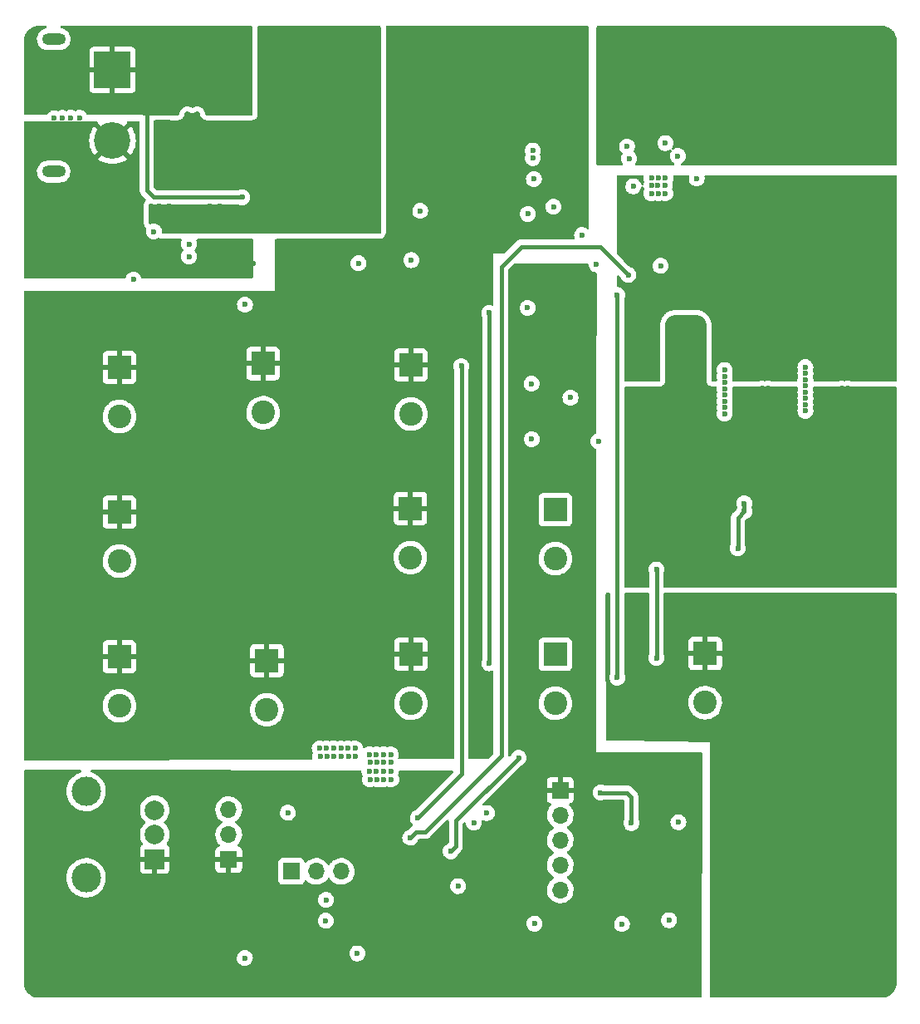
<source format=gbr>
%TF.GenerationSoftware,KiCad,Pcbnew,(6.0.0)*%
%TF.CreationDate,2022-09-13T16:11:23+02:00*%
%TF.ProjectId,IceCutterPCB,49636543-7574-4746-9572-5043422e6b69,rev?*%
%TF.SameCoordinates,Original*%
%TF.FileFunction,Copper,L3,Inr*%
%TF.FilePolarity,Positive*%
%FSLAX46Y46*%
G04 Gerber Fmt 4.6, Leading zero omitted, Abs format (unit mm)*
G04 Created by KiCad (PCBNEW (6.0.0)) date 2022-09-13 16:11:23*
%MOMM*%
%LPD*%
G01*
G04 APERTURE LIST*
%TA.AperFunction,ComponentPad*%
%ADD10R,2.400000X2.400000*%
%TD*%
%TA.AperFunction,ComponentPad*%
%ADD11C,2.400000*%
%TD*%
%TA.AperFunction,ComponentPad*%
%ADD12R,1.700000X1.700000*%
%TD*%
%TA.AperFunction,ComponentPad*%
%ADD13O,1.700000X1.700000*%
%TD*%
%TA.AperFunction,ComponentPad*%
%ADD14R,3.716000X3.716000*%
%TD*%
%TA.AperFunction,ComponentPad*%
%ADD15C,3.716000*%
%TD*%
%TA.AperFunction,ComponentPad*%
%ADD16O,2.400000X1.200000*%
%TD*%
%TA.AperFunction,ComponentPad*%
%ADD17C,3.000000*%
%TD*%
%TA.AperFunction,ComponentPad*%
%ADD18R,2.000000X2.000000*%
%TD*%
%TA.AperFunction,ComponentPad*%
%ADD19C,2.000000*%
%TD*%
%TA.AperFunction,ViaPad*%
%ADD20C,0.600000*%
%TD*%
%TA.AperFunction,Conductor*%
%ADD21C,2.000000*%
%TD*%
%TA.AperFunction,Conductor*%
%ADD22C,0.400000*%
%TD*%
G04 APERTURE END LIST*
D10*
%TO.N,/V_SS*%
%TO.C,C17*%
X203962000Y-82042000D03*
D11*
%TO.N,GND*%
X203962000Y-87042000D03*
%TD*%
D12*
%TO.N,+3V3*%
%TO.C,J2*%
X185395800Y-132423000D03*
D13*
%TO.N,/pot*%
X185395800Y-129883000D03*
%TO.N,GND*%
X185395800Y-127343000D03*
%TD*%
D10*
%TO.N,/V_SS*%
%TO.C,C20*%
X174244000Y-111760000D03*
D11*
%TO.N,GND*%
X174244000Y-116760000D03*
%TD*%
D10*
%TO.N,/V_SS*%
%TO.C,C15*%
X188900000Y-81902272D03*
D11*
%TO.N,GND*%
X188900000Y-86902272D03*
%TD*%
D12*
%TO.N,/MCU_Out*%
%TO.C,J5*%
X191787000Y-133631400D03*
D13*
%TO.N,/MCU_In*%
X194327000Y-133631400D03*
%TO.N,GND*%
X196867000Y-133631400D03*
%TD*%
D10*
%TO.N,/V_SS*%
%TO.C,C10*%
X203962000Y-111506000D03*
D11*
%TO.N,GND*%
X203962000Y-116506000D03*
%TD*%
D10*
%TO.N,/V_SS*%
%TO.C,C21*%
X218694000Y-96774000D03*
D11*
%TO.N,GND*%
X218694000Y-101774000D03*
%TD*%
D10*
%TO.N,/V_SS*%
%TO.C,C18*%
X233984800Y-111443472D03*
D11*
%TO.N,GND*%
X233984800Y-116443472D03*
%TD*%
D12*
%TO.N,+3V3*%
%TO.C,J4*%
X219202000Y-125354000D03*
D13*
%TO.N,/SWCLK*%
X219202000Y-127894000D03*
%TO.N,/SWDIO*%
X219202000Y-130434000D03*
%TO.N,/NRST*%
X219202000Y-132974000D03*
%TO.N,GND*%
X219202000Y-135514000D03*
%TD*%
D14*
%TO.N,VDC*%
%TO.C,J1*%
X173545000Y-52000000D03*
D15*
%TO.N,GND*%
X173545000Y-59200000D03*
D16*
%TO.N,N/C*%
X167545000Y-48850000D03*
X167545000Y-62350000D03*
%TD*%
D17*
%TO.N,*%
%TO.C,RV1*%
X170852800Y-134283000D03*
X170852800Y-125483000D03*
D18*
%TO.N,+3V3*%
X177852800Y-132383000D03*
D19*
%TO.N,Net-(JP1-Pad2)*%
X177852800Y-129883000D03*
%TO.N,GND*%
X177852800Y-127383000D03*
%TD*%
D10*
%TO.N,/V_SS*%
%TO.C,C13*%
X189280800Y-112154672D03*
D11*
%TO.N,GND*%
X189280800Y-117154672D03*
%TD*%
D10*
%TO.N,/V_SS*%
%TO.C,C14*%
X203911200Y-96660672D03*
D11*
%TO.N,GND*%
X203911200Y-101660672D03*
%TD*%
D10*
%TO.N,/V_SS*%
%TO.C,C22*%
X174244000Y-82296000D03*
D11*
%TO.N,GND*%
X174244000Y-87296000D03*
%TD*%
D10*
%TO.N,/V_SS*%
%TO.C,C16*%
X174244000Y-97028000D03*
D11*
%TO.N,GND*%
X174244000Y-102028000D03*
%TD*%
D10*
%TO.N,/V_SS*%
%TO.C,C19*%
X218694000Y-111506000D03*
D11*
%TO.N,GND*%
X218694000Y-116506000D03*
%TD*%
D20*
%TO.N,/V_SS*%
X219400000Y-59000000D03*
X218400000Y-59000000D03*
X217600000Y-58300000D03*
X216600000Y-58300000D03*
X217600000Y-57300000D03*
X216600000Y-57300000D03*
X216600000Y-56400000D03*
X217600000Y-56400000D03*
%TO.N,+3V3*%
X231190800Y-60756800D03*
X187045600Y-75895200D03*
X225992800Y-140072000D03*
X218897200Y-72694800D03*
X219913600Y-73711200D03*
X175678800Y-73342800D03*
X212458200Y-129544000D03*
X212458200Y-130556000D03*
X218313400Y-72111000D03*
X219380200Y-73177800D03*
X197977603Y-126605000D03*
X177758800Y-68453000D03*
X226662200Y-63838250D03*
%TO.N,GND*%
X229819200Y-97739200D03*
X198272400Y-121920000D03*
X242062000Y-89697000D03*
X201980800Y-124256800D03*
X241046000Y-103530400D03*
X170199200Y-58909600D03*
X250190000Y-88427000D03*
X247650000Y-88427000D03*
X231554320Y-85646200D03*
X229819200Y-94132400D03*
X252100000Y-88400000D03*
X196850000Y-121107200D03*
X169310200Y-56877600D03*
X252100000Y-85600000D03*
X168421200Y-59925600D03*
X231535120Y-80746599D03*
X233121200Y-63042800D03*
X253000000Y-85600000D03*
X247904000Y-85090000D03*
X229006400Y-93370400D03*
X246227600Y-89712800D03*
X195326000Y-136525000D03*
X191417300Y-127652500D03*
X168421200Y-60687600D03*
X229209600Y-64566800D03*
X248916601Y-87791999D03*
X233129120Y-84300000D03*
X170199200Y-57893600D03*
X239522000Y-89697000D03*
X237134400Y-89814400D03*
X233375200Y-102768400D03*
X229819200Y-99212400D03*
X249547119Y-87791999D03*
X237794800Y-89001600D03*
X229006400Y-94183200D03*
X250190000Y-87792000D03*
X247650000Y-89697000D03*
X187040600Y-142463600D03*
X252100000Y-86500000D03*
X229819200Y-91948000D03*
X228498400Y-64566800D03*
X239369600Y-102768400D03*
X229006400Y-99923600D03*
X194716400Y-121920000D03*
X231535120Y-79349599D03*
X232613200Y-103581200D03*
X240411000Y-85725000D03*
X239369600Y-103581200D03*
X230911400Y-80746600D03*
X170199200Y-56877600D03*
X248916601Y-88422517D03*
X242468400Y-102717600D03*
X232486200Y-79400400D03*
X229006400Y-94894400D03*
X253000000Y-86500000D03*
X199796400Y-122529600D03*
X231952800Y-103581200D03*
X238709200Y-103581200D03*
X201930000Y-121716800D03*
X246938800Y-89712800D03*
X229819200Y-93370400D03*
X201930000Y-123444000D03*
X239522000Y-89062000D03*
X229006400Y-96367600D03*
X231546400Y-78587600D03*
X169310200Y-58909600D03*
X200507600Y-122529600D03*
X230911400Y-79349600D03*
X249555000Y-89697000D03*
X241706400Y-103530400D03*
X242112800Y-95910400D03*
X239776000Y-85090000D03*
X229870000Y-63754000D03*
X229209600Y-62992000D03*
X237185200Y-102768400D03*
X229006400Y-95554800D03*
X240411000Y-85090000D03*
X242519200Y-103530400D03*
X230911400Y-78587600D03*
X253000000Y-89300000D03*
X240157000Y-89062000D03*
X248920000Y-89062000D03*
X240792000Y-89062000D03*
X231543040Y-83614199D03*
X169310200Y-57893600D03*
X232494120Y-84300000D03*
X231241600Y-103581200D03*
X187900000Y-71700000D03*
X232486200Y-78003400D03*
X250190000Y-89697000D03*
X250825000Y-89062000D03*
X169310200Y-60687600D03*
X232486200Y-78638400D03*
X194665600Y-121107200D03*
X208788000Y-135128000D03*
X250825000Y-87792000D03*
X167608400Y-59951000D03*
X248527720Y-84454999D03*
X234797600Y-102768400D03*
X196088000Y-121107200D03*
X231546400Y-79984600D03*
X237947200Y-102768400D03*
X168421200Y-57893600D03*
X240399720Y-84454999D03*
X247904000Y-84455000D03*
X201168000Y-122529600D03*
X240157000Y-89697000D03*
X195376800Y-121107200D03*
X229006400Y-98552000D03*
X250825000Y-89697000D03*
X229819200Y-97028000D03*
X195427600Y-121920000D03*
X247904000Y-85725000D03*
X235762800Y-102768400D03*
X229006400Y-92710000D03*
X248920000Y-89697000D03*
X231554320Y-82852200D03*
X223100000Y-89800000D03*
X200456800Y-123444000D03*
X232494120Y-85062000D03*
X240792000Y-89697000D03*
X248285000Y-88427000D03*
X230919320Y-85011200D03*
X240995200Y-102717600D03*
X252100000Y-84700000D03*
X200456800Y-121716800D03*
X250820517Y-88422517D03*
X225501200Y-138988800D03*
X247650000Y-89062000D03*
X252100000Y-87500000D03*
X248273720Y-87791999D03*
X248539000Y-85090000D03*
X243890800Y-103530400D03*
X233117840Y-83664999D03*
X231190800Y-102768400D03*
X252100000Y-89300000D03*
X216408000Y-60198000D03*
X235813600Y-103581200D03*
X204021000Y-71365800D03*
X232486200Y-80797400D03*
X216274800Y-83954000D03*
X216408000Y-60960000D03*
X199796400Y-124256800D03*
X231902000Y-102768400D03*
X201168000Y-123444000D03*
X231543040Y-85011199D03*
X229819200Y-95554800D03*
X229819200Y-94843600D03*
X232613200Y-102768400D03*
X242697000Y-89697000D03*
X232486200Y-80035400D03*
X230919320Y-83614200D03*
X237845600Y-89814400D03*
X232494120Y-82268000D03*
X198272400Y-121107200D03*
X245313200Y-99402900D03*
X170199200Y-59925600D03*
X196900800Y-121920000D03*
X237998000Y-103581200D03*
X228498400Y-62992000D03*
X233121200Y-80035400D03*
X246888000Y-88900000D03*
X234086400Y-102768400D03*
X239776000Y-84455000D03*
X240334800Y-103530400D03*
X229006400Y-97739200D03*
X199745600Y-121716800D03*
X167608400Y-60713000D03*
X231546400Y-81381600D03*
X229920800Y-62992000D03*
X232486200Y-81432400D03*
X229819200Y-99923600D03*
X243179600Y-102717600D03*
X243230400Y-103530400D03*
X232494120Y-85697000D03*
X238506000Y-89001600D03*
X233426000Y-103581200D03*
X237185200Y-103581200D03*
X229006400Y-91998800D03*
X237134400Y-89001600D03*
X231543040Y-82217199D03*
X248539000Y-85725000D03*
X236524800Y-103581200D03*
X233121200Y-78638400D03*
X249555000Y-89062000D03*
X229819200Y-92659200D03*
X242697000Y-89062000D03*
X241427000Y-89062000D03*
X201980800Y-122529600D03*
X233070400Y-96215200D03*
X198501000Y-141986000D03*
X236474000Y-102768400D03*
X168421200Y-56877600D03*
X220237200Y-85376400D03*
X230919320Y-82217200D03*
X231554320Y-84249200D03*
X233109920Y-78003399D03*
X167608400Y-57919000D03*
X229006400Y-97078800D03*
X238658400Y-102768400D03*
X200507600Y-124256800D03*
X233109920Y-80797399D03*
X239776000Y-85725000D03*
X233117840Y-82267999D03*
X233129120Y-85697000D03*
X230911400Y-79984600D03*
X231535120Y-77952599D03*
X247650000Y-87792000D03*
X229819200Y-96316800D03*
X167608400Y-58935000D03*
X170199200Y-60687600D03*
X234797600Y-103581200D03*
X246176800Y-88900000D03*
X230911400Y-77952600D03*
X230919320Y-85646200D03*
X233121200Y-81432400D03*
X240284000Y-102717600D03*
X229006400Y-99263200D03*
X253000000Y-87500000D03*
X241427000Y-89697000D03*
X241706400Y-102717600D03*
X232494120Y-82903000D03*
X250190000Y-89062000D03*
X199745600Y-123444000D03*
X169310200Y-59925600D03*
X230911400Y-81381600D03*
X249559482Y-88422517D03*
X173482000Y-68326000D03*
X197612000Y-121920000D03*
X233117840Y-85061999D03*
X230919320Y-84249200D03*
X242062000Y-89062000D03*
X216300000Y-89600000D03*
X197561200Y-121107200D03*
X233109920Y-79400399D03*
X229920800Y-64566800D03*
X201168000Y-121716800D03*
X201168000Y-124256800D03*
X234137200Y-103581200D03*
X230919320Y-82852200D03*
X229819200Y-98501200D03*
X204927200Y-66344800D03*
X248285000Y-89697000D03*
X233129120Y-82903000D03*
X243890800Y-102717600D03*
X232494120Y-83665000D03*
X168421200Y-58909600D03*
X226212400Y-61010800D03*
X167608400Y-56903000D03*
X230300000Y-138600000D03*
X229158800Y-63754000D03*
X238556800Y-89814400D03*
X196088000Y-121920000D03*
X253000000Y-84700000D03*
X228498400Y-63754000D03*
X248285000Y-89062000D03*
X253000000Y-88400000D03*
%TO.N,Net-(C3-Pad1)*%
X181172000Y-57284000D03*
X189200000Y-48200000D03*
X182188000Y-58046000D03*
X179500000Y-58038000D03*
X183684000Y-58800000D03*
X181172000Y-58808000D03*
X188484000Y-65400000D03*
X184700000Y-58038000D03*
X194380000Y-65005600D03*
X183500000Y-65900000D03*
X191840000Y-65005600D03*
X193110000Y-65818400D03*
X182188000Y-57284000D03*
X190216000Y-48200000D03*
X192904000Y-48208000D03*
X184700000Y-58800000D03*
X182188000Y-56522000D03*
X179316000Y-65900000D03*
X179500000Y-58800000D03*
X194380000Y-65818400D03*
X198384000Y-48438000D03*
X199400000Y-48438000D03*
X183684000Y-58038000D03*
X182004000Y-65908000D03*
X200400000Y-58000000D03*
X181172000Y-58046000D03*
X194380000Y-66555000D03*
X199400000Y-50028800D03*
X191840000Y-66605800D03*
X184516000Y-65900000D03*
X181172000Y-56522000D03*
X199400000Y-49200000D03*
X195416000Y-48200000D03*
X193110000Y-66555000D03*
X188484000Y-66300000D03*
X198384000Y-50028800D03*
X178484000Y-58800000D03*
X178484000Y-58038000D03*
X197000000Y-48400000D03*
X198384000Y-49200000D03*
X182188000Y-58808000D03*
X197000000Y-49416000D03*
X191888000Y-48208000D03*
X191840000Y-65818400D03*
X194400000Y-48200000D03*
X180988000Y-65908000D03*
X199384000Y-58000000D03*
X189500000Y-65400000D03*
X193110000Y-65005600D03*
X189500000Y-66300000D03*
X178300000Y-65900000D03*
%TO.N,/SS_FET*%
X209112000Y-82162800D03*
X204673200Y-128168400D03*
X198628000Y-71678800D03*
%TO.N,/V_SS*%
X248202600Y-107576000D03*
X217373200Y-51765200D03*
X203905000Y-58046000D03*
X204700000Y-61100000D03*
X221335600Y-49479200D03*
X249625000Y-107576000D03*
X201800000Y-59200000D03*
X204667000Y-58046000D03*
X204900000Y-64200000D03*
X220624400Y-48666400D03*
X203397000Y-62110000D03*
X246500800Y-107576000D03*
X220624400Y-49479200D03*
X245789600Y-106763200D03*
X217373200Y-49631600D03*
X229432000Y-71939800D03*
X246450000Y-106763200D03*
X201517400Y-70466600D03*
X219913200Y-49479200D03*
X244748200Y-106763200D03*
X244087800Y-107576000D03*
X244799000Y-107576000D03*
X216560400Y-50393600D03*
X221284800Y-48666400D03*
X201800000Y-61200000D03*
X201800000Y-60200000D03*
X202635000Y-58046000D03*
X204032000Y-62110000D03*
X217373200Y-48920400D03*
X248202600Y-106763200D03*
X251657000Y-111640000D03*
X216560400Y-49631600D03*
X217373200Y-51054000D03*
X250844200Y-111690800D03*
X237306000Y-100718000D03*
X251657000Y-113062400D03*
X248863000Y-106763200D03*
X250844200Y-113062400D03*
X217373200Y-50342800D03*
X202127000Y-62110000D03*
X249574200Y-106763200D03*
X245789600Y-107576000D03*
X216560400Y-48971200D03*
X247161200Y-106763200D03*
X250844200Y-112402000D03*
X218490800Y-49479200D03*
X251657000Y-112351200D03*
X222904200Y-71787400D03*
X219202000Y-49479200D03*
X244037000Y-106763200D03*
X203270000Y-58046000D03*
X218490800Y-48666400D03*
X243376600Y-107576000D03*
X216560400Y-51765200D03*
X219151200Y-48666400D03*
X204700000Y-60100000D03*
X237972600Y-96951800D03*
X202000000Y-58046000D03*
X247212000Y-107576000D03*
X204700000Y-59100000D03*
X204667000Y-62110000D03*
X248913800Y-107576000D03*
X216560400Y-51104800D03*
X202762000Y-62110000D03*
X212191600Y-50241200D03*
X243376600Y-106763200D03*
X237972600Y-96139000D03*
X219862400Y-48666400D03*
%TO.N,VDC*%
X168624400Y-51559600D03*
X176142800Y-56014000D03*
X185270800Y-49003600D03*
X176142800Y-55014000D03*
X166795600Y-51559600D03*
X183270800Y-48003600D03*
X166800000Y-54700000D03*
X176244400Y-52982000D03*
X180410000Y-48952800D03*
X166795600Y-52559600D03*
X172536000Y-55963200D03*
X177038000Y-56007000D03*
X176158800Y-49156000D03*
X183270800Y-49003600D03*
X168624400Y-52559600D03*
X177054000Y-51149000D03*
X185270800Y-48003600D03*
X177038000Y-55007000D03*
X176244400Y-53982000D03*
X167733600Y-53707000D03*
X167729200Y-52566600D03*
X174364800Y-54963200D03*
X184270800Y-48003600D03*
X168628800Y-53700000D03*
X178410000Y-48952800D03*
X172536000Y-54963200D03*
X185947200Y-50832400D03*
X177038000Y-54007000D03*
X171640800Y-54970200D03*
X176260400Y-50124000D03*
X168628800Y-54700000D03*
X166800000Y-53700000D03*
X167733600Y-54707000D03*
X178410000Y-47952800D03*
X165904800Y-53707000D03*
X179410000Y-48952800D03*
X176260400Y-52124000D03*
X174364800Y-55963200D03*
X165900400Y-52566600D03*
X173469600Y-55970200D03*
X177054000Y-52149000D03*
X176260400Y-51124000D03*
X186760000Y-64954800D03*
X167729200Y-51566600D03*
X171640800Y-55970200D03*
X173469600Y-54970200D03*
X177054000Y-49149000D03*
X180410000Y-47952800D03*
X177038000Y-53007000D03*
X177054000Y-50149000D03*
X165900400Y-51566600D03*
X184270800Y-49003600D03*
X179410000Y-47952800D03*
X165904800Y-54707000D03*
%TO.N,/NRST*%
X195296400Y-138663600D03*
X216579600Y-138945000D03*
%TO.N,/VOUT_FAULT*%
X203900000Y-130200000D03*
X226138500Y-72870300D03*
%TO.N,/FET_GATE*%
X235966000Y-86995000D03*
X244195600Y-82905600D03*
X235966000Y-85090000D03*
X235966000Y-82550000D03*
X244195600Y-84810600D03*
X235966000Y-86360000D03*
X244195600Y-83540600D03*
X235966000Y-84455000D03*
X244195600Y-86080600D03*
X244195600Y-85445600D03*
X244195600Y-84175600D03*
X235966000Y-85725000D03*
X244195600Y-82270600D03*
X235966000Y-83820000D03*
X244195600Y-86715600D03*
X235966000Y-83185000D03*
%TO.N,/Wire_L*%
X252292000Y-79458200D03*
X245611200Y-75200000D03*
X248400000Y-66700000D03*
X244100000Y-77700000D03*
X237477600Y-65887200D03*
X238138000Y-65887200D03*
X240688800Y-66700000D03*
X240188800Y-74387200D03*
X235528000Y-75572000D03*
X235020000Y-71990600D03*
X247188800Y-75200000D03*
X252292000Y-72600200D03*
X238849200Y-65887200D03*
X248349200Y-65887200D03*
X235020000Y-67825000D03*
X247638000Y-65887200D03*
X241349200Y-65887200D03*
X238900000Y-66700000D03*
X252292000Y-82404600D03*
X237688800Y-74387200D03*
X247900000Y-75200000D03*
X235020000Y-74276600D03*
X246977600Y-65887200D03*
X239060400Y-74387200D03*
X244900000Y-75200000D03*
X241611200Y-75200000D03*
X252292000Y-76461000D03*
X252292000Y-73260600D03*
X252292000Y-77832600D03*
X252292000Y-71889000D03*
X252292000Y-80118600D03*
X244100000Y-79600000D03*
X248560400Y-74387200D03*
X244477600Y-65887200D03*
X235020000Y-69196600D03*
X240188800Y-75200000D03*
X238349200Y-74387200D03*
X237688800Y-75200000D03*
X244100000Y-80600000D03*
X244477600Y-66700000D03*
X248611200Y-75200000D03*
X252292000Y-81744200D03*
X241400000Y-66700000D03*
X244100000Y-76800000D03*
X240849200Y-74387200D03*
X252292000Y-74175000D03*
X235528000Y-77959600D03*
X235020000Y-73616200D03*
X252165000Y-65920000D03*
X245849200Y-65887200D03*
X252292000Y-77172200D03*
X238188800Y-66700000D03*
X247188800Y-74387200D03*
X244849200Y-74387200D03*
X238400000Y-75200000D03*
X240900000Y-75200000D03*
X237477600Y-66700000D03*
X244188800Y-75200000D03*
X235528000Y-80118600D03*
X235020000Y-68536200D03*
X235528000Y-78747000D03*
X244188800Y-74387200D03*
X252165000Y-66631200D03*
X235020000Y-71330200D03*
X252292000Y-75546600D03*
X235528000Y-77299200D03*
X252292000Y-78747000D03*
X245188800Y-66700000D03*
X252292000Y-74886200D03*
X239977600Y-66700000D03*
X239977600Y-65887200D03*
X241560400Y-74387200D03*
X247688800Y-66700000D03*
X240638000Y-65887200D03*
X252165000Y-67291600D03*
X247849200Y-74387200D03*
X235528000Y-76588000D03*
X245900000Y-66700000D03*
X239111200Y-75200000D03*
X235528000Y-79458200D03*
X252292000Y-81033000D03*
X245138000Y-65887200D03*
X235020000Y-72905000D03*
X244100000Y-78700000D03*
X246977600Y-66700000D03*
X245560400Y-74387200D03*
%TO.N,/SDA*%
X229920800Y-59436000D03*
X211956800Y-112427400D03*
X211956800Y-76743200D03*
X181356000Y-69723000D03*
X215900000Y-66649600D03*
X216509600Y-63093600D03*
X223326000Y-125600000D03*
X215868400Y-76232400D03*
X211728600Y-127678000D03*
X226441000Y-128701800D03*
%TO.N,/SCL*%
X221431000Y-68815600D03*
X181356000Y-70993000D03*
X225012400Y-74912400D03*
X226009200Y-59791600D03*
X218510000Y-65920000D03*
X210400000Y-128653000D03*
X231252000Y-128615200D03*
X225012400Y-113900600D03*
%TO.N,/Wire_H*%
X230327200Y-49631600D03*
X236290000Y-55506000D03*
X235528000Y-52915200D03*
X231038400Y-49631600D03*
X239439600Y-48351200D03*
X235712000Y-50393600D03*
X234867600Y-53728000D03*
X227380800Y-49631600D03*
X230276400Y-48818800D03*
X247415200Y-48351200D03*
X236239200Y-52915200D03*
X232835600Y-59824000D03*
X238977600Y-57700000D03*
X240811200Y-48351200D03*
X225907600Y-49631600D03*
X226568000Y-48818800D03*
X240349200Y-56887200D03*
X242386000Y-48351200D03*
X249188800Y-57700000D03*
X242188800Y-57700000D03*
X234867600Y-57487200D03*
X243148000Y-49164000D03*
X246704000Y-48351200D03*
X235578800Y-49664000D03*
X242849200Y-56887200D03*
X232835600Y-59011200D03*
X241725600Y-48351200D03*
X233222800Y-48818800D03*
X235528000Y-57487200D03*
X246754800Y-49164000D03*
X240100000Y-48351200D03*
X248477600Y-57700000D03*
X246043600Y-48351200D03*
X249138000Y-56887200D03*
X247466000Y-49164000D03*
X246043600Y-49164000D03*
X228041200Y-48818800D03*
X243097200Y-48351200D03*
X240150800Y-49164000D03*
X231851200Y-48818800D03*
X234207200Y-59011200D03*
X228092000Y-49631600D03*
X249900000Y-57700000D03*
X245977600Y-56887200D03*
X235578800Y-58300000D03*
X238977600Y-56887200D03*
X232562400Y-49631600D03*
X234867600Y-54693200D03*
X239439600Y-49164000D03*
X232511600Y-48818800D03*
X246688800Y-57700000D03*
X233546800Y-59824000D03*
X249849200Y-48387200D03*
X226618800Y-49631600D03*
X227380800Y-48818800D03*
X236290000Y-49664000D03*
X242900000Y-57700000D03*
X240400000Y-57700000D03*
X230987600Y-48818800D03*
X229616000Y-49631600D03*
X235578800Y-55506000D03*
X236290000Y-53728000D03*
X241725600Y-49164000D03*
X234867600Y-48851200D03*
X247400000Y-57700000D03*
X236239200Y-54693200D03*
X228752400Y-48818800D03*
X234258000Y-59824000D03*
X240862000Y-49164000D03*
X234867600Y-52915200D03*
X231851200Y-49631600D03*
X234867600Y-55506000D03*
X236239200Y-57487200D03*
X245977600Y-57700000D03*
X235528000Y-54693200D03*
X239638000Y-56887200D03*
X249138000Y-48387200D03*
X225196400Y-49631600D03*
X249188800Y-49200000D03*
X247349200Y-56887200D03*
X225196400Y-48818800D03*
X234867600Y-49664000D03*
X233273600Y-49631600D03*
X248477600Y-49200000D03*
X242436800Y-49164000D03*
X249849200Y-56887200D03*
X229616000Y-48818800D03*
X236290000Y-58300000D03*
X225856800Y-48818800D03*
X248477600Y-56887200D03*
X235528000Y-48851200D03*
X234867600Y-58300000D03*
X241477600Y-56887200D03*
X249900000Y-49200000D03*
X239688800Y-57700000D03*
X236239200Y-48851200D03*
X235578800Y-53728000D03*
X241477600Y-57700000D03*
X233496000Y-59011200D03*
X242138000Y-56887200D03*
X248477600Y-48387200D03*
X246638000Y-56887200D03*
X228803200Y-49631600D03*
%TO.N,/Drive_FET*%
X208020000Y-131578000D03*
X229006400Y-102870000D03*
X214957850Y-122054000D03*
X229006400Y-111887800D03*
%TD*%
D21*
%TO.N,GND*%
X232494120Y-79535320D02*
X230911400Y-77952600D01*
X233109920Y-85677800D02*
X233129120Y-85697000D01*
X233078320Y-85646200D02*
X233129120Y-85697000D01*
X233109920Y-78003399D02*
X233109920Y-85677800D01*
X230911400Y-77952600D02*
X230911400Y-85638280D01*
X230911400Y-77952600D02*
X233059121Y-77952600D01*
X230911400Y-85638280D02*
X230919320Y-85646200D01*
X233059121Y-77952600D02*
X233109920Y-78003399D01*
X230919320Y-85646200D02*
X233078320Y-85646200D01*
X232494120Y-85697000D02*
X232494120Y-79535320D01*
D22*
%TO.N,/SS_FET*%
X204673200Y-128168400D02*
X209112000Y-123729600D01*
X209112000Y-123729600D02*
X209112000Y-82162800D01*
%TO.N,/V_SS*%
X237972600Y-96951800D02*
X237972600Y-96139000D01*
X237972600Y-96951800D02*
X237306000Y-97618400D01*
X237306000Y-97618400D02*
X237306000Y-100718000D01*
%TO.N,VDC*%
X177038000Y-56007000D02*
X177038000Y-64224400D01*
X177768400Y-64954800D02*
X186760000Y-64954800D01*
X177038000Y-64224400D02*
X177768400Y-64954800D01*
%TO.N,/VOUT_FAULT*%
X213176000Y-72016000D02*
X215208000Y-69984000D01*
X204500000Y-129600000D02*
X205438000Y-129600000D01*
X205438000Y-129600000D02*
X213176000Y-121862000D01*
X215208000Y-69984000D02*
X223252200Y-69984000D01*
X213176000Y-121862000D02*
X213176000Y-72016000D01*
X223252200Y-69984000D02*
X226138500Y-72870300D01*
X203900000Y-130200000D02*
X204500000Y-129600000D01*
%TO.N,/SDA*%
X211956800Y-76743200D02*
X211956800Y-112427400D01*
X226018400Y-125600000D02*
X226441000Y-126022600D01*
X223326000Y-125600000D02*
X226018400Y-125600000D01*
X226441000Y-126022600D02*
X226441000Y-128701800D01*
%TO.N,/SCL*%
X225012400Y-113900600D02*
X225012400Y-74912400D01*
%TO.N,/Drive_FET*%
X229006400Y-111887800D02*
X229006400Y-102870000D01*
X208553200Y-131044800D02*
X208553200Y-128458650D01*
X208020000Y-131578000D02*
X208553200Y-131044800D01*
X208553200Y-128458650D02*
X214957850Y-122054000D01*
%TD*%
%TA.AperFunction,Conductor*%
%TO.N,VDC*%
G36*
X166775619Y-47528002D02*
G01*
X166822112Y-47581658D01*
X166832216Y-47651932D01*
X166802722Y-47716512D01*
X166742996Y-47754896D01*
X166737318Y-47756273D01*
X166734434Y-47756548D01*
X166531466Y-47816092D01*
X166526139Y-47818836D01*
X166526138Y-47818836D01*
X166348751Y-47910196D01*
X166348748Y-47910198D01*
X166343420Y-47912942D01*
X166177080Y-48043604D01*
X166173148Y-48048135D01*
X166173145Y-48048138D01*
X166104474Y-48127275D01*
X166038448Y-48203363D01*
X166035448Y-48208549D01*
X166035445Y-48208553D01*
X165988312Y-48290026D01*
X165932527Y-48386454D01*
X165863139Y-48586271D01*
X165832787Y-48795604D01*
X165842567Y-49006899D01*
X165892125Y-49212534D01*
X165894607Y-49217992D01*
X165894608Y-49217996D01*
X165938053Y-49313546D01*
X165979674Y-49405087D01*
X166102054Y-49577611D01*
X166254850Y-49723881D01*
X166432548Y-49838620D01*
X166438114Y-49840863D01*
X166623168Y-49915442D01*
X166623171Y-49915443D01*
X166628737Y-49917686D01*
X166836337Y-49958228D01*
X166841899Y-49958500D01*
X168197846Y-49958500D01*
X168355566Y-49943452D01*
X168558534Y-49883908D01*
X168642111Y-49840863D01*
X168741249Y-49789804D01*
X168741252Y-49789802D01*
X168746580Y-49787058D01*
X168912920Y-49656396D01*
X168916852Y-49651865D01*
X168916855Y-49651862D01*
X169047621Y-49501167D01*
X169051552Y-49496637D01*
X169054552Y-49491451D01*
X169054555Y-49491447D01*
X169154467Y-49318742D01*
X169157473Y-49313546D01*
X169226861Y-49113729D01*
X169238062Y-49036477D01*
X169256352Y-48910336D01*
X169256352Y-48910333D01*
X169257213Y-48904396D01*
X169247433Y-48693101D01*
X169197875Y-48487466D01*
X169154525Y-48392122D01*
X169112806Y-48300368D01*
X169110326Y-48294913D01*
X168987946Y-48122389D01*
X168835150Y-47976119D01*
X168657452Y-47861380D01*
X168585404Y-47832344D01*
X168466832Y-47784558D01*
X168466829Y-47784557D01*
X168461263Y-47782314D01*
X168337964Y-47758235D01*
X168335040Y-47757664D01*
X168272016Y-47724976D01*
X168236669Y-47663404D01*
X168240222Y-47592496D01*
X168281546Y-47534766D01*
X168347522Y-47508541D01*
X168359190Y-47508000D01*
X187694317Y-47508000D01*
X187762438Y-47528002D01*
X187808931Y-47581658D01*
X187820317Y-47634027D01*
X187820304Y-47690278D01*
X187818338Y-56394687D01*
X187818318Y-56482237D01*
X187798301Y-56550354D01*
X187744634Y-56596834D01*
X187692091Y-56608209D01*
X183122787Y-56599948D01*
X183054705Y-56579824D01*
X183008309Y-56526084D01*
X182997802Y-56487995D01*
X182982182Y-56348743D01*
X182981397Y-56341745D01*
X182979080Y-56335091D01*
X182924064Y-56177106D01*
X182924062Y-56177103D01*
X182921745Y-56170448D01*
X182906673Y-56146327D01*
X182829359Y-56022598D01*
X182825626Y-56016624D01*
X182811941Y-56002843D01*
X182702778Y-55892915D01*
X182702774Y-55892912D01*
X182697815Y-55887918D01*
X182686697Y-55880862D01*
X182628288Y-55843795D01*
X182544666Y-55790727D01*
X182515463Y-55780328D01*
X182380425Y-55732243D01*
X182380420Y-55732242D01*
X182373790Y-55729881D01*
X182366802Y-55729048D01*
X182366799Y-55729047D01*
X182243698Y-55714368D01*
X182193680Y-55708404D01*
X182186677Y-55709140D01*
X182186676Y-55709140D01*
X182020288Y-55726628D01*
X182020286Y-55726629D01*
X182013288Y-55727364D01*
X181841579Y-55785818D01*
X181745822Y-55844729D01*
X181677323Y-55863386D01*
X181612288Y-55843795D01*
X181590142Y-55829741D01*
X181528666Y-55790727D01*
X181499463Y-55780328D01*
X181364425Y-55732243D01*
X181364420Y-55732242D01*
X181357790Y-55729881D01*
X181350802Y-55729048D01*
X181350799Y-55729047D01*
X181227698Y-55714368D01*
X181177680Y-55708404D01*
X181170677Y-55709140D01*
X181170676Y-55709140D01*
X181004288Y-55726628D01*
X181004286Y-55726629D01*
X180997288Y-55727364D01*
X180825579Y-55785818D01*
X180819575Y-55789512D01*
X180677095Y-55877166D01*
X180677092Y-55877168D01*
X180671088Y-55880862D01*
X180666053Y-55885793D01*
X180666050Y-55885795D01*
X180546525Y-56002843D01*
X180541493Y-56007771D01*
X180443235Y-56160238D01*
X180440826Y-56166858D01*
X180440824Y-56166861D01*
X180404451Y-56266795D01*
X180381197Y-56330685D01*
X180380314Y-56337673D01*
X180380314Y-56337674D01*
X180361762Y-56484524D01*
X180333380Y-56549600D01*
X180274320Y-56589001D01*
X180236531Y-56594731D01*
X173022947Y-56581690D01*
X171035083Y-56578096D01*
X170966999Y-56557971D01*
X170928457Y-56518866D01*
X170905569Y-56482237D01*
X170836826Y-56372224D01*
X170831864Y-56367227D01*
X170713978Y-56248515D01*
X170713974Y-56248512D01*
X170709015Y-56243518D01*
X170555866Y-56146327D01*
X170526663Y-56135928D01*
X170391625Y-56087843D01*
X170391620Y-56087842D01*
X170384990Y-56085481D01*
X170378002Y-56084648D01*
X170377999Y-56084647D01*
X170254898Y-56069968D01*
X170204880Y-56064004D01*
X170197877Y-56064740D01*
X170197876Y-56064740D01*
X170031488Y-56082228D01*
X170031486Y-56082229D01*
X170024488Y-56082964D01*
X169852779Y-56141418D01*
X169821509Y-56160656D01*
X169753010Y-56179314D01*
X169687974Y-56159723D01*
X169666866Y-56146327D01*
X169637663Y-56135928D01*
X169502625Y-56087843D01*
X169502620Y-56087842D01*
X169495990Y-56085481D01*
X169489002Y-56084648D01*
X169488999Y-56084647D01*
X169365898Y-56069968D01*
X169315880Y-56064004D01*
X169308877Y-56064740D01*
X169308876Y-56064740D01*
X169142488Y-56082228D01*
X169142486Y-56082229D01*
X169135488Y-56082964D01*
X168963779Y-56141418D01*
X168932509Y-56160656D01*
X168864010Y-56179314D01*
X168798974Y-56159723D01*
X168777866Y-56146327D01*
X168748663Y-56135928D01*
X168613625Y-56087843D01*
X168613620Y-56087842D01*
X168606990Y-56085481D01*
X168600002Y-56084648D01*
X168599999Y-56084647D01*
X168476898Y-56069968D01*
X168426880Y-56064004D01*
X168419877Y-56064740D01*
X168419876Y-56064740D01*
X168253488Y-56082228D01*
X168253486Y-56082229D01*
X168246488Y-56082964D01*
X168166932Y-56110047D01*
X168081449Y-56139147D01*
X168081446Y-56139148D01*
X168074779Y-56141418D01*
X168068778Y-56145110D01*
X168068774Y-56145112D01*
X168054768Y-56153728D01*
X167986267Y-56172386D01*
X167946480Y-56165109D01*
X167800825Y-56113243D01*
X167800820Y-56113242D01*
X167794190Y-56110881D01*
X167787202Y-56110048D01*
X167787199Y-56110047D01*
X167664098Y-56095368D01*
X167614080Y-56089404D01*
X167607077Y-56090140D01*
X167607076Y-56090140D01*
X167440688Y-56107628D01*
X167440686Y-56107629D01*
X167433688Y-56108364D01*
X167261979Y-56166818D01*
X167204938Y-56201910D01*
X167113495Y-56258166D01*
X167113492Y-56258168D01*
X167107488Y-56261862D01*
X167102453Y-56266793D01*
X167102450Y-56266795D01*
X167043967Y-56324066D01*
X166977893Y-56388771D01*
X166898037Y-56512684D01*
X166844325Y-56559106D01*
X166791904Y-56570425D01*
X165693231Y-56568439D01*
X164633772Y-56566523D01*
X164565688Y-56546398D01*
X164519292Y-56492658D01*
X164508000Y-56440523D01*
X164508000Y-53902669D01*
X171179001Y-53902669D01*
X171179371Y-53909490D01*
X171184895Y-53960352D01*
X171188521Y-53975604D01*
X171233676Y-54096054D01*
X171242214Y-54111649D01*
X171318715Y-54213724D01*
X171331276Y-54226285D01*
X171433351Y-54302786D01*
X171448946Y-54311324D01*
X171569394Y-54356478D01*
X171584649Y-54360105D01*
X171635514Y-54365631D01*
X171642328Y-54366000D01*
X173272885Y-54366000D01*
X173288124Y-54361525D01*
X173289329Y-54360135D01*
X173291000Y-54352452D01*
X173291000Y-54347884D01*
X173799000Y-54347884D01*
X173803475Y-54363123D01*
X173804865Y-54364328D01*
X173812548Y-54365999D01*
X175447669Y-54365999D01*
X175454490Y-54365629D01*
X175505352Y-54360105D01*
X175520604Y-54356479D01*
X175641054Y-54311324D01*
X175656649Y-54302786D01*
X175758724Y-54226285D01*
X175771285Y-54213724D01*
X175847786Y-54111649D01*
X175856324Y-54096054D01*
X175901478Y-53975606D01*
X175905105Y-53960351D01*
X175910631Y-53909486D01*
X175911000Y-53902672D01*
X175911000Y-52272115D01*
X175906525Y-52256876D01*
X175905135Y-52255671D01*
X175897452Y-52254000D01*
X173817115Y-52254000D01*
X173801876Y-52258475D01*
X173800671Y-52259865D01*
X173799000Y-52267548D01*
X173799000Y-54347884D01*
X173291000Y-54347884D01*
X173291000Y-52272115D01*
X173286525Y-52256876D01*
X173285135Y-52255671D01*
X173277452Y-52254000D01*
X171197116Y-52254000D01*
X171181877Y-52258475D01*
X171180672Y-52259865D01*
X171179001Y-52267548D01*
X171179001Y-53902669D01*
X164508000Y-53902669D01*
X164508000Y-51727885D01*
X171179000Y-51727885D01*
X171183475Y-51743124D01*
X171184865Y-51744329D01*
X171192548Y-51746000D01*
X173272885Y-51746000D01*
X173288124Y-51741525D01*
X173289329Y-51740135D01*
X173291000Y-51732452D01*
X173291000Y-51727885D01*
X173799000Y-51727885D01*
X173803475Y-51743124D01*
X173804865Y-51744329D01*
X173812548Y-51746000D01*
X175892884Y-51746000D01*
X175908123Y-51741525D01*
X175909328Y-51740135D01*
X175910999Y-51732452D01*
X175910999Y-50097331D01*
X175910629Y-50090510D01*
X175905105Y-50039648D01*
X175901479Y-50024396D01*
X175856324Y-49903946D01*
X175847786Y-49888351D01*
X175771285Y-49786276D01*
X175758724Y-49773715D01*
X175656649Y-49697214D01*
X175641054Y-49688676D01*
X175520606Y-49643522D01*
X175505351Y-49639895D01*
X175454486Y-49634369D01*
X175447672Y-49634000D01*
X173817115Y-49634000D01*
X173801876Y-49638475D01*
X173800671Y-49639865D01*
X173799000Y-49647548D01*
X173799000Y-51727885D01*
X173291000Y-51727885D01*
X173291000Y-49652116D01*
X173286525Y-49636877D01*
X173285135Y-49635672D01*
X173277452Y-49634001D01*
X171642331Y-49634001D01*
X171635510Y-49634371D01*
X171584648Y-49639895D01*
X171569396Y-49643521D01*
X171448946Y-49688676D01*
X171433351Y-49697214D01*
X171331276Y-49773715D01*
X171318715Y-49786276D01*
X171242214Y-49888351D01*
X171233676Y-49903946D01*
X171188522Y-50024394D01*
X171184895Y-50039649D01*
X171179369Y-50090514D01*
X171179000Y-50097328D01*
X171179000Y-51727885D01*
X164508000Y-51727885D01*
X164508000Y-49049328D01*
X164509500Y-49029943D01*
X164511805Y-49015141D01*
X164511805Y-49015139D01*
X164513186Y-49006270D01*
X164511195Y-48991041D01*
X164510452Y-48965713D01*
X164514838Y-48904396D01*
X164522543Y-48796657D01*
X164525101Y-48778863D01*
X164566520Y-48588462D01*
X164571586Y-48571212D01*
X164639682Y-48388642D01*
X164647149Y-48372290D01*
X164740531Y-48201271D01*
X164750248Y-48186152D01*
X164867023Y-48030158D01*
X164878796Y-48016572D01*
X165016572Y-47878796D01*
X165030158Y-47867023D01*
X165100446Y-47814406D01*
X165186152Y-47750248D01*
X165201266Y-47740534D01*
X165306980Y-47682810D01*
X165372290Y-47647149D01*
X165388642Y-47639682D01*
X165571212Y-47571586D01*
X165588460Y-47566521D01*
X165778863Y-47525101D01*
X165796658Y-47522543D01*
X165845557Y-47519046D01*
X165958631Y-47510959D01*
X165976533Y-47511703D01*
X165984858Y-47511805D01*
X165993730Y-47513186D01*
X166002632Y-47512022D01*
X166002635Y-47512022D01*
X166025251Y-47509064D01*
X166041589Y-47508000D01*
X166707498Y-47508000D01*
X166775619Y-47528002D01*
G37*
%TD.AperFunction*%
%TD*%
%TA.AperFunction,Conductor*%
%TO.N,Net-(C3-Pad1)*%
G36*
X200842121Y-47528002D02*
G01*
X200888614Y-47581658D01*
X200900000Y-47634000D01*
X200900000Y-68574000D01*
X200879998Y-68642121D01*
X200826342Y-68688614D01*
X200774000Y-68700000D01*
X178685525Y-68700000D01*
X178617404Y-68679998D01*
X178570911Y-68626342D01*
X178560751Y-68556465D01*
X178571548Y-68479642D01*
X178571549Y-68479632D01*
X178572099Y-68475717D01*
X178572416Y-68453000D01*
X178552197Y-68272745D01*
X178549880Y-68266091D01*
X178494864Y-68108106D01*
X178494862Y-68108103D01*
X178492545Y-68101448D01*
X178396426Y-67947624D01*
X178387635Y-67938771D01*
X178273578Y-67823915D01*
X178273574Y-67823912D01*
X178268615Y-67818918D01*
X178257497Y-67811862D01*
X178209338Y-67781300D01*
X178115466Y-67721727D01*
X178086263Y-67711328D01*
X177951225Y-67663243D01*
X177951220Y-67663242D01*
X177944590Y-67660881D01*
X177937602Y-67660048D01*
X177937599Y-67660047D01*
X177814498Y-67645368D01*
X177764480Y-67639404D01*
X177757477Y-67640140D01*
X177757476Y-67640140D01*
X177591088Y-67657628D01*
X177591086Y-67657629D01*
X177584088Y-67658364D01*
X177523332Y-67679047D01*
X177427005Y-67711839D01*
X177356073Y-67714857D01*
X177294769Y-67679047D01*
X177262557Y-67615778D01*
X177260400Y-67592561D01*
X177260400Y-65701585D01*
X177280402Y-65633464D01*
X177334058Y-65586971D01*
X177404332Y-65576867D01*
X177432170Y-65584192D01*
X177480074Y-65602869D01*
X177490674Y-65607002D01*
X177496752Y-65609557D01*
X177554974Y-65635845D01*
X177562445Y-65637229D01*
X177564999Y-65638030D01*
X177581278Y-65642667D01*
X177583833Y-65643323D01*
X177590909Y-65646082D01*
X177619362Y-65649828D01*
X177654251Y-65654421D01*
X177660767Y-65655453D01*
X177703106Y-65663300D01*
X177723587Y-65667096D01*
X177731167Y-65666659D01*
X177731168Y-65666659D01*
X177785798Y-65663509D01*
X177793051Y-65663300D01*
X186329800Y-65663300D01*
X186386609Y-65676833D01*
X186387260Y-65677162D01*
X186393159Y-65681022D01*
X186399767Y-65683480D01*
X186399768Y-65683480D01*
X186556558Y-65741790D01*
X186556560Y-65741790D01*
X186563168Y-65744248D01*
X186646995Y-65755433D01*
X186735980Y-65767307D01*
X186735984Y-65767307D01*
X186742961Y-65768238D01*
X186749972Y-65767600D01*
X186749976Y-65767600D01*
X186892459Y-65754632D01*
X186923600Y-65751798D01*
X186930302Y-65749620D01*
X186930304Y-65749620D01*
X187089409Y-65697924D01*
X187089412Y-65697923D01*
X187096108Y-65695747D01*
X187201840Y-65632718D01*
X187245860Y-65606477D01*
X187245862Y-65606476D01*
X187251912Y-65602869D01*
X187383266Y-65477782D01*
X187483643Y-65326702D01*
X187548055Y-65157138D01*
X187573299Y-64977517D01*
X187573616Y-64954800D01*
X187553397Y-64774545D01*
X187541453Y-64740246D01*
X187496064Y-64609906D01*
X187496062Y-64609903D01*
X187493745Y-64603248D01*
X187397626Y-64449424D01*
X187392664Y-64444427D01*
X187274778Y-64325715D01*
X187274774Y-64325712D01*
X187269815Y-64320718D01*
X187116666Y-64223527D01*
X187087463Y-64213128D01*
X186952425Y-64165043D01*
X186952420Y-64165042D01*
X186945790Y-64162681D01*
X186938802Y-64161848D01*
X186938799Y-64161847D01*
X186815698Y-64147168D01*
X186765680Y-64141204D01*
X186758677Y-64141940D01*
X186758676Y-64141940D01*
X186592288Y-64159428D01*
X186592286Y-64159429D01*
X186585288Y-64160164D01*
X186495094Y-64190868D01*
X186420249Y-64216347D01*
X186420246Y-64216348D01*
X186413579Y-64218618D01*
X186407576Y-64222311D01*
X186407574Y-64222312D01*
X186398949Y-64227618D01*
X186332928Y-64246300D01*
X178114062Y-64246300D01*
X178045941Y-64226298D01*
X178024967Y-64209396D01*
X177783405Y-63967835D01*
X177749380Y-63905522D01*
X177746500Y-63878739D01*
X177746500Y-57224458D01*
X177766502Y-57156337D01*
X177820158Y-57109844D01*
X177872727Y-57098458D01*
X178781386Y-57100101D01*
X180233220Y-57102726D01*
X180233229Y-57102726D01*
X180235613Y-57102730D01*
X180312689Y-57096990D01*
X180315061Y-57096630D01*
X180315064Y-57096630D01*
X180332091Y-57094048D01*
X180350478Y-57091260D01*
X180387658Y-57082687D01*
X180419041Y-57075452D01*
X180419043Y-57075451D01*
X180425767Y-57073901D01*
X180440258Y-57066981D01*
X180552184Y-57013531D01*
X180552191Y-57013527D01*
X180556245Y-57011591D01*
X180615305Y-56972190D01*
X180722944Y-56875643D01*
X180799021Y-56752683D01*
X180827403Y-56687607D01*
X180829417Y-56680288D01*
X180864562Y-56552535D01*
X180865756Y-56548195D01*
X180876278Y-56464907D01*
X180882883Y-56437606D01*
X180896277Y-56400809D01*
X180908764Y-56375653D01*
X180929978Y-56342734D01*
X180947732Y-56320965D01*
X180972882Y-56296336D01*
X180975709Y-56293568D01*
X180997833Y-56276282D01*
X181031203Y-56255753D01*
X181056611Y-56243798D01*
X181093681Y-56231179D01*
X181121114Y-56225147D01*
X181133528Y-56223842D01*
X181160059Y-56221054D01*
X181188146Y-56221251D01*
X181227029Y-56225888D01*
X181254375Y-56232302D01*
X181291263Y-56245437D01*
X181316515Y-56257754D01*
X181317941Y-56258659D01*
X181317946Y-56258662D01*
X181340092Y-56272716D01*
X181465763Y-56330205D01*
X181530798Y-56349796D01*
X181667326Y-56371288D01*
X181676070Y-56370206D01*
X181676073Y-56370206D01*
X181806348Y-56354085D01*
X181806351Y-56354084D01*
X181810823Y-56353531D01*
X181815170Y-56352347D01*
X181815175Y-56352346D01*
X181874980Y-56336057D01*
X181874985Y-56336055D01*
X181879322Y-56334874D01*
X181883443Y-56333089D01*
X181883449Y-56333087D01*
X181997515Y-56283682D01*
X182012010Y-56277404D01*
X182047197Y-56255757D01*
X182072612Y-56243798D01*
X182109676Y-56231180D01*
X182137113Y-56225147D01*
X182145516Y-56224264D01*
X182176059Y-56221054D01*
X182204146Y-56221251D01*
X182243029Y-56225888D01*
X182270376Y-56232302D01*
X182307258Y-56245435D01*
X182332504Y-56257748D01*
X182356079Y-56272709D01*
X182356088Y-56272714D01*
X182365570Y-56278731D01*
X182387467Y-56296336D01*
X182415053Y-56324116D01*
X182432499Y-56346128D01*
X182453252Y-56379339D01*
X182465391Y-56404676D01*
X182478266Y-56441651D01*
X182484489Y-56469038D01*
X182492968Y-56544623D01*
X182501898Y-56590945D01*
X182508093Y-56623083D01*
X182518600Y-56661172D01*
X182519436Y-56663476D01*
X182519439Y-56663487D01*
X182530352Y-56693580D01*
X182545835Y-56736278D01*
X182549600Y-56742160D01*
X182549602Y-56742164D01*
X182558788Y-56756514D01*
X182623787Y-56858058D01*
X182670183Y-56911798D01*
X182779290Y-57006685D01*
X182910707Y-57066988D01*
X182978789Y-57087112D01*
X182983239Y-57087760D01*
X183117423Y-57107300D01*
X183117429Y-57107300D01*
X183121869Y-57107947D01*
X185455083Y-57112165D01*
X187687790Y-57116202D01*
X187687792Y-57116202D01*
X187691173Y-57116208D01*
X187799578Y-57104707D01*
X187852121Y-57093332D01*
X187855320Y-57092269D01*
X187855329Y-57092267D01*
X187948060Y-57061467D01*
X187948062Y-57061466D01*
X187955553Y-57058978D01*
X188077210Y-56980835D01*
X188120376Y-56943450D01*
X188127476Y-56937301D01*
X188127479Y-56937298D01*
X188130877Y-56934355D01*
X188200307Y-56854266D01*
X188219694Y-56831903D01*
X188219695Y-56831901D01*
X188225598Y-56825092D01*
X188285692Y-56693580D01*
X188287448Y-56687607D01*
X188304438Y-56629789D01*
X188304439Y-56629786D01*
X188305709Y-56625463D01*
X188306491Y-56620038D01*
X188316856Y-56548058D01*
X188326318Y-56482353D01*
X188326338Y-56394803D01*
X188326338Y-56394802D01*
X188328304Y-47690395D01*
X188328317Y-47634144D01*
X188330010Y-47634144D01*
X188344895Y-47571511D01*
X188396048Y-47522278D01*
X188454308Y-47508000D01*
X200774000Y-47508000D01*
X200842121Y-47528002D01*
G37*
%TD.AperFunction*%
%TD*%
%TA.AperFunction,Conductor*%
%TO.N,/Wire_H*%
G36*
X251970056Y-47509500D02*
G01*
X251972284Y-47509847D01*
X251984859Y-47511805D01*
X251984861Y-47511805D01*
X251993730Y-47513186D01*
X252002632Y-47512022D01*
X252002634Y-47512022D01*
X252008959Y-47511195D01*
X252034282Y-47510452D01*
X252198126Y-47522170D01*
X252203343Y-47522543D01*
X252221137Y-47525101D01*
X252411540Y-47566521D01*
X252428788Y-47571586D01*
X252611358Y-47639682D01*
X252627710Y-47647149D01*
X252693020Y-47682810D01*
X252798734Y-47740534D01*
X252813848Y-47750248D01*
X252923516Y-47832344D01*
X252969842Y-47867023D01*
X252983428Y-47878796D01*
X253121204Y-48016572D01*
X253132977Y-48030158D01*
X253249752Y-48186152D01*
X253259469Y-48201271D01*
X253352851Y-48372290D01*
X253360318Y-48388642D01*
X253428414Y-48571212D01*
X253433480Y-48588462D01*
X253474899Y-48778863D01*
X253477457Y-48796658D01*
X253489041Y-48958629D01*
X253488297Y-48976533D01*
X253488195Y-48984858D01*
X253486814Y-48993730D01*
X253487978Y-49002632D01*
X253487978Y-49002635D01*
X253490936Y-49025251D01*
X253492000Y-49041589D01*
X253492000Y-61574000D01*
X253471998Y-61642121D01*
X253418342Y-61688614D01*
X253366000Y-61700000D01*
X231645065Y-61700000D01*
X231576944Y-61679998D01*
X231530451Y-61626342D01*
X231520347Y-61556068D01*
X231549841Y-61491488D01*
X231580548Y-61465771D01*
X231676660Y-61408477D01*
X231676662Y-61408476D01*
X231682712Y-61404869D01*
X231814066Y-61279782D01*
X231914443Y-61128702D01*
X231978855Y-60959138D01*
X231979835Y-60952166D01*
X232003548Y-60783439D01*
X232003548Y-60783436D01*
X232004099Y-60779517D01*
X232004416Y-60756800D01*
X231984197Y-60576545D01*
X231981880Y-60569891D01*
X231926864Y-60411906D01*
X231926862Y-60411903D01*
X231924545Y-60405248D01*
X231914467Y-60389119D01*
X231832159Y-60257398D01*
X231828426Y-60251424D01*
X231810128Y-60232998D01*
X231705578Y-60127715D01*
X231705574Y-60127712D01*
X231700615Y-60122718D01*
X231689497Y-60115662D01*
X231612439Y-60066760D01*
X231547466Y-60025527D01*
X231477238Y-60000520D01*
X231383225Y-59967043D01*
X231383220Y-59967042D01*
X231376590Y-59964681D01*
X231369602Y-59963848D01*
X231369599Y-59963847D01*
X231234352Y-59947720D01*
X231196480Y-59943204D01*
X231189477Y-59943940D01*
X231189476Y-59943940D01*
X231023088Y-59961428D01*
X231023086Y-59961429D01*
X231016088Y-59962164D01*
X230844379Y-60020618D01*
X230755302Y-60075419D01*
X230686804Y-60094077D01*
X230619090Y-60072739D01*
X230573661Y-60018179D01*
X230564941Y-59947720D01*
X230584334Y-59898374D01*
X230640542Y-59813773D01*
X230644443Y-59807902D01*
X230708855Y-59638338D01*
X230711665Y-59618344D01*
X230733548Y-59462639D01*
X230733548Y-59462636D01*
X230734099Y-59458717D01*
X230734416Y-59436000D01*
X230714197Y-59255745D01*
X230711880Y-59249091D01*
X230656864Y-59091106D01*
X230656862Y-59091103D01*
X230654545Y-59084448D01*
X230639473Y-59060327D01*
X230562159Y-58936598D01*
X230558426Y-58930624D01*
X230544741Y-58916843D01*
X230435578Y-58806915D01*
X230435574Y-58806912D01*
X230430615Y-58801918D01*
X230419497Y-58794862D01*
X230371338Y-58764300D01*
X230277466Y-58704727D01*
X230248263Y-58694328D01*
X230113225Y-58646243D01*
X230113220Y-58646242D01*
X230106590Y-58643881D01*
X230099602Y-58643048D01*
X230099599Y-58643047D01*
X229976498Y-58628368D01*
X229926480Y-58622404D01*
X229919477Y-58623140D01*
X229919476Y-58623140D01*
X229753088Y-58640628D01*
X229753086Y-58640629D01*
X229746088Y-58641364D01*
X229574379Y-58699818D01*
X229568375Y-58703512D01*
X229425895Y-58791166D01*
X229425892Y-58791168D01*
X229419888Y-58794862D01*
X229414853Y-58799793D01*
X229414850Y-58799795D01*
X229295325Y-58916843D01*
X229290293Y-58921771D01*
X229192035Y-59074238D01*
X229189626Y-59080858D01*
X229189624Y-59080861D01*
X229132406Y-59238066D01*
X229129997Y-59244685D01*
X229107263Y-59424640D01*
X229124963Y-59605160D01*
X229182218Y-59777273D01*
X229185865Y-59783295D01*
X229185866Y-59783297D01*
X229255559Y-59898374D01*
X229276180Y-59932424D01*
X229281069Y-59937487D01*
X229281070Y-59937488D01*
X229328851Y-59986966D01*
X229402182Y-60062902D01*
X229458420Y-60099703D01*
X229545848Y-60156914D01*
X229553959Y-60162222D01*
X229560563Y-60164678D01*
X229560565Y-60164679D01*
X229717358Y-60222990D01*
X229717360Y-60222990D01*
X229723968Y-60225448D01*
X229807795Y-60236633D01*
X229896780Y-60248507D01*
X229896784Y-60248507D01*
X229903761Y-60249438D01*
X229910772Y-60248800D01*
X229910776Y-60248800D01*
X230053259Y-60235832D01*
X230084400Y-60232998D01*
X230091102Y-60230820D01*
X230091104Y-60230820D01*
X230250209Y-60179124D01*
X230250212Y-60179123D01*
X230256908Y-60176947D01*
X230339495Y-60127715D01*
X230356794Y-60117403D01*
X230425549Y-60099703D01*
X230492958Y-60121985D01*
X230537620Y-60177174D01*
X230545355Y-60247748D01*
X230527224Y-60293884D01*
X230462035Y-60395038D01*
X230459626Y-60401658D01*
X230459624Y-60401661D01*
X230419683Y-60511398D01*
X230399997Y-60565485D01*
X230377263Y-60745440D01*
X230394963Y-60925960D01*
X230452218Y-61098073D01*
X230455865Y-61104095D01*
X230455866Y-61104097D01*
X230466778Y-61122114D01*
X230546180Y-61253224D01*
X230672182Y-61383702D01*
X230678078Y-61387560D01*
X230801871Y-61468568D01*
X230847920Y-61522605D01*
X230857443Y-61592960D01*
X230827418Y-61657295D01*
X230767378Y-61695185D01*
X230732878Y-61700000D01*
X226960220Y-61700000D01*
X226892099Y-61679998D01*
X226845606Y-61626342D01*
X226835502Y-61556068D01*
X226855272Y-61504273D01*
X226932142Y-61388573D01*
X226936043Y-61382702D01*
X227000455Y-61213138D01*
X227001435Y-61206166D01*
X227025148Y-61037439D01*
X227025148Y-61037436D01*
X227025699Y-61033517D01*
X227026016Y-61010800D01*
X227005797Y-60830545D01*
X227003480Y-60823891D01*
X226948464Y-60665906D01*
X226948462Y-60665903D01*
X226946145Y-60659248D01*
X226850026Y-60505424D01*
X226826550Y-60481783D01*
X226786923Y-60441879D01*
X226722215Y-60376718D01*
X226722796Y-60376141D01*
X226685480Y-60322525D01*
X226682867Y-60251577D01*
X226700038Y-60212878D01*
X226732843Y-60163502D01*
X226797255Y-59993938D01*
X226798235Y-59986966D01*
X226821948Y-59818239D01*
X226821948Y-59818236D01*
X226822499Y-59814317D01*
X226822652Y-59803338D01*
X226822761Y-59795562D01*
X226822761Y-59795557D01*
X226822816Y-59791600D01*
X226802597Y-59611345D01*
X226800280Y-59604691D01*
X226745264Y-59446706D01*
X226745262Y-59446703D01*
X226742945Y-59440048D01*
X226646826Y-59286224D01*
X226633141Y-59272443D01*
X226523978Y-59162515D01*
X226523974Y-59162512D01*
X226519015Y-59157518D01*
X226507897Y-59150462D01*
X226414366Y-59091106D01*
X226365866Y-59060327D01*
X226336663Y-59049928D01*
X226201625Y-59001843D01*
X226201620Y-59001842D01*
X226194990Y-58999481D01*
X226188002Y-58998648D01*
X226187999Y-58998647D01*
X226064898Y-58983968D01*
X226014880Y-58978004D01*
X226007877Y-58978740D01*
X226007876Y-58978740D01*
X225841488Y-58996228D01*
X225841486Y-58996229D01*
X225834488Y-58996964D01*
X225662779Y-59055418D01*
X225621422Y-59080861D01*
X225514295Y-59146766D01*
X225514292Y-59146768D01*
X225508288Y-59150462D01*
X225503253Y-59155393D01*
X225503250Y-59155395D01*
X225383725Y-59272443D01*
X225378693Y-59277371D01*
X225280435Y-59429838D01*
X225278026Y-59436458D01*
X225278024Y-59436461D01*
X225268496Y-59462639D01*
X225218397Y-59600285D01*
X225195663Y-59780240D01*
X225213363Y-59960760D01*
X225270618Y-60132873D01*
X225274265Y-60138895D01*
X225274266Y-60138897D01*
X225341212Y-60249438D01*
X225364580Y-60288024D01*
X225369469Y-60293087D01*
X225369470Y-60293088D01*
X225485690Y-60413437D01*
X225485694Y-60413440D01*
X225490582Y-60418502D01*
X225496473Y-60422357D01*
X225497190Y-60422950D01*
X225536928Y-60481783D01*
X225538549Y-60552762D01*
X225522785Y-60588289D01*
X225483635Y-60649038D01*
X225481226Y-60655658D01*
X225481224Y-60655661D01*
X225436144Y-60779517D01*
X225421597Y-60819485D01*
X225398863Y-60999440D01*
X225416563Y-61179960D01*
X225473818Y-61352073D01*
X225477465Y-61358095D01*
X225477466Y-61358097D01*
X225567780Y-61507224D01*
X225565463Y-61508627D01*
X225586708Y-61563298D01*
X225572564Y-61632871D01*
X225523051Y-61683753D01*
X225461163Y-61700000D01*
X223025998Y-61700000D01*
X222957877Y-61679998D01*
X222911384Y-61626342D01*
X222899998Y-61574002D01*
X222899995Y-61345390D01*
X222899801Y-48796658D01*
X222899783Y-47634002D01*
X222919784Y-47565881D01*
X222973439Y-47519387D01*
X223025783Y-47508000D01*
X251950672Y-47508000D01*
X251970056Y-47509500D01*
G37*
%TD.AperFunction*%
%TD*%
%TA.AperFunction,Conductor*%
%TO.N,/Wire_L*%
G36*
X227645519Y-62720002D02*
G01*
X227692012Y-62773658D01*
X227702404Y-62841792D01*
X227684863Y-62980640D01*
X227702563Y-63161160D01*
X227719462Y-63211960D01*
X227759818Y-63333273D01*
X227757556Y-63334026D01*
X227766328Y-63393178D01*
X227759933Y-63418893D01*
X227707597Y-63562685D01*
X227699008Y-63630673D01*
X227670628Y-63695745D01*
X227611568Y-63735147D01*
X227540582Y-63736364D01*
X227480207Y-63699010D01*
X227455012Y-63656314D01*
X227398264Y-63493356D01*
X227398262Y-63493353D01*
X227395945Y-63486698D01*
X227327193Y-63376671D01*
X227303559Y-63338848D01*
X227299826Y-63332874D01*
X227286141Y-63319093D01*
X227176978Y-63209165D01*
X227176974Y-63209162D01*
X227172015Y-63204168D01*
X227160897Y-63197112D01*
X227104245Y-63161160D01*
X227018866Y-63106977D01*
X226989663Y-63096578D01*
X226854625Y-63048493D01*
X226854620Y-63048492D01*
X226847990Y-63046131D01*
X226841002Y-63045298D01*
X226840999Y-63045297D01*
X226717898Y-63030618D01*
X226667880Y-63024654D01*
X226660877Y-63025390D01*
X226660876Y-63025390D01*
X226494488Y-63042878D01*
X226494486Y-63042879D01*
X226487488Y-63043614D01*
X226315779Y-63102068D01*
X226309775Y-63105762D01*
X226167295Y-63193416D01*
X226167292Y-63193418D01*
X226161288Y-63197112D01*
X226156253Y-63202043D01*
X226156250Y-63202045D01*
X226105524Y-63251720D01*
X226031693Y-63324021D01*
X225933435Y-63476488D01*
X225931026Y-63483108D01*
X225931024Y-63483111D01*
X225877318Y-63630668D01*
X225871397Y-63646935D01*
X225848663Y-63826890D01*
X225866363Y-64007410D01*
X225923618Y-64179523D01*
X225927265Y-64185545D01*
X225927266Y-64185547D01*
X225945254Y-64215248D01*
X226017580Y-64334674D01*
X226022469Y-64339737D01*
X226022470Y-64339738D01*
X226074430Y-64393544D01*
X226143582Y-64465152D01*
X226149478Y-64469010D01*
X226281557Y-64555440D01*
X226295359Y-64564472D01*
X226301963Y-64566928D01*
X226301965Y-64566929D01*
X226458758Y-64625240D01*
X226458760Y-64625240D01*
X226465368Y-64627698D01*
X226549195Y-64638883D01*
X226638180Y-64650757D01*
X226638184Y-64650757D01*
X226645161Y-64651688D01*
X226652172Y-64651050D01*
X226652176Y-64651050D01*
X226794659Y-64638082D01*
X226825800Y-64635248D01*
X226832502Y-64633070D01*
X226832504Y-64633070D01*
X226991609Y-64581374D01*
X226991612Y-64581373D01*
X226998308Y-64579197D01*
X227154112Y-64486319D01*
X227285466Y-64361232D01*
X227385843Y-64210152D01*
X227450255Y-64040588D01*
X227451235Y-64033616D01*
X227462029Y-63956813D01*
X227491317Y-63892139D01*
X227550922Y-63853566D01*
X227621918Y-63853341D01*
X227681765Y-63891535D01*
X227706361Y-63934577D01*
X227759818Y-64095273D01*
X227763465Y-64101296D01*
X227766368Y-64107578D01*
X227776783Y-64177806D01*
X227768500Y-64204625D01*
X227769635Y-64205038D01*
X227714922Y-64355361D01*
X227707597Y-64375485D01*
X227684863Y-64555440D01*
X227702563Y-64735960D01*
X227759818Y-64908073D01*
X227763465Y-64914095D01*
X227763466Y-64914097D01*
X227774378Y-64932114D01*
X227853780Y-65063224D01*
X227979782Y-65193702D01*
X228131559Y-65293022D01*
X228138163Y-65295478D01*
X228138165Y-65295479D01*
X228294958Y-65353790D01*
X228294960Y-65353790D01*
X228301568Y-65356248D01*
X228385395Y-65367433D01*
X228474380Y-65379307D01*
X228474384Y-65379307D01*
X228481361Y-65380238D01*
X228488372Y-65379600D01*
X228488376Y-65379600D01*
X228630859Y-65366632D01*
X228662000Y-65363798D01*
X228668700Y-65361621D01*
X228668705Y-65361620D01*
X228818314Y-65313009D01*
X228889282Y-65310982D01*
X228901157Y-65314740D01*
X229012768Y-65356248D01*
X229096595Y-65367433D01*
X229185580Y-65379307D01*
X229185584Y-65379307D01*
X229192561Y-65380238D01*
X229199572Y-65379600D01*
X229199576Y-65379600D01*
X229342059Y-65366632D01*
X229373200Y-65363798D01*
X229379900Y-65361621D01*
X229379905Y-65361620D01*
X229529514Y-65313009D01*
X229600482Y-65310982D01*
X229612357Y-65314740D01*
X229723968Y-65356248D01*
X229807795Y-65367433D01*
X229896780Y-65379307D01*
X229896784Y-65379307D01*
X229903761Y-65380238D01*
X229910772Y-65379600D01*
X229910776Y-65379600D01*
X230053259Y-65366632D01*
X230084400Y-65363798D01*
X230091102Y-65361620D01*
X230091104Y-65361620D01*
X230250209Y-65309924D01*
X230250212Y-65309923D01*
X230256908Y-65307747D01*
X230412712Y-65214869D01*
X230544066Y-65089782D01*
X230644443Y-64938702D01*
X230708855Y-64769138D01*
X230709835Y-64762166D01*
X230733548Y-64593439D01*
X230733548Y-64593436D01*
X230734099Y-64589517D01*
X230734416Y-64566800D01*
X230714197Y-64386545D01*
X230711880Y-64379891D01*
X230656864Y-64221906D01*
X230656862Y-64221903D01*
X230654545Y-64215248D01*
X230628704Y-64173894D01*
X230609570Y-64105526D01*
X230617772Y-64062383D01*
X230655555Y-63962920D01*
X230655556Y-63962918D01*
X230658055Y-63956338D01*
X230667078Y-63892139D01*
X230682748Y-63780639D01*
X230682748Y-63780636D01*
X230683299Y-63776717D01*
X230683616Y-63754000D01*
X230663397Y-63573745D01*
X230629503Y-63476414D01*
X230625989Y-63405507D01*
X230638566Y-63376671D01*
X230637325Y-63376033D01*
X230640541Y-63369775D01*
X230644443Y-63363902D01*
X230703223Y-63209165D01*
X230706355Y-63200920D01*
X230706356Y-63200918D01*
X230708855Y-63194338D01*
X230709835Y-63187366D01*
X230733548Y-63018639D01*
X230733548Y-63018636D01*
X230734099Y-63014717D01*
X230734416Y-62992000D01*
X230717371Y-62840044D01*
X230729655Y-62770120D01*
X230777794Y-62717935D01*
X230842586Y-62700000D01*
X232207736Y-62700000D01*
X232275857Y-62720002D01*
X232322350Y-62773658D01*
X232332454Y-62843932D01*
X232331677Y-62847967D01*
X232330397Y-62851485D01*
X232307663Y-63031440D01*
X232325363Y-63211960D01*
X232382618Y-63384073D01*
X232386265Y-63390095D01*
X232386266Y-63390097D01*
X232448802Y-63493356D01*
X232476580Y-63539224D01*
X232481469Y-63544287D01*
X232481470Y-63544288D01*
X232506919Y-63570641D01*
X232602582Y-63669702D01*
X232678471Y-63719362D01*
X232737458Y-63757962D01*
X232754359Y-63769022D01*
X232760963Y-63771478D01*
X232760965Y-63771479D01*
X232917758Y-63829790D01*
X232917760Y-63829790D01*
X232924368Y-63832248D01*
X233008195Y-63843433D01*
X233097180Y-63855307D01*
X233097184Y-63855307D01*
X233104161Y-63856238D01*
X233111172Y-63855600D01*
X233111176Y-63855600D01*
X233253659Y-63842632D01*
X233284800Y-63839798D01*
X233291502Y-63837620D01*
X233291504Y-63837620D01*
X233450609Y-63785924D01*
X233450612Y-63785923D01*
X233457308Y-63783747D01*
X233553713Y-63726278D01*
X233607060Y-63694477D01*
X233607062Y-63694476D01*
X233613112Y-63690869D01*
X233744466Y-63565782D01*
X233844843Y-63414702D01*
X233909255Y-63245138D01*
X233910235Y-63238166D01*
X233933948Y-63069439D01*
X233933948Y-63069436D01*
X233934499Y-63065517D01*
X233934816Y-63042800D01*
X233914597Y-62862545D01*
X233912279Y-62855890D01*
X233911831Y-62853916D01*
X233916244Y-62783056D01*
X233958265Y-62725831D01*
X234024554Y-62700409D01*
X234034700Y-62700000D01*
X253366000Y-62700000D01*
X253434121Y-62720002D01*
X253480614Y-62773658D01*
X253492000Y-62826000D01*
X253492000Y-83596000D01*
X253471998Y-83664121D01*
X253418342Y-83710614D01*
X253366000Y-83722000D01*
X248901302Y-83722000D01*
X248859035Y-83714699D01*
X248720145Y-83665242D01*
X248720140Y-83665241D01*
X248713510Y-83662880D01*
X248706522Y-83662047D01*
X248706519Y-83662046D01*
X248583418Y-83647367D01*
X248533400Y-83641403D01*
X248526397Y-83642139D01*
X248526396Y-83642139D01*
X248360008Y-83659627D01*
X248360006Y-83659628D01*
X248353008Y-83660363D01*
X248274374Y-83687132D01*
X248256361Y-83693264D01*
X248185429Y-83696282D01*
X248173489Y-83692685D01*
X248096424Y-83665243D01*
X248096422Y-83665242D01*
X248089790Y-83662881D01*
X248082802Y-83662048D01*
X248082799Y-83662047D01*
X247959698Y-83647368D01*
X247909680Y-83641404D01*
X247902677Y-83642140D01*
X247902676Y-83642140D01*
X247736288Y-83659628D01*
X247736286Y-83659629D01*
X247729288Y-83660364D01*
X247569679Y-83714699D01*
X247567978Y-83715278D01*
X247527373Y-83722000D01*
X245131544Y-83722000D01*
X245063423Y-83701998D01*
X245016930Y-83648342D01*
X245006770Y-83578463D01*
X245008348Y-83567237D01*
X245008899Y-83563317D01*
X245009216Y-83540600D01*
X244988997Y-83360345D01*
X244985146Y-83349285D01*
X244955666Y-83264632D01*
X244952152Y-83193723D01*
X244956869Y-83178451D01*
X244961354Y-83166646D01*
X244983655Y-83107938D01*
X244984635Y-83100966D01*
X245008348Y-82932239D01*
X245008348Y-82932236D01*
X245008899Y-82928317D01*
X245009216Y-82905600D01*
X244988997Y-82725345D01*
X244985146Y-82714285D01*
X244955666Y-82629632D01*
X244952152Y-82558723D01*
X244956869Y-82543451D01*
X244961354Y-82531646D01*
X244983655Y-82472938D01*
X244984635Y-82465966D01*
X245008348Y-82297239D01*
X245008348Y-82297236D01*
X245008899Y-82293317D01*
X245009216Y-82270600D01*
X244988997Y-82090345D01*
X244986680Y-82083691D01*
X244931664Y-81925706D01*
X244931662Y-81925703D01*
X244929345Y-81919048D01*
X244833226Y-81765224D01*
X244805435Y-81737238D01*
X244710378Y-81641515D01*
X244710374Y-81641512D01*
X244705415Y-81636518D01*
X244694297Y-81629462D01*
X244646138Y-81598900D01*
X244552266Y-81539327D01*
X244523063Y-81528928D01*
X244388025Y-81480843D01*
X244388020Y-81480842D01*
X244381390Y-81478481D01*
X244374402Y-81477648D01*
X244374399Y-81477647D01*
X244251298Y-81462968D01*
X244201280Y-81457004D01*
X244194277Y-81457740D01*
X244194276Y-81457740D01*
X244027888Y-81475228D01*
X244027886Y-81475229D01*
X244020888Y-81475964D01*
X243849179Y-81534418D01*
X243843175Y-81538112D01*
X243700695Y-81625766D01*
X243700692Y-81625768D01*
X243694688Y-81629462D01*
X243689653Y-81634393D01*
X243689650Y-81634395D01*
X243584731Y-81737140D01*
X243565093Y-81756371D01*
X243466835Y-81908838D01*
X243464426Y-81915458D01*
X243464424Y-81915461D01*
X243415238Y-82050598D01*
X243404797Y-82079285D01*
X243382063Y-82259240D01*
X243399763Y-82439760D01*
X243436031Y-82548784D01*
X243438554Y-82619735D01*
X243434876Y-82631644D01*
X243404797Y-82714285D01*
X243382063Y-82894240D01*
X243399763Y-83074760D01*
X243436031Y-83183784D01*
X243438554Y-83254735D01*
X243434876Y-83266644D01*
X243404797Y-83349285D01*
X243382063Y-83529240D01*
X243385016Y-83559355D01*
X243387403Y-83583705D01*
X243374143Y-83653453D01*
X243325280Y-83704959D01*
X243262004Y-83722000D01*
X240773302Y-83722000D01*
X240731035Y-83714699D01*
X240592145Y-83665242D01*
X240592140Y-83665241D01*
X240585510Y-83662880D01*
X240578522Y-83662047D01*
X240578519Y-83662046D01*
X240455418Y-83647367D01*
X240405400Y-83641403D01*
X240398397Y-83642139D01*
X240398396Y-83642139D01*
X240232008Y-83659627D01*
X240232006Y-83659628D01*
X240225008Y-83660363D01*
X240146374Y-83687132D01*
X240128361Y-83693264D01*
X240057429Y-83696282D01*
X240045489Y-83692685D01*
X239968424Y-83665243D01*
X239968422Y-83665242D01*
X239961790Y-83662881D01*
X239954802Y-83662048D01*
X239954799Y-83662047D01*
X239831698Y-83647368D01*
X239781680Y-83641404D01*
X239774677Y-83642140D01*
X239774676Y-83642140D01*
X239608288Y-83659628D01*
X239608286Y-83659629D01*
X239601288Y-83660364D01*
X239441679Y-83714699D01*
X239439978Y-83715278D01*
X239399373Y-83722000D01*
X236877584Y-83722000D01*
X236809463Y-83701998D01*
X236762970Y-83648342D01*
X236758593Y-83637437D01*
X236726066Y-83544032D01*
X236722552Y-83473122D01*
X236727269Y-83457851D01*
X236751555Y-83393920D01*
X236751556Y-83393918D01*
X236754055Y-83387338D01*
X236756865Y-83367344D01*
X236778748Y-83211639D01*
X236778748Y-83211636D01*
X236779299Y-83207717D01*
X236779616Y-83185000D01*
X236759397Y-83004745D01*
X236755546Y-82993685D01*
X236726066Y-82909032D01*
X236722552Y-82838123D01*
X236727269Y-82822851D01*
X236751555Y-82758920D01*
X236751556Y-82758918D01*
X236754055Y-82752338D01*
X236756865Y-82732344D01*
X236778748Y-82576639D01*
X236778748Y-82576636D01*
X236779299Y-82572717D01*
X236779616Y-82550000D01*
X236759397Y-82369745D01*
X236757080Y-82363091D01*
X236702064Y-82205106D01*
X236702062Y-82205103D01*
X236699745Y-82198448D01*
X236603626Y-82044624D01*
X236589941Y-82030843D01*
X236480778Y-81920915D01*
X236480774Y-81920912D01*
X236475815Y-81915918D01*
X236464697Y-81908862D01*
X236416538Y-81878300D01*
X236322666Y-81818727D01*
X236293463Y-81808328D01*
X236158425Y-81760243D01*
X236158420Y-81760242D01*
X236151790Y-81757881D01*
X236144802Y-81757048D01*
X236144799Y-81757047D01*
X236021698Y-81742368D01*
X235971680Y-81736404D01*
X235964677Y-81737140D01*
X235964676Y-81737140D01*
X235798288Y-81754628D01*
X235798286Y-81754629D01*
X235791288Y-81755364D01*
X235619579Y-81813818D01*
X235613575Y-81817512D01*
X235471095Y-81905166D01*
X235471092Y-81905168D01*
X235465088Y-81908862D01*
X235460053Y-81913793D01*
X235460050Y-81913795D01*
X235340525Y-82030843D01*
X235335493Y-82035771D01*
X235237235Y-82188238D01*
X235234826Y-82194858D01*
X235234824Y-82194861D01*
X235177606Y-82352066D01*
X235175197Y-82358685D01*
X235152463Y-82538640D01*
X235170163Y-82719160D01*
X235174549Y-82732344D01*
X235206431Y-82828184D01*
X235208954Y-82899135D01*
X235205276Y-82911044D01*
X235175197Y-82993685D01*
X235152463Y-83173640D01*
X235170163Y-83354160D01*
X235174549Y-83367344D01*
X235206431Y-83463184D01*
X235208954Y-83534135D01*
X235205276Y-83546044D01*
X235175197Y-83628685D01*
X235175018Y-83628620D01*
X235141289Y-83687132D01*
X235078207Y-83719707D01*
X235054278Y-83722000D01*
X234744420Y-83722000D01*
X234676299Y-83701998D01*
X234629806Y-83648342D01*
X234618420Y-83596000D01*
X234618420Y-78027415D01*
X234618469Y-78023897D01*
X234621113Y-77929249D01*
X234621113Y-77929246D01*
X234621254Y-77924194D01*
X234610861Y-77846301D01*
X234610161Y-77839752D01*
X234604266Y-77766476D01*
X234604265Y-77766472D01*
X234603860Y-77761434D01*
X234596021Y-77729521D01*
X234593493Y-77716137D01*
X234589818Y-77688593D01*
X234589149Y-77683579D01*
X234566442Y-77608370D01*
X234564701Y-77602007D01*
X234547164Y-77530608D01*
X234545957Y-77525693D01*
X234533119Y-77495447D01*
X234528481Y-77482636D01*
X234520450Y-77456037D01*
X234518987Y-77451191D01*
X234516769Y-77446643D01*
X234516766Y-77446636D01*
X234484549Y-77380581D01*
X234481813Y-77374579D01*
X234454844Y-77311045D01*
X234451108Y-77302243D01*
X234433601Y-77274443D01*
X234426972Y-77262533D01*
X234412574Y-77233011D01*
X234367277Y-77168799D01*
X234363619Y-77163313D01*
X234324449Y-77101113D01*
X234324448Y-77101112D01*
X234321753Y-77096832D01*
X234318412Y-77093043D01*
X234318408Y-77093037D01*
X234300022Y-77072182D01*
X234291576Y-77061487D01*
X234274929Y-77037889D01*
X234272646Y-77034652D01*
X234253011Y-77013149D01*
X234213295Y-76973433D01*
X234207876Y-76967663D01*
X234164566Y-76918537D01*
X234161222Y-76914744D01*
X234134524Y-76892814D01*
X234122957Y-76882028D01*
X234075259Y-76831588D01*
X234075256Y-76831585D01*
X234071789Y-76827919D01*
X234009360Y-76780189D01*
X234004229Y-76776048D01*
X233948254Y-76728409D01*
X233948253Y-76728408D01*
X233944401Y-76725130D01*
X233940076Y-76722511D01*
X233940071Y-76722507D01*
X233916297Y-76708109D01*
X233905050Y-76700437D01*
X233878947Y-76680480D01*
X233809713Y-76643357D01*
X233803989Y-76640093D01*
X233736763Y-76599379D01*
X233706302Y-76587072D01*
X233693962Y-76581292D01*
X233669471Y-76568160D01*
X233669472Y-76568160D01*
X233665012Y-76565769D01*
X233660231Y-76564123D01*
X233660227Y-76564121D01*
X233590720Y-76540188D01*
X233584542Y-76537878D01*
X233516387Y-76510342D01*
X233516388Y-76510342D01*
X233511692Y-76508445D01*
X233479660Y-76501168D01*
X233466562Y-76497437D01*
X233435490Y-76486738D01*
X233358021Y-76473357D01*
X233351617Y-76472077D01*
X233274977Y-76454665D01*
X233242168Y-76452601D01*
X233228668Y-76451015D01*
X233196285Y-76445421D01*
X233192328Y-76445241D01*
X233192325Y-76445241D01*
X233168615Y-76444164D01*
X233168596Y-76444164D01*
X233167196Y-76444100D01*
X233111013Y-76444100D01*
X233103101Y-76443851D01*
X233097507Y-76443499D01*
X233032708Y-76439422D01*
X232993666Y-76443250D01*
X232991129Y-76443499D01*
X232978833Y-76444100D01*
X230963292Y-76444100D01*
X230955380Y-76443851D01*
X230890042Y-76439740D01*
X230890041Y-76439740D01*
X230884987Y-76439422D01*
X230879949Y-76439916D01*
X230874890Y-76440004D01*
X230874890Y-76439988D01*
X230868689Y-76440150D01*
X230868690Y-76440167D01*
X230863637Y-76440343D01*
X230858583Y-76440114D01*
X230853563Y-76440695D01*
X230853559Y-76440695D01*
X230814271Y-76445241D01*
X230766344Y-76450786D01*
X230761993Y-76451213D01*
X230669435Y-76458660D01*
X230664517Y-76459868D01*
X230659528Y-76460676D01*
X230659525Y-76460660D01*
X230653408Y-76461706D01*
X230653411Y-76461722D01*
X230648437Y-76462617D01*
X230643398Y-76463111D01*
X230638505Y-76464404D01*
X230633523Y-76465300D01*
X230633520Y-76465283D01*
X230627430Y-76466434D01*
X230627433Y-76466451D01*
X230622470Y-76467433D01*
X230617444Y-76468015D01*
X230612582Y-76469391D01*
X230612571Y-76469393D01*
X230528110Y-76493293D01*
X230523860Y-76494416D01*
X230438611Y-76515355D01*
X230438608Y-76515356D01*
X230433694Y-76516563D01*
X230429031Y-76518542D01*
X230424235Y-76520138D01*
X230424230Y-76520122D01*
X230418366Y-76522129D01*
X230418372Y-76522145D01*
X230413600Y-76523825D01*
X230408704Y-76525119D01*
X230404077Y-76527179D01*
X230399307Y-76528859D01*
X230399301Y-76528842D01*
X230393474Y-76530952D01*
X230393480Y-76530969D01*
X230388743Y-76532731D01*
X230383868Y-76534110D01*
X230299718Y-76573350D01*
X230295727Y-76575127D01*
X230210244Y-76611412D01*
X230205961Y-76614109D01*
X230201476Y-76616454D01*
X230201468Y-76616439D01*
X230196007Y-76619355D01*
X230196015Y-76619370D01*
X230191562Y-76621798D01*
X230186944Y-76623854D01*
X230182711Y-76626624D01*
X230178269Y-76629046D01*
X230178261Y-76629031D01*
X230172846Y-76632044D01*
X230172854Y-76632058D01*
X230168444Y-76634563D01*
X230163864Y-76636699D01*
X230159684Y-76639540D01*
X230159680Y-76639542D01*
X230087080Y-76688881D01*
X230083401Y-76691289D01*
X230004833Y-76740767D01*
X230001038Y-76744113D01*
X229996982Y-76747147D01*
X229996972Y-76747134D01*
X229992046Y-76750886D01*
X229992057Y-76750900D01*
X229988056Y-76754003D01*
X229983822Y-76756774D01*
X229980086Y-76760186D01*
X229976085Y-76763289D01*
X229976074Y-76763275D01*
X229971212Y-76767115D01*
X229971223Y-76767129D01*
X229967283Y-76770296D01*
X229963093Y-76773144D01*
X229959416Y-76776621D01*
X229959410Y-76776626D01*
X229895665Y-76836908D01*
X229892416Y-76839875D01*
X229826540Y-76897952D01*
X229822745Y-76901298D01*
X229819534Y-76905207D01*
X229816021Y-76908845D01*
X229816009Y-76908834D01*
X229811738Y-76913334D01*
X229811751Y-76913346D01*
X229808300Y-76917046D01*
X229804564Y-76920458D01*
X229801423Y-76924421D01*
X229797967Y-76928127D01*
X229797954Y-76928115D01*
X229793773Y-76932678D01*
X229793786Y-76932690D01*
X229790398Y-76936453D01*
X229786719Y-76939932D01*
X229783641Y-76943958D01*
X229783640Y-76943959D01*
X229730345Y-77013666D01*
X229727614Y-77017113D01*
X229710549Y-77037889D01*
X229668666Y-77088878D01*
X229666124Y-77093245D01*
X229663233Y-77097405D01*
X229663220Y-77097396D01*
X229659729Y-77102513D01*
X229659743Y-77102523D01*
X229656928Y-77106729D01*
X229653782Y-77110698D01*
X229651309Y-77115122D01*
X229648501Y-77119318D01*
X229648486Y-77119308D01*
X229645083Y-77124488D01*
X229645097Y-77124497D01*
X229642355Y-77128753D01*
X229639280Y-77132774D01*
X229621407Y-77166107D01*
X229595411Y-77214590D01*
X229593271Y-77218419D01*
X229546559Y-77298678D01*
X229544743Y-77303408D01*
X229542558Y-77307969D01*
X229542543Y-77307962D01*
X229539914Y-77313572D01*
X229539931Y-77313580D01*
X229537828Y-77318174D01*
X229535355Y-77322598D01*
X229533623Y-77327357D01*
X229531515Y-77331961D01*
X229531499Y-77331954D01*
X229528970Y-77337607D01*
X229528986Y-77337614D01*
X229526962Y-77342247D01*
X229524569Y-77346709D01*
X229522921Y-77351495D01*
X229522918Y-77351502D01*
X229494336Y-77434510D01*
X229492832Y-77438643D01*
X229461379Y-77520580D01*
X229461377Y-77520587D01*
X229459567Y-77525302D01*
X229458534Y-77530245D01*
X229457102Y-77535111D01*
X229457086Y-77535106D01*
X229455388Y-77541067D01*
X229455404Y-77541072D01*
X229454060Y-77545951D01*
X229452330Y-77550705D01*
X229451382Y-77555674D01*
X229450038Y-77560554D01*
X229450023Y-77560550D01*
X229448429Y-77566538D01*
X229448445Y-77566542D01*
X229447186Y-77571444D01*
X229445538Y-77576231D01*
X229429724Y-77667787D01*
X229428914Y-77672028D01*
X229409926Y-77762920D01*
X229409696Y-77767975D01*
X229409062Y-77772995D01*
X229409045Y-77772993D01*
X229408322Y-77779153D01*
X229408338Y-77779155D01*
X229407792Y-77784185D01*
X229406844Y-77789153D01*
X229406703Y-77794208D01*
X229406156Y-77799241D01*
X229406140Y-77799239D01*
X229405306Y-77807593D01*
X229405323Y-77807595D01*
X229405114Y-77809523D01*
X229404938Y-77811282D01*
X229404221Y-77815436D01*
X229404041Y-77819401D01*
X229403117Y-77839752D01*
X229402900Y-77844525D01*
X229402900Y-77914788D01*
X229402770Y-77920504D01*
X229399143Y-78000363D01*
X229399143Y-78000369D01*
X229398914Y-78005417D01*
X229399495Y-78010437D01*
X229399672Y-78015507D01*
X229399655Y-78015508D01*
X229399924Y-78021690D01*
X229399942Y-78021689D01*
X229400207Y-78026750D01*
X229400066Y-78031805D01*
X229400735Y-78036818D01*
X229401793Y-78044747D01*
X229402900Y-78061412D01*
X229402900Y-83596000D01*
X229382898Y-83664121D01*
X229329242Y-83710614D01*
X229276900Y-83722000D01*
X225846900Y-83722000D01*
X225778779Y-83701998D01*
X225732286Y-83648342D01*
X225720900Y-83596000D01*
X225720900Y-75342532D01*
X225734383Y-75286800D01*
X225736043Y-75284302D01*
X225800455Y-75114738D01*
X225825699Y-74935117D01*
X225826016Y-74912400D01*
X225805797Y-74732145D01*
X225803480Y-74725491D01*
X225748464Y-74567506D01*
X225748462Y-74567503D01*
X225746145Y-74560848D01*
X225650026Y-74407024D01*
X225641235Y-74398171D01*
X225527178Y-74283315D01*
X225527174Y-74283312D01*
X225522215Y-74278318D01*
X225511097Y-74271262D01*
X225462938Y-74240700D01*
X225369066Y-74181127D01*
X225339863Y-74170728D01*
X225204825Y-74122643D01*
X225204820Y-74122642D01*
X225198190Y-74120281D01*
X225191204Y-74119448D01*
X225191200Y-74119447D01*
X225135080Y-74112756D01*
X225111080Y-74109894D01*
X225045808Y-74081967D01*
X225005995Y-74023184D01*
X225000000Y-73984780D01*
X225000000Y-73037960D01*
X225020002Y-72969839D01*
X225073658Y-72923346D01*
X225143932Y-72913242D01*
X225208512Y-72942736D01*
X225215095Y-72948865D01*
X225340032Y-73073802D01*
X225370494Y-73123124D01*
X225399918Y-73211573D01*
X225403565Y-73217595D01*
X225403566Y-73217597D01*
X225414478Y-73235614D01*
X225493880Y-73366724D01*
X225619882Y-73497202D01*
X225771659Y-73596522D01*
X225778263Y-73598978D01*
X225778265Y-73598979D01*
X225935058Y-73657290D01*
X225935060Y-73657290D01*
X225941668Y-73659748D01*
X226025495Y-73670933D01*
X226114480Y-73682807D01*
X226114484Y-73682807D01*
X226121461Y-73683738D01*
X226128472Y-73683100D01*
X226128476Y-73683100D01*
X226270959Y-73670132D01*
X226302100Y-73667298D01*
X226308802Y-73665120D01*
X226308804Y-73665120D01*
X226467909Y-73613424D01*
X226467912Y-73613423D01*
X226474608Y-73611247D01*
X226630412Y-73518369D01*
X226761766Y-73393282D01*
X226862143Y-73242202D01*
X226907377Y-73123125D01*
X226924055Y-73079220D01*
X226924056Y-73079218D01*
X226926555Y-73072638D01*
X226931429Y-73037960D01*
X226951248Y-72896939D01*
X226951248Y-72896936D01*
X226951799Y-72893017D01*
X226952116Y-72870300D01*
X226931897Y-72690045D01*
X226890288Y-72570560D01*
X226874564Y-72525406D01*
X226874562Y-72525403D01*
X226872245Y-72518748D01*
X226776126Y-72364924D01*
X226771164Y-72359927D01*
X226653278Y-72241215D01*
X226653274Y-72241212D01*
X226648315Y-72236218D01*
X226495166Y-72139027D01*
X226388407Y-72101012D01*
X226341579Y-72071408D01*
X226198611Y-71928440D01*
X228618463Y-71928440D01*
X228636163Y-72108960D01*
X228693418Y-72281073D01*
X228697065Y-72287095D01*
X228697066Y-72287097D01*
X228744200Y-72364924D01*
X228787380Y-72436224D01*
X228913382Y-72566702D01*
X229065159Y-72666022D01*
X229071763Y-72668478D01*
X229071765Y-72668479D01*
X229228558Y-72726790D01*
X229228560Y-72726790D01*
X229235168Y-72729248D01*
X229318995Y-72740433D01*
X229407980Y-72752307D01*
X229407984Y-72752307D01*
X229414961Y-72753238D01*
X229421972Y-72752600D01*
X229421976Y-72752600D01*
X229564459Y-72739632D01*
X229595600Y-72736798D01*
X229602302Y-72734620D01*
X229602304Y-72734620D01*
X229761409Y-72682924D01*
X229761412Y-72682923D01*
X229768108Y-72680747D01*
X229923912Y-72587869D01*
X230055266Y-72462782D01*
X230155643Y-72311702D01*
X230220055Y-72142138D01*
X230221035Y-72135166D01*
X230244748Y-71966439D01*
X230244748Y-71966436D01*
X230245299Y-71962517D01*
X230245616Y-71939800D01*
X230225397Y-71759545D01*
X230223080Y-71752891D01*
X230168064Y-71594906D01*
X230168062Y-71594903D01*
X230165745Y-71588248D01*
X230069626Y-71434424D01*
X230055941Y-71420643D01*
X229946778Y-71310715D01*
X229946774Y-71310712D01*
X229941815Y-71305718D01*
X229930697Y-71298662D01*
X229882538Y-71268100D01*
X229788666Y-71208527D01*
X229759463Y-71198128D01*
X229624425Y-71150043D01*
X229624420Y-71150042D01*
X229617790Y-71147681D01*
X229610802Y-71146848D01*
X229610799Y-71146847D01*
X229487698Y-71132168D01*
X229437680Y-71126204D01*
X229430677Y-71126940D01*
X229430676Y-71126940D01*
X229264288Y-71144428D01*
X229264286Y-71144429D01*
X229257288Y-71145164D01*
X229085579Y-71203618D01*
X229079575Y-71207312D01*
X228937095Y-71294966D01*
X228937092Y-71294968D01*
X228931088Y-71298662D01*
X228926053Y-71303593D01*
X228926050Y-71303595D01*
X228806525Y-71420643D01*
X228801493Y-71425571D01*
X228703235Y-71578038D01*
X228700826Y-71584658D01*
X228700824Y-71584661D01*
X228643606Y-71741866D01*
X228641197Y-71748485D01*
X228618463Y-71928440D01*
X226198611Y-71928440D01*
X225690814Y-71420643D01*
X225036904Y-70766734D01*
X225002880Y-70704423D01*
X225000000Y-70677640D01*
X225000000Y-62826000D01*
X225020002Y-62757879D01*
X225073658Y-62711386D01*
X225126000Y-62700000D01*
X227577398Y-62700000D01*
X227645519Y-62720002D01*
G37*
%TD.AperFunction*%
%TD*%
%TA.AperFunction,Conductor*%
%TO.N,/V_SS*%
G36*
X224246021Y-105281202D02*
G01*
X224292514Y-105334858D01*
X224303900Y-105387200D01*
X224303900Y-113470310D01*
X224287741Y-113525198D01*
X224290583Y-113526609D01*
X224287453Y-113532913D01*
X224283635Y-113538838D01*
X224281226Y-113545458D01*
X224281224Y-113545461D01*
X224224006Y-113702666D01*
X224221597Y-113709285D01*
X224198863Y-113889240D01*
X224216563Y-114069760D01*
X224273818Y-114241873D01*
X224277465Y-114247895D01*
X224277466Y-114247897D01*
X224288378Y-114265914D01*
X224367780Y-114397024D01*
X224493782Y-114527502D01*
X224645559Y-114626822D01*
X224652163Y-114629278D01*
X224652165Y-114629279D01*
X224808958Y-114687590D01*
X224808960Y-114687590D01*
X224815568Y-114690048D01*
X224899395Y-114701233D01*
X224988380Y-114713107D01*
X224988384Y-114713107D01*
X224995361Y-114714038D01*
X225002372Y-114713400D01*
X225002376Y-114713400D01*
X225144859Y-114700432D01*
X225176000Y-114697598D01*
X225182702Y-114695420D01*
X225182704Y-114695420D01*
X225341809Y-114643724D01*
X225341812Y-114643723D01*
X225348508Y-114641547D01*
X225504312Y-114548669D01*
X225635666Y-114423582D01*
X225736043Y-114272502D01*
X225800455Y-114102938D01*
X225801435Y-114095966D01*
X225825148Y-113927239D01*
X225825148Y-113927236D01*
X225825699Y-113923317D01*
X225826016Y-113900600D01*
X225805797Y-113720345D01*
X225803480Y-113713691D01*
X225748464Y-113555706D01*
X225748462Y-113555703D01*
X225746145Y-113549048D01*
X225740044Y-113539284D01*
X225720900Y-113472518D01*
X225720900Y-105387200D01*
X225740902Y-105319079D01*
X225794558Y-105272586D01*
X225846900Y-105261200D01*
X228171900Y-105261200D01*
X228240021Y-105281202D01*
X228286514Y-105334858D01*
X228297900Y-105387200D01*
X228297900Y-111457510D01*
X228281741Y-111512398D01*
X228284583Y-111513809D01*
X228281453Y-111520113D01*
X228277635Y-111526038D01*
X228275226Y-111532658D01*
X228275224Y-111532661D01*
X228218006Y-111689866D01*
X228215597Y-111696485D01*
X228192863Y-111876440D01*
X228210563Y-112056960D01*
X228267818Y-112229073D01*
X228271465Y-112235095D01*
X228271466Y-112235097D01*
X228282378Y-112253114D01*
X228361780Y-112384224D01*
X228487782Y-112514702D01*
X228639559Y-112614022D01*
X228646163Y-112616478D01*
X228646165Y-112616479D01*
X228802958Y-112674790D01*
X228802960Y-112674790D01*
X228809568Y-112677248D01*
X228891206Y-112688141D01*
X228982380Y-112700307D01*
X228982384Y-112700307D01*
X228989361Y-112701238D01*
X228996372Y-112700600D01*
X228996376Y-112700600D01*
X229133266Y-112688141D01*
X232276801Y-112688141D01*
X232277171Y-112694962D01*
X232282695Y-112745824D01*
X232286321Y-112761076D01*
X232331476Y-112881526D01*
X232340014Y-112897121D01*
X232416515Y-112999196D01*
X232429076Y-113011757D01*
X232531151Y-113088258D01*
X232546746Y-113096796D01*
X232667194Y-113141950D01*
X232682449Y-113145577D01*
X232733314Y-113151103D01*
X232740128Y-113151472D01*
X233712685Y-113151472D01*
X233727924Y-113146997D01*
X233729129Y-113145607D01*
X233730800Y-113137924D01*
X233730800Y-113133356D01*
X234238800Y-113133356D01*
X234243275Y-113148595D01*
X234244665Y-113149800D01*
X234252348Y-113151471D01*
X235229469Y-113151471D01*
X235236290Y-113151101D01*
X235287152Y-113145577D01*
X235302404Y-113141951D01*
X235422854Y-113096796D01*
X235438449Y-113088258D01*
X235540524Y-113011757D01*
X235553085Y-112999196D01*
X235629586Y-112897121D01*
X235638124Y-112881526D01*
X235683278Y-112761078D01*
X235686905Y-112745823D01*
X235692431Y-112694958D01*
X235692800Y-112688144D01*
X235692800Y-111715587D01*
X235688325Y-111700348D01*
X235686935Y-111699143D01*
X235679252Y-111697472D01*
X234256915Y-111697472D01*
X234241676Y-111701947D01*
X234240471Y-111703337D01*
X234238800Y-111711020D01*
X234238800Y-113133356D01*
X233730800Y-113133356D01*
X233730800Y-111715587D01*
X233726325Y-111700348D01*
X233724935Y-111699143D01*
X233717252Y-111697472D01*
X232294916Y-111697472D01*
X232279677Y-111701947D01*
X232278472Y-111703337D01*
X232276801Y-111711020D01*
X232276801Y-112688141D01*
X229133266Y-112688141D01*
X229138859Y-112687632D01*
X229170000Y-112684798D01*
X229176702Y-112682620D01*
X229176704Y-112682620D01*
X229335809Y-112630924D01*
X229335812Y-112630923D01*
X229342508Y-112628747D01*
X229498312Y-112535869D01*
X229629666Y-112410782D01*
X229730043Y-112259702D01*
X229794455Y-112090138D01*
X229795435Y-112083166D01*
X229819148Y-111914439D01*
X229819148Y-111914436D01*
X229819699Y-111910517D01*
X229820016Y-111887800D01*
X229799797Y-111707545D01*
X229796289Y-111697472D01*
X229742464Y-111542906D01*
X229742462Y-111542903D01*
X229740145Y-111536248D01*
X229734044Y-111526484D01*
X229714900Y-111459718D01*
X229714900Y-111171357D01*
X232276800Y-111171357D01*
X232281275Y-111186596D01*
X232282665Y-111187801D01*
X232290348Y-111189472D01*
X233712685Y-111189472D01*
X233727924Y-111184997D01*
X233729129Y-111183607D01*
X233730800Y-111175924D01*
X233730800Y-111171357D01*
X234238800Y-111171357D01*
X234243275Y-111186596D01*
X234244665Y-111187801D01*
X234252348Y-111189472D01*
X235674684Y-111189472D01*
X235689923Y-111184997D01*
X235691128Y-111183607D01*
X235692799Y-111175924D01*
X235692799Y-110198803D01*
X235692429Y-110191982D01*
X235686905Y-110141120D01*
X235683279Y-110125868D01*
X235638124Y-110005418D01*
X235629586Y-109989823D01*
X235553085Y-109887748D01*
X235540524Y-109875187D01*
X235438449Y-109798686D01*
X235422854Y-109790148D01*
X235302406Y-109744994D01*
X235287151Y-109741367D01*
X235236286Y-109735841D01*
X235229472Y-109735472D01*
X234256915Y-109735472D01*
X234241676Y-109739947D01*
X234240471Y-109741337D01*
X234238800Y-109749020D01*
X234238800Y-111171357D01*
X233730800Y-111171357D01*
X233730800Y-109753588D01*
X233726325Y-109738349D01*
X233724935Y-109737144D01*
X233717252Y-109735473D01*
X232740131Y-109735473D01*
X232733310Y-109735843D01*
X232682448Y-109741367D01*
X232667196Y-109744993D01*
X232546746Y-109790148D01*
X232531151Y-109798686D01*
X232429076Y-109875187D01*
X232416515Y-109887748D01*
X232340014Y-109989823D01*
X232331476Y-110005418D01*
X232286322Y-110125866D01*
X232282695Y-110141121D01*
X232277169Y-110191986D01*
X232276800Y-110198800D01*
X232276800Y-111171357D01*
X229714900Y-111171357D01*
X229714900Y-105387200D01*
X229734902Y-105319079D01*
X229788558Y-105272586D01*
X229840900Y-105261200D01*
X253366000Y-105261200D01*
X253434121Y-105281202D01*
X253480614Y-105334858D01*
X253492000Y-105387200D01*
X253492000Y-144950672D01*
X253490500Y-144970056D01*
X253486814Y-144993730D01*
X253487978Y-145002632D01*
X253487978Y-145002634D01*
X253488805Y-145008959D01*
X253489548Y-145034287D01*
X253477457Y-145203343D01*
X253474899Y-145221137D01*
X253433480Y-145411538D01*
X253428414Y-145428788D01*
X253360318Y-145611358D01*
X253352851Y-145627710D01*
X253259469Y-145798729D01*
X253249752Y-145813848D01*
X253192016Y-145890975D01*
X253132977Y-145969842D01*
X253121204Y-145983428D01*
X252983428Y-146121204D01*
X252969841Y-146132977D01*
X252813848Y-146249752D01*
X252798734Y-146259466D01*
X252693020Y-146317190D01*
X252627710Y-146352851D01*
X252611358Y-146360318D01*
X252428788Y-146428414D01*
X252411540Y-146433479D01*
X252248022Y-146469051D01*
X252221137Y-146474899D01*
X252203342Y-146477457D01*
X252154443Y-146480954D01*
X252041369Y-146489041D01*
X252023467Y-146488297D01*
X252015142Y-146488195D01*
X252006270Y-146486814D01*
X251997368Y-146487978D01*
X251997365Y-146487978D01*
X251974749Y-146490936D01*
X251958411Y-146492000D01*
X234618800Y-146492000D01*
X234550679Y-146471998D01*
X234504186Y-146418342D01*
X234492800Y-146366000D01*
X234492800Y-120446800D01*
X225578287Y-120303817D01*
X223967821Y-120277986D01*
X223900030Y-120256894D01*
X223854404Y-120202499D01*
X223843842Y-120152163D01*
X223839042Y-116398623D01*
X232272096Y-116398623D01*
X232284280Y-116652270D01*
X232333821Y-116901329D01*
X232335400Y-116905727D01*
X232335402Y-116905734D01*
X232379822Y-117029452D01*
X232419631Y-117140330D01*
X232539825Y-117364023D01*
X232542620Y-117367766D01*
X232542622Y-117367769D01*
X232688971Y-117563754D01*
X232688976Y-117563760D01*
X232691763Y-117567492D01*
X232695072Y-117570772D01*
X232695077Y-117570778D01*
X232793659Y-117668503D01*
X232872107Y-117746269D01*
X232875869Y-117749027D01*
X232875872Y-117749030D01*
X232981564Y-117826526D01*
X233076894Y-117896425D01*
X233081029Y-117898601D01*
X233081033Y-117898603D01*
X233199089Y-117960715D01*
X233301627Y-118014663D01*
X233541368Y-118098384D01*
X233790850Y-118145750D01*
X233911332Y-118150483D01*
X234039925Y-118155536D01*
X234039930Y-118155536D01*
X234044593Y-118155719D01*
X234143574Y-118144879D01*
X234292369Y-118128584D01*
X234292375Y-118128583D01*
X234297022Y-118128074D01*
X234406480Y-118099256D01*
X234538073Y-118064610D01*
X234542593Y-118063420D01*
X234661153Y-118012483D01*
X234771607Y-117965029D01*
X234771610Y-117965027D01*
X234775910Y-117963180D01*
X234779890Y-117960717D01*
X234779894Y-117960715D01*
X234987864Y-117832019D01*
X234987866Y-117832017D01*
X234991847Y-117829554D01*
X235090228Y-117746269D01*
X235182089Y-117668503D01*
X235182091Y-117668501D01*
X235185662Y-117665478D01*
X235353095Y-117474556D01*
X235490469Y-117260984D01*
X235594767Y-117029452D01*
X235663696Y-116785047D01*
X235695743Y-116533139D01*
X235698091Y-116443472D01*
X235679272Y-116190231D01*
X235623228Y-115942554D01*
X235531191Y-115705881D01*
X235510666Y-115669970D01*
X235407502Y-115489469D01*
X235407500Y-115489467D01*
X235405183Y-115485412D01*
X235247971Y-115285989D01*
X235063009Y-115111995D01*
X235019283Y-115081661D01*
X234858193Y-114969909D01*
X234858190Y-114969907D01*
X234854361Y-114967251D01*
X234850184Y-114965191D01*
X234850177Y-114965187D01*
X234630796Y-114857000D01*
X234630792Y-114856999D01*
X234626610Y-114854936D01*
X234384760Y-114777519D01*
X234380155Y-114776769D01*
X234138735Y-114737452D01*
X234138734Y-114737452D01*
X234134123Y-114736701D01*
X234007165Y-114735039D01*
X233884883Y-114733438D01*
X233884880Y-114733438D01*
X233880206Y-114733377D01*
X233628587Y-114767621D01*
X233384793Y-114838680D01*
X233154180Y-114944994D01*
X233150271Y-114947557D01*
X232945728Y-115081661D01*
X232945723Y-115081665D01*
X232941815Y-115084227D01*
X232752362Y-115253320D01*
X232589983Y-115448559D01*
X232458247Y-115665654D01*
X232360046Y-115899837D01*
X232297538Y-116145962D01*
X232272096Y-116398623D01*
X223839042Y-116398623D01*
X223833541Y-112096720D01*
X223824961Y-105387360D01*
X223844876Y-105319215D01*
X223898472Y-105272653D01*
X223950961Y-105261200D01*
X224177900Y-105261200D01*
X224246021Y-105281202D01*
G37*
%TD.AperFunction*%
%TD*%
%TA.AperFunction,Conductor*%
%TO.N,+3V3*%
G36*
X222037035Y-71722665D02*
G01*
X222083691Y-71776178D01*
X222094637Y-71816574D01*
X222103320Y-71905124D01*
X222108363Y-71956560D01*
X222165618Y-72128673D01*
X222169265Y-72134695D01*
X222169266Y-72134697D01*
X222186285Y-72162798D01*
X222259580Y-72283824D01*
X222264469Y-72288887D01*
X222264470Y-72288888D01*
X222280707Y-72305702D01*
X222385582Y-72414302D01*
X222537359Y-72513622D01*
X222543963Y-72516078D01*
X222543965Y-72516079D01*
X222700758Y-72574390D01*
X222700760Y-72574390D01*
X222707368Y-72576848D01*
X222771917Y-72585461D01*
X222801857Y-72589456D01*
X222866734Y-72618292D01*
X222905722Y-72677625D01*
X222911192Y-72714439D01*
X222901890Y-85585320D01*
X222900000Y-88200000D01*
X222900000Y-88923765D01*
X222879998Y-88991886D01*
X222826342Y-89038379D01*
X222814608Y-89043042D01*
X222753579Y-89063818D01*
X222717895Y-89085771D01*
X222605095Y-89155166D01*
X222605092Y-89155168D01*
X222599088Y-89158862D01*
X222594053Y-89163793D01*
X222594050Y-89163795D01*
X222507606Y-89248448D01*
X222469493Y-89285771D01*
X222371235Y-89438238D01*
X222368826Y-89444858D01*
X222368824Y-89444861D01*
X222319038Y-89581646D01*
X222309197Y-89608685D01*
X222286463Y-89788640D01*
X222304163Y-89969160D01*
X222361418Y-90141273D01*
X222365065Y-90147295D01*
X222365066Y-90147297D01*
X222415613Y-90230760D01*
X222455380Y-90296424D01*
X222460269Y-90301487D01*
X222460270Y-90301488D01*
X222494892Y-90337340D01*
X222581382Y-90426902D01*
X222733159Y-90526222D01*
X222800423Y-90551237D01*
X222817921Y-90557745D01*
X222874797Y-90600238D01*
X222899670Y-90666734D01*
X222900000Y-90675842D01*
X222900000Y-121462800D01*
X233560632Y-121472479D01*
X233628733Y-121492543D01*
X233675177Y-121546241D01*
X233686516Y-121598727D01*
X233637857Y-146366248D01*
X233617721Y-146434329D01*
X233563974Y-146480716D01*
X233511857Y-146492000D01*
X166049329Y-146492000D01*
X166029944Y-146490500D01*
X166029662Y-146490456D01*
X166027717Y-146490153D01*
X166015142Y-146488195D01*
X166015140Y-146488195D01*
X166006271Y-146486814D01*
X165997369Y-146487978D01*
X165997367Y-146487978D01*
X165991042Y-146488805D01*
X165965719Y-146489548D01*
X165796658Y-146477457D01*
X165778864Y-146474899D01*
X165751979Y-146469051D01*
X165588461Y-146433479D01*
X165571213Y-146428414D01*
X165388643Y-146360318D01*
X165372291Y-146352851D01*
X165228388Y-146274275D01*
X165201267Y-146259466D01*
X165186153Y-146249752D01*
X165030160Y-146132977D01*
X165016573Y-146121204D01*
X164878797Y-145983428D01*
X164867024Y-145969842D01*
X164793156Y-145871166D01*
X164750249Y-145813848D01*
X164740532Y-145798729D01*
X164735159Y-145788888D01*
X164647150Y-145627710D01*
X164639683Y-145611358D01*
X164571587Y-145428788D01*
X164566521Y-145411538D01*
X164525102Y-145221137D01*
X164522544Y-145203342D01*
X164510960Y-145041371D01*
X164511704Y-145023467D01*
X164511806Y-145015142D01*
X164513187Y-145006270D01*
X164510728Y-144987461D01*
X164509065Y-144974749D01*
X164508001Y-144958411D01*
X164508001Y-142452240D01*
X186227063Y-142452240D01*
X186244763Y-142632760D01*
X186302018Y-142804873D01*
X186305665Y-142810895D01*
X186305666Y-142810897D01*
X186316578Y-142828914D01*
X186395980Y-142960024D01*
X186521982Y-143090502D01*
X186673759Y-143189822D01*
X186680363Y-143192278D01*
X186680365Y-143192279D01*
X186837158Y-143250590D01*
X186837160Y-143250590D01*
X186843768Y-143253048D01*
X186927595Y-143264233D01*
X187016580Y-143276107D01*
X187016584Y-143276107D01*
X187023561Y-143277038D01*
X187030572Y-143276400D01*
X187030576Y-143276400D01*
X187173059Y-143263432D01*
X187204200Y-143260598D01*
X187210902Y-143258420D01*
X187210904Y-143258420D01*
X187370009Y-143206724D01*
X187370012Y-143206723D01*
X187376708Y-143204547D01*
X187532512Y-143111669D01*
X187663866Y-142986582D01*
X187764243Y-142835502D01*
X187828655Y-142665938D01*
X187829635Y-142658966D01*
X187853348Y-142490239D01*
X187853348Y-142490236D01*
X187853899Y-142486317D01*
X187854216Y-142463600D01*
X187833997Y-142283345D01*
X187831680Y-142276691D01*
X187776664Y-142118706D01*
X187776662Y-142118703D01*
X187774345Y-142112048D01*
X187695582Y-141986000D01*
X187688484Y-141974640D01*
X197687463Y-141974640D01*
X197705163Y-142155160D01*
X197762418Y-142327273D01*
X197766065Y-142333295D01*
X197766066Y-142333297D01*
X197776978Y-142351314D01*
X197856380Y-142482424D01*
X197982382Y-142612902D01*
X198134159Y-142712222D01*
X198140763Y-142714678D01*
X198140765Y-142714679D01*
X198297558Y-142772990D01*
X198297560Y-142772990D01*
X198304168Y-142775448D01*
X198387995Y-142786633D01*
X198476980Y-142798507D01*
X198476984Y-142798507D01*
X198483961Y-142799438D01*
X198490972Y-142798800D01*
X198490976Y-142798800D01*
X198633459Y-142785832D01*
X198664600Y-142782998D01*
X198671302Y-142780820D01*
X198671304Y-142780820D01*
X198830409Y-142729124D01*
X198830412Y-142729123D01*
X198837108Y-142726947D01*
X198951147Y-142658966D01*
X198986860Y-142637677D01*
X198986862Y-142637676D01*
X198992912Y-142634069D01*
X199124266Y-142508982D01*
X199224643Y-142357902D01*
X199289055Y-142188338D01*
X199290035Y-142181366D01*
X199313748Y-142012639D01*
X199313748Y-142012636D01*
X199314299Y-142008717D01*
X199314616Y-141986000D01*
X199294397Y-141805745D01*
X199292080Y-141799091D01*
X199237064Y-141641106D01*
X199237062Y-141641103D01*
X199234745Y-141634448D01*
X199138626Y-141480624D01*
X199124941Y-141466843D01*
X199015778Y-141356915D01*
X199015774Y-141356912D01*
X199010815Y-141351918D01*
X198999697Y-141344862D01*
X198951538Y-141314300D01*
X198857666Y-141254727D01*
X198828463Y-141244328D01*
X198693425Y-141196243D01*
X198693420Y-141196242D01*
X198686790Y-141193881D01*
X198679802Y-141193048D01*
X198679799Y-141193047D01*
X198556698Y-141178368D01*
X198506680Y-141172404D01*
X198499677Y-141173140D01*
X198499676Y-141173140D01*
X198333288Y-141190628D01*
X198333286Y-141190629D01*
X198326288Y-141191364D01*
X198154579Y-141249818D01*
X198148575Y-141253512D01*
X198006095Y-141341166D01*
X198006092Y-141341168D01*
X198000088Y-141344862D01*
X197995053Y-141349793D01*
X197995050Y-141349795D01*
X197875525Y-141466843D01*
X197870493Y-141471771D01*
X197772235Y-141624238D01*
X197769826Y-141630858D01*
X197769824Y-141630861D01*
X197731518Y-141736106D01*
X197710197Y-141794685D01*
X197687463Y-141974640D01*
X187688484Y-141974640D01*
X187681959Y-141964198D01*
X187678226Y-141958224D01*
X187664541Y-141944443D01*
X187555378Y-141834515D01*
X187555374Y-141834512D01*
X187550415Y-141829518D01*
X187539297Y-141822462D01*
X187485097Y-141788066D01*
X187397266Y-141732327D01*
X187368063Y-141721928D01*
X187233025Y-141673843D01*
X187233020Y-141673842D01*
X187226390Y-141671481D01*
X187219402Y-141670648D01*
X187219399Y-141670647D01*
X187096298Y-141655968D01*
X187046280Y-141650004D01*
X187039277Y-141650740D01*
X187039276Y-141650740D01*
X186872888Y-141668228D01*
X186872886Y-141668229D01*
X186865888Y-141668964D01*
X186694179Y-141727418D01*
X186688175Y-141731112D01*
X186545695Y-141818766D01*
X186545692Y-141818768D01*
X186539688Y-141822462D01*
X186534653Y-141827393D01*
X186534650Y-141827395D01*
X186415125Y-141944443D01*
X186410093Y-141949371D01*
X186311835Y-142101838D01*
X186309426Y-142108458D01*
X186309424Y-142108461D01*
X186252206Y-142265666D01*
X186249797Y-142272285D01*
X186227063Y-142452240D01*
X164508001Y-142452240D01*
X164508001Y-138652240D01*
X194482863Y-138652240D01*
X194500563Y-138832760D01*
X194557818Y-139004873D01*
X194561465Y-139010895D01*
X194561466Y-139010897D01*
X194639875Y-139140366D01*
X194651780Y-139160024D01*
X194656669Y-139165087D01*
X194656670Y-139165088D01*
X194682119Y-139191441D01*
X194777782Y-139290502D01*
X194929559Y-139389822D01*
X194936163Y-139392278D01*
X194936165Y-139392279D01*
X195092958Y-139450590D01*
X195092960Y-139450590D01*
X195099568Y-139453048D01*
X195167491Y-139462111D01*
X195272380Y-139476107D01*
X195272384Y-139476107D01*
X195279361Y-139477038D01*
X195286372Y-139476400D01*
X195286376Y-139476400D01*
X195443375Y-139462111D01*
X195460000Y-139460598D01*
X195466702Y-139458420D01*
X195466704Y-139458420D01*
X195625809Y-139406724D01*
X195625812Y-139406723D01*
X195632508Y-139404547D01*
X195788312Y-139311669D01*
X195919666Y-139186582D01*
X196020043Y-139035502D01*
X196058737Y-138933640D01*
X215766063Y-138933640D01*
X215783763Y-139114160D01*
X215841018Y-139286273D01*
X215844665Y-139292295D01*
X215844666Y-139292297D01*
X215917645Y-139412800D01*
X215934980Y-139441424D01*
X215939869Y-139446487D01*
X215939870Y-139446488D01*
X215946205Y-139453048D01*
X216060982Y-139571902D01*
X216212759Y-139671222D01*
X216219363Y-139673678D01*
X216219365Y-139673679D01*
X216376158Y-139731990D01*
X216376160Y-139731990D01*
X216382768Y-139734448D01*
X216466595Y-139745633D01*
X216555580Y-139757507D01*
X216555584Y-139757507D01*
X216562561Y-139758438D01*
X216569572Y-139757800D01*
X216569576Y-139757800D01*
X216712059Y-139744832D01*
X216743200Y-139741998D01*
X216749902Y-139739820D01*
X216749904Y-139739820D01*
X216909009Y-139688124D01*
X216909012Y-139688123D01*
X216915708Y-139685947D01*
X217033545Y-139615702D01*
X217065460Y-139596677D01*
X217065462Y-139596676D01*
X217071512Y-139593069D01*
X217202866Y-139467982D01*
X217303243Y-139316902D01*
X217345023Y-139206917D01*
X217365155Y-139153920D01*
X217365156Y-139153918D01*
X217367655Y-139147338D01*
X217371078Y-139122982D01*
X217391533Y-138977440D01*
X224687663Y-138977440D01*
X224705363Y-139157960D01*
X224762618Y-139330073D01*
X224766265Y-139336095D01*
X224766266Y-139336097D01*
X224851059Y-139476107D01*
X224856580Y-139485224D01*
X224982582Y-139615702D01*
X224988478Y-139619560D01*
X225093255Y-139688124D01*
X225134359Y-139715022D01*
X225140963Y-139717478D01*
X225140965Y-139717479D01*
X225297758Y-139775790D01*
X225297760Y-139775790D01*
X225304368Y-139778248D01*
X225388195Y-139789433D01*
X225477180Y-139801307D01*
X225477184Y-139801307D01*
X225484161Y-139802238D01*
X225491172Y-139801600D01*
X225491176Y-139801600D01*
X225633659Y-139788632D01*
X225664800Y-139785798D01*
X225671502Y-139783620D01*
X225671504Y-139783620D01*
X225830609Y-139731924D01*
X225830612Y-139731923D01*
X225837308Y-139729747D01*
X225993112Y-139636869D01*
X226124466Y-139511782D01*
X226224843Y-139360702D01*
X226274204Y-139230760D01*
X226286755Y-139197720D01*
X226286756Y-139197718D01*
X226289255Y-139191138D01*
X226290235Y-139184166D01*
X226313948Y-139015439D01*
X226313948Y-139015436D01*
X226314499Y-139011517D01*
X226314816Y-138988800D01*
X226294597Y-138808545D01*
X226292280Y-138801891D01*
X226237264Y-138643906D01*
X226237262Y-138643903D01*
X226234945Y-138637248D01*
X226204572Y-138588640D01*
X229486463Y-138588640D01*
X229504163Y-138769160D01*
X229561418Y-138941273D01*
X229565065Y-138947295D01*
X229565066Y-138947297D01*
X229618485Y-139035502D01*
X229655380Y-139096424D01*
X229660269Y-139101487D01*
X229660270Y-139101488D01*
X229736776Y-139180711D01*
X229781382Y-139226902D01*
X229787278Y-139230760D01*
X229918917Y-139316902D01*
X229933159Y-139326222D01*
X229939763Y-139328678D01*
X229939765Y-139328679D01*
X230096558Y-139386990D01*
X230096560Y-139386990D01*
X230103168Y-139389448D01*
X230186995Y-139400633D01*
X230275980Y-139412507D01*
X230275984Y-139412507D01*
X230282961Y-139413438D01*
X230289972Y-139412800D01*
X230289976Y-139412800D01*
X230432459Y-139399832D01*
X230463600Y-139396998D01*
X230470302Y-139394820D01*
X230470304Y-139394820D01*
X230629409Y-139343124D01*
X230629412Y-139343123D01*
X230636108Y-139340947D01*
X230791912Y-139248069D01*
X230923266Y-139122982D01*
X231023643Y-138971902D01*
X231079161Y-138825751D01*
X231085555Y-138808920D01*
X231085556Y-138808918D01*
X231088055Y-138802338D01*
X231089667Y-138790866D01*
X231112748Y-138626639D01*
X231112748Y-138626636D01*
X231113299Y-138622717D01*
X231113616Y-138600000D01*
X231093397Y-138419745D01*
X231091080Y-138413091D01*
X231036064Y-138255106D01*
X231036062Y-138255103D01*
X231033745Y-138248448D01*
X231023662Y-138232312D01*
X230941359Y-138100598D01*
X230937626Y-138094624D01*
X230872973Y-138029518D01*
X230814778Y-137970915D01*
X230814774Y-137970912D01*
X230809815Y-137965918D01*
X230798697Y-137958862D01*
X230745570Y-137925147D01*
X230656666Y-137868727D01*
X230606428Y-137850838D01*
X230492425Y-137810243D01*
X230492420Y-137810242D01*
X230485790Y-137807881D01*
X230478802Y-137807048D01*
X230478799Y-137807047D01*
X230355698Y-137792368D01*
X230305680Y-137786404D01*
X230298677Y-137787140D01*
X230298676Y-137787140D01*
X230132288Y-137804628D01*
X230132286Y-137804629D01*
X230125288Y-137805364D01*
X229953579Y-137863818D01*
X229941123Y-137871481D01*
X229805095Y-137955166D01*
X229805092Y-137955168D01*
X229799088Y-137958862D01*
X229794053Y-137963793D01*
X229794050Y-137963795D01*
X229674525Y-138080843D01*
X229669493Y-138085771D01*
X229571235Y-138238238D01*
X229568826Y-138244858D01*
X229568824Y-138244861D01*
X229530213Y-138350943D01*
X229509197Y-138408685D01*
X229486463Y-138588640D01*
X226204572Y-138588640D01*
X226138826Y-138483424D01*
X226130035Y-138474571D01*
X226015978Y-138359715D01*
X226015974Y-138359712D01*
X226011015Y-138354718D01*
X225999897Y-138347662D01*
X225938125Y-138308461D01*
X225857866Y-138257527D01*
X225787054Y-138232312D01*
X225693625Y-138199043D01*
X225693620Y-138199042D01*
X225686990Y-138196681D01*
X225680002Y-138195848D01*
X225679999Y-138195847D01*
X225556898Y-138181168D01*
X225506880Y-138175204D01*
X225499877Y-138175940D01*
X225499876Y-138175940D01*
X225333488Y-138193428D01*
X225333486Y-138193429D01*
X225326488Y-138194164D01*
X225154779Y-138252618D01*
X225148775Y-138256312D01*
X225006295Y-138343966D01*
X225006292Y-138343968D01*
X225000288Y-138347662D01*
X224995253Y-138352593D01*
X224995250Y-138352595D01*
X224900279Y-138445598D01*
X224870693Y-138474571D01*
X224772435Y-138627038D01*
X224770026Y-138633658D01*
X224770024Y-138633661D01*
X224719766Y-138771744D01*
X224710397Y-138797485D01*
X224687663Y-138977440D01*
X217391533Y-138977440D01*
X217392348Y-138971639D01*
X217392348Y-138971636D01*
X217392899Y-138967717D01*
X217393216Y-138945000D01*
X217372997Y-138764745D01*
X217370680Y-138758091D01*
X217315664Y-138600106D01*
X217315662Y-138600103D01*
X217313345Y-138593448D01*
X217242764Y-138480493D01*
X217220959Y-138445598D01*
X217217226Y-138439624D01*
X217203541Y-138425843D01*
X217094378Y-138315915D01*
X217094374Y-138315912D01*
X217089415Y-138310918D01*
X217081775Y-138306069D01*
X217001469Y-138255106D01*
X216936266Y-138213727D01*
X216907063Y-138203328D01*
X216772025Y-138155243D01*
X216772020Y-138155242D01*
X216765390Y-138152881D01*
X216758402Y-138152048D01*
X216758399Y-138152047D01*
X216635298Y-138137368D01*
X216585280Y-138131404D01*
X216578277Y-138132140D01*
X216578276Y-138132140D01*
X216411888Y-138149628D01*
X216411886Y-138149629D01*
X216404888Y-138150364D01*
X216233179Y-138208818D01*
X216227175Y-138212512D01*
X216084695Y-138300166D01*
X216084692Y-138300168D01*
X216078688Y-138303862D01*
X216073653Y-138308793D01*
X216073650Y-138308795D01*
X215960352Y-138419745D01*
X215949093Y-138430771D01*
X215850835Y-138583238D01*
X215848426Y-138589858D01*
X215848424Y-138589861D01*
X215791206Y-138747066D01*
X215788797Y-138753685D01*
X215766063Y-138933640D01*
X196058737Y-138933640D01*
X196084455Y-138865938D01*
X196085435Y-138858966D01*
X196109148Y-138690239D01*
X196109148Y-138690236D01*
X196109699Y-138686317D01*
X196110016Y-138663600D01*
X196089797Y-138483345D01*
X196086742Y-138474571D01*
X196032464Y-138318706D01*
X196032462Y-138318703D01*
X196030145Y-138312048D01*
X195934026Y-138158224D01*
X195908221Y-138132238D01*
X195811178Y-138034515D01*
X195811174Y-138034512D01*
X195806215Y-138029518D01*
X195795097Y-138022462D01*
X195705997Y-137965918D01*
X195653066Y-137932327D01*
X195623863Y-137921928D01*
X195488825Y-137873843D01*
X195488820Y-137873842D01*
X195482190Y-137871481D01*
X195475202Y-137870648D01*
X195475199Y-137870647D01*
X195352098Y-137855968D01*
X195302080Y-137850004D01*
X195295077Y-137850740D01*
X195295076Y-137850740D01*
X195128688Y-137868228D01*
X195128686Y-137868229D01*
X195121688Y-137868964D01*
X194949979Y-137927418D01*
X194943975Y-137931112D01*
X194801495Y-138018766D01*
X194801492Y-138018768D01*
X194795488Y-138022462D01*
X194790453Y-138027393D01*
X194790450Y-138027395D01*
X194670925Y-138144443D01*
X194665893Y-138149371D01*
X194567635Y-138301838D01*
X194565226Y-138308458D01*
X194565224Y-138308461D01*
X194517485Y-138439624D01*
X194505597Y-138472285D01*
X194482863Y-138652240D01*
X164508001Y-138652240D01*
X164508001Y-136513640D01*
X194512463Y-136513640D01*
X194530163Y-136694160D01*
X194587418Y-136866273D01*
X194591065Y-136872295D01*
X194591066Y-136872297D01*
X194601978Y-136890314D01*
X194681380Y-137021424D01*
X194807382Y-137151902D01*
X194959159Y-137251222D01*
X194965763Y-137253678D01*
X194965765Y-137253679D01*
X195122558Y-137311990D01*
X195122560Y-137311990D01*
X195129168Y-137314448D01*
X195212995Y-137325633D01*
X195301980Y-137337507D01*
X195301984Y-137337507D01*
X195308961Y-137338438D01*
X195315972Y-137337800D01*
X195315976Y-137337800D01*
X195458459Y-137324832D01*
X195489600Y-137321998D01*
X195496302Y-137319820D01*
X195496304Y-137319820D01*
X195655409Y-137268124D01*
X195655412Y-137268123D01*
X195662108Y-137265947D01*
X195817912Y-137173069D01*
X195949266Y-137047982D01*
X196049643Y-136896902D01*
X196107977Y-136743338D01*
X196111555Y-136733920D01*
X196111556Y-136733918D01*
X196114055Y-136727338D01*
X196115035Y-136720366D01*
X196138748Y-136551639D01*
X196138748Y-136551636D01*
X196139299Y-136547717D01*
X196139616Y-136525000D01*
X196119397Y-136344745D01*
X196117080Y-136338091D01*
X196062064Y-136180106D01*
X196062062Y-136180103D01*
X196059745Y-136173448D01*
X195963626Y-136019624D01*
X195892573Y-135948073D01*
X195840778Y-135895915D01*
X195840774Y-135895912D01*
X195835815Y-135890918D01*
X195824697Y-135883862D01*
X195703617Y-135807023D01*
X195682666Y-135793727D01*
X195641572Y-135779094D01*
X195518425Y-135735243D01*
X195518420Y-135735242D01*
X195511790Y-135732881D01*
X195504802Y-135732048D01*
X195504799Y-135732047D01*
X195381698Y-135717368D01*
X195331680Y-135711404D01*
X195324677Y-135712140D01*
X195324676Y-135712140D01*
X195158288Y-135729628D01*
X195158286Y-135729629D01*
X195151288Y-135730364D01*
X194979579Y-135788818D01*
X194917109Y-135827250D01*
X194831095Y-135880166D01*
X194831092Y-135880168D01*
X194825088Y-135883862D01*
X194820053Y-135888793D01*
X194820050Y-135888795D01*
X194766293Y-135941438D01*
X194695493Y-136010771D01*
X194597235Y-136163238D01*
X194594826Y-136169858D01*
X194594824Y-136169861D01*
X194549847Y-136293434D01*
X194535197Y-136333685D01*
X194512463Y-136513640D01*
X164508001Y-136513640D01*
X164508001Y-134261918D01*
X168839717Y-134261918D01*
X168855482Y-134535320D01*
X168856307Y-134539525D01*
X168856308Y-134539533D01*
X168870287Y-134610782D01*
X168908205Y-134804053D01*
X168909592Y-134808103D01*
X168909593Y-134808108D01*
X168995523Y-135059088D01*
X168996912Y-135063144D01*
X169027937Y-135124830D01*
X169111693Y-135291361D01*
X169119960Y-135307799D01*
X169122386Y-135311328D01*
X169122389Y-135311334D01*
X169272643Y-135529953D01*
X169275074Y-135533490D01*
X169277961Y-135536663D01*
X169277962Y-135536664D01*
X169455746Y-135732047D01*
X169459382Y-135736043D01*
X169462677Y-135738798D01*
X169462678Y-135738799D01*
X169528372Y-135793727D01*
X169669475Y-135911707D01*
X169673116Y-135913991D01*
X169897824Y-136054951D01*
X169897828Y-136054953D01*
X169901464Y-136057234D01*
X169969344Y-136087883D01*
X170147145Y-136168164D01*
X170147149Y-136168166D01*
X170151057Y-136169930D01*
X170155177Y-136171150D01*
X170155176Y-136171150D01*
X170409523Y-136246491D01*
X170409527Y-136246492D01*
X170413636Y-136247709D01*
X170417870Y-136248357D01*
X170417875Y-136248358D01*
X170680098Y-136288483D01*
X170680100Y-136288483D01*
X170684340Y-136289132D01*
X170823712Y-136291322D01*
X170953871Y-136293367D01*
X170953877Y-136293367D01*
X170958162Y-136293434D01*
X171230035Y-136260534D01*
X171494927Y-136191041D01*
X171498887Y-136189401D01*
X171498892Y-136189399D01*
X171645634Y-136128616D01*
X171747936Y-136086241D01*
X171984382Y-135948073D01*
X172199889Y-135779094D01*
X172207529Y-135771211D01*
X172329728Y-135645111D01*
X172390469Y-135582431D01*
X172393002Y-135578983D01*
X172393006Y-135578978D01*
X172550057Y-135365178D01*
X172552595Y-135361723D01*
X172579954Y-135311334D01*
X172681218Y-135124830D01*
X172681219Y-135124828D01*
X172683268Y-135121054D01*
X172684936Y-135116640D01*
X207974463Y-135116640D01*
X207992163Y-135297160D01*
X208049418Y-135469273D01*
X208053065Y-135475295D01*
X208053066Y-135475297D01*
X208114805Y-135577240D01*
X208143380Y-135624424D01*
X208269382Y-135754902D01*
X208421159Y-135854222D01*
X208427763Y-135856678D01*
X208427765Y-135856679D01*
X208584558Y-135914990D01*
X208584560Y-135914990D01*
X208591168Y-135917448D01*
X208674995Y-135928633D01*
X208763980Y-135940507D01*
X208763984Y-135940507D01*
X208770961Y-135941438D01*
X208777972Y-135940800D01*
X208777976Y-135940800D01*
X208935920Y-135926425D01*
X208951600Y-135924998D01*
X208958302Y-135922820D01*
X208958304Y-135922820D01*
X209117409Y-135871124D01*
X209117412Y-135871123D01*
X209124108Y-135868947D01*
X209243951Y-135797506D01*
X209273860Y-135779677D01*
X209273862Y-135779676D01*
X209279912Y-135776069D01*
X209411266Y-135650982D01*
X209511643Y-135499902D01*
X209518939Y-135480695D01*
X217839251Y-135480695D01*
X217839548Y-135485848D01*
X217839548Y-135485851D01*
X217844918Y-135578978D01*
X217852110Y-135703715D01*
X217853247Y-135708761D01*
X217853248Y-135708767D01*
X217872395Y-135793727D01*
X217901222Y-135921639D01*
X217985266Y-136128616D01*
X218101987Y-136319088D01*
X218248250Y-136487938D01*
X218420126Y-136630632D01*
X218613000Y-136743338D01*
X218821692Y-136823030D01*
X218826760Y-136824061D01*
X218826763Y-136824062D01*
X218934017Y-136845883D01*
X219040597Y-136867567D01*
X219045772Y-136867757D01*
X219045774Y-136867757D01*
X219258673Y-136875564D01*
X219258677Y-136875564D01*
X219263837Y-136875753D01*
X219268957Y-136875097D01*
X219268959Y-136875097D01*
X219480288Y-136848025D01*
X219480289Y-136848025D01*
X219485416Y-136847368D01*
X219490366Y-136845883D01*
X219694429Y-136784661D01*
X219694434Y-136784659D01*
X219699384Y-136783174D01*
X219899994Y-136684896D01*
X220081860Y-136555173D01*
X220116091Y-136521062D01*
X220236435Y-136401137D01*
X220240096Y-136397489D01*
X220299594Y-136314689D01*
X220367435Y-136220277D01*
X220370453Y-136216077D01*
X220382289Y-136192130D01*
X220467136Y-136020453D01*
X220467137Y-136020451D01*
X220469430Y-136015811D01*
X220534370Y-135802069D01*
X220563529Y-135580590D01*
X220565156Y-135514000D01*
X220546852Y-135291361D01*
X220492431Y-135074702D01*
X220403354Y-134869840D01*
X220342936Y-134776448D01*
X220284822Y-134686617D01*
X220284820Y-134686614D01*
X220282014Y-134682277D01*
X220131670Y-134517051D01*
X220127619Y-134513852D01*
X220127615Y-134513848D01*
X219960414Y-134381800D01*
X219960410Y-134381798D01*
X219956359Y-134378598D01*
X219915053Y-134355796D01*
X219865084Y-134305364D01*
X219850312Y-134235921D01*
X219875428Y-134169516D01*
X219902780Y-134142909D01*
X219946603Y-134111650D01*
X220081860Y-134015173D01*
X220240096Y-133857489D01*
X220299594Y-133774689D01*
X220367435Y-133680277D01*
X220370453Y-133676077D01*
X220389940Y-133636649D01*
X220467136Y-133480453D01*
X220467137Y-133480451D01*
X220469430Y-133475811D01*
X220515406Y-133324486D01*
X220532865Y-133267023D01*
X220532865Y-133267021D01*
X220534370Y-133262069D01*
X220563529Y-133040590D01*
X220564043Y-133019562D01*
X220565074Y-132977365D01*
X220565074Y-132977361D01*
X220565156Y-132974000D01*
X220546852Y-132751361D01*
X220492431Y-132534702D01*
X220403354Y-132329840D01*
X220338555Y-132229676D01*
X220284822Y-132146617D01*
X220284820Y-132146614D01*
X220282014Y-132142277D01*
X220131670Y-131977051D01*
X220127619Y-131973852D01*
X220127615Y-131973848D01*
X219960414Y-131841800D01*
X219960410Y-131841798D01*
X219956359Y-131838598D01*
X219915053Y-131815796D01*
X219865084Y-131765364D01*
X219850312Y-131695921D01*
X219875428Y-131629516D01*
X219902780Y-131602909D01*
X219962381Y-131560396D01*
X220081860Y-131475173D01*
X220092265Y-131464805D01*
X220236435Y-131321137D01*
X220240096Y-131317489D01*
X220277529Y-131265396D01*
X220367435Y-131140277D01*
X220370453Y-131136077D01*
X220382186Y-131112338D01*
X220467136Y-130940453D01*
X220467137Y-130940451D01*
X220469430Y-130935811D01*
X220510632Y-130800201D01*
X220532865Y-130727023D01*
X220532865Y-130727021D01*
X220534370Y-130722069D01*
X220563529Y-130500590D01*
X220563719Y-130492829D01*
X220565074Y-130437365D01*
X220565074Y-130437361D01*
X220565156Y-130434000D01*
X220546852Y-130211361D01*
X220492431Y-129994702D01*
X220403354Y-129789840D01*
X220282014Y-129602277D01*
X220131670Y-129437051D01*
X220127619Y-129433852D01*
X220127615Y-129433848D01*
X219960414Y-129301800D01*
X219960410Y-129301798D01*
X219956359Y-129298598D01*
X219915053Y-129275796D01*
X219865084Y-129225364D01*
X219850312Y-129155921D01*
X219875428Y-129089516D01*
X219902780Y-129062909D01*
X219965300Y-129018314D01*
X220081860Y-128935173D01*
X220100341Y-128916757D01*
X220200660Y-128816787D01*
X220240096Y-128777489D01*
X220258326Y-128752120D01*
X220367435Y-128600277D01*
X220370453Y-128596077D01*
X220382186Y-128572338D01*
X220467136Y-128400453D01*
X220467137Y-128400451D01*
X220469430Y-128395811D01*
X220522149Y-128222292D01*
X220532865Y-128187023D01*
X220532865Y-128187021D01*
X220534370Y-128182069D01*
X220563529Y-127960590D01*
X220565156Y-127894000D01*
X220546852Y-127671361D01*
X220492431Y-127454702D01*
X220403354Y-127249840D01*
X220350168Y-127167627D01*
X220284822Y-127066617D01*
X220284820Y-127066614D01*
X220282014Y-127062277D01*
X220278540Y-127058459D01*
X220278533Y-127058450D01*
X220134435Y-126900088D01*
X220103383Y-126836242D01*
X220111779Y-126765744D01*
X220156956Y-126710976D01*
X220183400Y-126697307D01*
X220290052Y-126657325D01*
X220305649Y-126648786D01*
X220407724Y-126572285D01*
X220420285Y-126559724D01*
X220496786Y-126457649D01*
X220505324Y-126442054D01*
X220550478Y-126321606D01*
X220554105Y-126306351D01*
X220559631Y-126255486D01*
X220560000Y-126248672D01*
X220560000Y-125626115D01*
X220555525Y-125610876D01*
X220554135Y-125609671D01*
X220546452Y-125608000D01*
X217862116Y-125608000D01*
X217846877Y-125612475D01*
X217845672Y-125613865D01*
X217844001Y-125621548D01*
X217844001Y-126248669D01*
X217844371Y-126255490D01*
X217849895Y-126306352D01*
X217853521Y-126321604D01*
X217898676Y-126442054D01*
X217907214Y-126457649D01*
X217983715Y-126559724D01*
X217996276Y-126572285D01*
X218098351Y-126648786D01*
X218113946Y-126657324D01*
X218222827Y-126698142D01*
X218279591Y-126740784D01*
X218304291Y-126807345D01*
X218289083Y-126876694D01*
X218269691Y-126903175D01*
X218154787Y-127023415D01*
X218142629Y-127036138D01*
X218016743Y-127220680D01*
X217975424Y-127309695D01*
X217933483Y-127400050D01*
X217922688Y-127423305D01*
X217862989Y-127638570D01*
X217839251Y-127860695D01*
X217839548Y-127865848D01*
X217839548Y-127865851D01*
X217849882Y-128045077D01*
X217852110Y-128083715D01*
X217853247Y-128088761D01*
X217853248Y-128088767D01*
X217867947Y-128153988D01*
X217901222Y-128301639D01*
X217950861Y-128423885D01*
X217982982Y-128502990D01*
X217985266Y-128508616D01*
X218003589Y-128538516D01*
X218097265Y-128691382D01*
X218101987Y-128699088D01*
X218248250Y-128867938D01*
X218420126Y-129010632D01*
X218464206Y-129036390D01*
X218493445Y-129053476D01*
X218542169Y-129105114D01*
X218555240Y-129174897D01*
X218528509Y-129240669D01*
X218488055Y-129274027D01*
X218475607Y-129280507D01*
X218471474Y-129283610D01*
X218471471Y-129283612D01*
X218301100Y-129411530D01*
X218296965Y-129414635D01*
X218142629Y-129576138D01*
X218016743Y-129760680D01*
X217922688Y-129963305D01*
X217862989Y-130178570D01*
X217839251Y-130400695D01*
X217839548Y-130405848D01*
X217839548Y-130405851D01*
X217849254Y-130574183D01*
X217852110Y-130623715D01*
X217853247Y-130628761D01*
X217853248Y-130628767D01*
X217868496Y-130696424D01*
X217901222Y-130841639D01*
X217985266Y-131048616D01*
X218034044Y-131128214D01*
X218097178Y-131231240D01*
X218101987Y-131239088D01*
X218248250Y-131407938D01*
X218420126Y-131550632D01*
X218446853Y-131566250D01*
X218493445Y-131593476D01*
X218542169Y-131645114D01*
X218555240Y-131714897D01*
X218528509Y-131780669D01*
X218488055Y-131814027D01*
X218475607Y-131820507D01*
X218471474Y-131823610D01*
X218471471Y-131823612D01*
X218301100Y-131951530D01*
X218296965Y-131954635D01*
X218293393Y-131958373D01*
X218177653Y-132079488D01*
X218142629Y-132116138D01*
X218016743Y-132300680D01*
X217985318Y-132368380D01*
X217926080Y-132495998D01*
X217922688Y-132503305D01*
X217862989Y-132718570D01*
X217862440Y-132723707D01*
X217861565Y-132731894D01*
X217839251Y-132940695D01*
X217839548Y-132945848D01*
X217839548Y-132945851D01*
X217845011Y-133040590D01*
X217852110Y-133163715D01*
X217853247Y-133168761D01*
X217853248Y-133168767D01*
X217857437Y-133187354D01*
X217901222Y-133381639D01*
X217985266Y-133588616D01*
X218036019Y-133671438D01*
X218097324Y-133771478D01*
X218101987Y-133779088D01*
X218248250Y-133947938D01*
X218420126Y-134090632D01*
X218468809Y-134119080D01*
X218493445Y-134133476D01*
X218542169Y-134185114D01*
X218555240Y-134254897D01*
X218528509Y-134320669D01*
X218488055Y-134354027D01*
X218475607Y-134360507D01*
X218471474Y-134363610D01*
X218471471Y-134363612D01*
X218301100Y-134491530D01*
X218296965Y-134494635D01*
X218254059Y-134539533D01*
X218211700Y-134583860D01*
X218142629Y-134656138D01*
X218139715Y-134660410D01*
X218139714Y-134660411D01*
X218131418Y-134672573D01*
X218016743Y-134840680D01*
X218001003Y-134874590D01*
X217958839Y-134965425D01*
X217922688Y-135043305D01*
X217862989Y-135258570D01*
X217839251Y-135480695D01*
X209518939Y-135480695D01*
X209553423Y-135389917D01*
X209573555Y-135336920D01*
X209573556Y-135336918D01*
X209576055Y-135330338D01*
X209579761Y-135303968D01*
X209600748Y-135154639D01*
X209600748Y-135154636D01*
X209601299Y-135150717D01*
X209601616Y-135128000D01*
X209581397Y-134947745D01*
X209578207Y-134938585D01*
X209524064Y-134783106D01*
X209524062Y-134783103D01*
X209521745Y-134776448D01*
X209501924Y-134744727D01*
X209429359Y-134628598D01*
X209425626Y-134622624D01*
X209416835Y-134613771D01*
X209302778Y-134498915D01*
X209302774Y-134498912D01*
X209297815Y-134493918D01*
X209286697Y-134486862D01*
X209213468Y-134440390D01*
X209144666Y-134396727D01*
X209086750Y-134376104D01*
X208980425Y-134338243D01*
X208980420Y-134338242D01*
X208973790Y-134335881D01*
X208966802Y-134335048D01*
X208966799Y-134335047D01*
X208843698Y-134320368D01*
X208793680Y-134314404D01*
X208786677Y-134315140D01*
X208786676Y-134315140D01*
X208620288Y-134332628D01*
X208620286Y-134332629D01*
X208613288Y-134333364D01*
X208441579Y-134391818D01*
X208435575Y-134395512D01*
X208293095Y-134483166D01*
X208293092Y-134483168D01*
X208287088Y-134486862D01*
X208282053Y-134491793D01*
X208282050Y-134491795D01*
X208162525Y-134608843D01*
X208157493Y-134613771D01*
X208059235Y-134766238D01*
X208056826Y-134772858D01*
X208056824Y-134772861D01*
X208019798Y-134874590D01*
X207997197Y-134936685D01*
X207974463Y-135116640D01*
X172684936Y-135116640D01*
X172756735Y-134926629D01*
X172778551Y-134868895D01*
X172778552Y-134868891D01*
X172780069Y-134864877D01*
X172811394Y-134728105D01*
X172840249Y-134602117D01*
X172840250Y-134602113D01*
X172841207Y-134597933D01*
X172843476Y-134572515D01*
X172847312Y-134529534D01*
X190428500Y-134529534D01*
X190435255Y-134591716D01*
X190486385Y-134728105D01*
X190573739Y-134844661D01*
X190690295Y-134932015D01*
X190826684Y-134983145D01*
X190888866Y-134989900D01*
X192685134Y-134989900D01*
X192747316Y-134983145D01*
X192883705Y-134932015D01*
X193000261Y-134844661D01*
X193087615Y-134728105D01*
X193109799Y-134668929D01*
X193131598Y-134610782D01*
X193174240Y-134554018D01*
X193240802Y-134529318D01*
X193310150Y-134544526D01*
X193344817Y-134572514D01*
X193373250Y-134605338D01*
X193545126Y-134748032D01*
X193738000Y-134860738D01*
X193742825Y-134862580D01*
X193742826Y-134862581D01*
X193815612Y-134890375D01*
X193946692Y-134940430D01*
X193951760Y-134941461D01*
X193951763Y-134941462D01*
X194017047Y-134954744D01*
X194165597Y-134984967D01*
X194170772Y-134985157D01*
X194170774Y-134985157D01*
X194383673Y-134992964D01*
X194383677Y-134992964D01*
X194388837Y-134993153D01*
X194393957Y-134992497D01*
X194393959Y-134992497D01*
X194605288Y-134965425D01*
X194605289Y-134965425D01*
X194610416Y-134964768D01*
X194615366Y-134963283D01*
X194819429Y-134902061D01*
X194819434Y-134902059D01*
X194824384Y-134900574D01*
X195024994Y-134802296D01*
X195206860Y-134672573D01*
X195365096Y-134514889D01*
X195376575Y-134498915D01*
X195495453Y-134333477D01*
X195496776Y-134334428D01*
X195543645Y-134291257D01*
X195613580Y-134279025D01*
X195679026Y-134306544D01*
X195706875Y-134338394D01*
X195766987Y-134436488D01*
X195913250Y-134605338D01*
X196085126Y-134748032D01*
X196278000Y-134860738D01*
X196282825Y-134862580D01*
X196282826Y-134862581D01*
X196355612Y-134890375D01*
X196486692Y-134940430D01*
X196491760Y-134941461D01*
X196491763Y-134941462D01*
X196557047Y-134954744D01*
X196705597Y-134984967D01*
X196710772Y-134985157D01*
X196710774Y-134985157D01*
X196923673Y-134992964D01*
X196923677Y-134992964D01*
X196928837Y-134993153D01*
X196933957Y-134992497D01*
X196933959Y-134992497D01*
X197145288Y-134965425D01*
X197145289Y-134965425D01*
X197150416Y-134964768D01*
X197155366Y-134963283D01*
X197359429Y-134902061D01*
X197359434Y-134902059D01*
X197364384Y-134900574D01*
X197564994Y-134802296D01*
X197746860Y-134672573D01*
X197905096Y-134514889D01*
X197916575Y-134498915D01*
X198032435Y-134337677D01*
X198035453Y-134333477D01*
X198038345Y-134327627D01*
X198132136Y-134137853D01*
X198132137Y-134137851D01*
X198134430Y-134133211D01*
X198189717Y-133951240D01*
X198197865Y-133924423D01*
X198197865Y-133924421D01*
X198199370Y-133919469D01*
X198228529Y-133697990D01*
X198228962Y-133680277D01*
X198230074Y-133634765D01*
X198230074Y-133634761D01*
X198230156Y-133631400D01*
X198211852Y-133408761D01*
X198157431Y-133192102D01*
X198068354Y-132987240D01*
X197947014Y-132799677D01*
X197796670Y-132634451D01*
X197792619Y-132631252D01*
X197792615Y-132631248D01*
X197625414Y-132499200D01*
X197625410Y-132499198D01*
X197621359Y-132495998D01*
X197613101Y-132491439D01*
X197569136Y-132467169D01*
X197425789Y-132388038D01*
X197420920Y-132386314D01*
X197420916Y-132386312D01*
X197220087Y-132315195D01*
X197220083Y-132315194D01*
X197215212Y-132313469D01*
X197210119Y-132312562D01*
X197210116Y-132312561D01*
X197000373Y-132275200D01*
X197000367Y-132275199D01*
X196995284Y-132274294D01*
X196921452Y-132273392D01*
X196777081Y-132271628D01*
X196777079Y-132271628D01*
X196771911Y-132271565D01*
X196551091Y-132305355D01*
X196338756Y-132374757D01*
X196140607Y-132477907D01*
X196136474Y-132481010D01*
X196136471Y-132481012D01*
X195966100Y-132608930D01*
X195961965Y-132612035D01*
X195933339Y-132641990D01*
X195850729Y-132728437D01*
X195807629Y-132773538D01*
X195700201Y-132931021D01*
X195645293Y-132976021D01*
X195574768Y-132984192D01*
X195511021Y-132952938D01*
X195490324Y-132928454D01*
X195409822Y-132804017D01*
X195409820Y-132804014D01*
X195407014Y-132799677D01*
X195256670Y-132634451D01*
X195252619Y-132631252D01*
X195252615Y-132631248D01*
X195085414Y-132499200D01*
X195085410Y-132499198D01*
X195081359Y-132495998D01*
X195073101Y-132491439D01*
X195029136Y-132467169D01*
X194885789Y-132388038D01*
X194880920Y-132386314D01*
X194880916Y-132386312D01*
X194680087Y-132315195D01*
X194680083Y-132315194D01*
X194675212Y-132313469D01*
X194670119Y-132312562D01*
X194670116Y-132312561D01*
X194460373Y-132275200D01*
X194460367Y-132275199D01*
X194455284Y-132274294D01*
X194381452Y-132273392D01*
X194237081Y-132271628D01*
X194237079Y-132271628D01*
X194231911Y-132271565D01*
X194011091Y-132305355D01*
X193798756Y-132374757D01*
X193600607Y-132477907D01*
X193596474Y-132481010D01*
X193596471Y-132481012D01*
X193426100Y-132608930D01*
X193421965Y-132612035D01*
X193365537Y-132671084D01*
X193341283Y-132696464D01*
X193279759Y-132731894D01*
X193208846Y-132728437D01*
X193151060Y-132687191D01*
X193132207Y-132653643D01*
X193090767Y-132543103D01*
X193087615Y-132534695D01*
X193000261Y-132418139D01*
X192883705Y-132330785D01*
X192747316Y-132279655D01*
X192685134Y-132272900D01*
X190888866Y-132272900D01*
X190826684Y-132279655D01*
X190690295Y-132330785D01*
X190573739Y-132418139D01*
X190486385Y-132534695D01*
X190435255Y-132671084D01*
X190428500Y-132733266D01*
X190428500Y-134529534D01*
X172847312Y-134529534D01*
X172865331Y-134327627D01*
X172865331Y-134327625D01*
X172865551Y-134325161D01*
X172865993Y-134283000D01*
X172862784Y-134235921D01*
X172847659Y-134014055D01*
X172847658Y-134014049D01*
X172847367Y-134009778D01*
X172834561Y-133947938D01*
X172799989Y-133780999D01*
X172791832Y-133741612D01*
X172700417Y-133483465D01*
X172671619Y-133427669D01*
X176344801Y-133427669D01*
X176345171Y-133434490D01*
X176350695Y-133485352D01*
X176354321Y-133500604D01*
X176399476Y-133621054D01*
X176408014Y-133636649D01*
X176484515Y-133738724D01*
X176497076Y-133751285D01*
X176599151Y-133827786D01*
X176614746Y-133836324D01*
X176735194Y-133881478D01*
X176750449Y-133885105D01*
X176801314Y-133890631D01*
X176808128Y-133891000D01*
X177580685Y-133891000D01*
X177595924Y-133886525D01*
X177597129Y-133885135D01*
X177598800Y-133877452D01*
X177598800Y-133872884D01*
X178106800Y-133872884D01*
X178111275Y-133888123D01*
X178112665Y-133889328D01*
X178120348Y-133890999D01*
X178897469Y-133890999D01*
X178904290Y-133890629D01*
X178955152Y-133885105D01*
X178970404Y-133881479D01*
X179090854Y-133836324D01*
X179106449Y-133827786D01*
X179208524Y-133751285D01*
X179221085Y-133738724D01*
X179297586Y-133636649D01*
X179306124Y-133621054D01*
X179351278Y-133500606D01*
X179354905Y-133485351D01*
X179360431Y-133434486D01*
X179360800Y-133427672D01*
X179360800Y-133317669D01*
X184037801Y-133317669D01*
X184038171Y-133324490D01*
X184043695Y-133375352D01*
X184047321Y-133390604D01*
X184092476Y-133511054D01*
X184101014Y-133526649D01*
X184177515Y-133628724D01*
X184190076Y-133641285D01*
X184292151Y-133717786D01*
X184307746Y-133726324D01*
X184428194Y-133771478D01*
X184443449Y-133775105D01*
X184494314Y-133780631D01*
X184501128Y-133781000D01*
X185123685Y-133781000D01*
X185138924Y-133776525D01*
X185140129Y-133775135D01*
X185141800Y-133767452D01*
X185141800Y-133762884D01*
X185649800Y-133762884D01*
X185654275Y-133778123D01*
X185655665Y-133779328D01*
X185663348Y-133780999D01*
X186290469Y-133780999D01*
X186297290Y-133780629D01*
X186348152Y-133775105D01*
X186363404Y-133771479D01*
X186483854Y-133726324D01*
X186499449Y-133717786D01*
X186601524Y-133641285D01*
X186614085Y-133628724D01*
X186690586Y-133526649D01*
X186699124Y-133511054D01*
X186744278Y-133390606D01*
X186747905Y-133375351D01*
X186753431Y-133324486D01*
X186753800Y-133317672D01*
X186753800Y-132695115D01*
X186749325Y-132679876D01*
X186747935Y-132678671D01*
X186740252Y-132677000D01*
X185667915Y-132677000D01*
X185652676Y-132681475D01*
X185651471Y-132682865D01*
X185649800Y-132690548D01*
X185649800Y-133762884D01*
X185141800Y-133762884D01*
X185141800Y-132695115D01*
X185137325Y-132679876D01*
X185135935Y-132678671D01*
X185128252Y-132677000D01*
X184055916Y-132677000D01*
X184040677Y-132681475D01*
X184039472Y-132682865D01*
X184037801Y-132690548D01*
X184037801Y-133317669D01*
X179360800Y-133317669D01*
X179360800Y-132655115D01*
X179356325Y-132639876D01*
X179354935Y-132638671D01*
X179347252Y-132637000D01*
X178124915Y-132637000D01*
X178109676Y-132641475D01*
X178108471Y-132642865D01*
X178106800Y-132650548D01*
X178106800Y-133872884D01*
X177598800Y-133872884D01*
X177598800Y-132655115D01*
X177594325Y-132639876D01*
X177592935Y-132638671D01*
X177585252Y-132637000D01*
X176362916Y-132637000D01*
X176347677Y-132641475D01*
X176346472Y-132642865D01*
X176344801Y-132650548D01*
X176344801Y-133427669D01*
X172671619Y-133427669D01*
X172574813Y-133240112D01*
X172564840Y-133225921D01*
X172434587Y-133040590D01*
X172417345Y-133016057D01*
X172230925Y-132815445D01*
X172227610Y-132812731D01*
X172227606Y-132812728D01*
X172067246Y-132681475D01*
X172019005Y-132641990D01*
X171785504Y-132498901D01*
X171773203Y-132493501D01*
X171538673Y-132390549D01*
X171538669Y-132390548D01*
X171534745Y-132388825D01*
X171271366Y-132313800D01*
X171267124Y-132313196D01*
X171267118Y-132313195D01*
X171066634Y-132284662D01*
X171000243Y-132275213D01*
X170856389Y-132274460D01*
X170730677Y-132273802D01*
X170730671Y-132273802D01*
X170726391Y-132273780D01*
X170722147Y-132274339D01*
X170722143Y-132274339D01*
X170603102Y-132290011D01*
X170454878Y-132309525D01*
X170450738Y-132310658D01*
X170450736Y-132310658D01*
X170434152Y-132315195D01*
X170190728Y-132381788D01*
X170186780Y-132383472D01*
X169942782Y-132487546D01*
X169942778Y-132487548D01*
X169938830Y-132489232D01*
X169862855Y-132534702D01*
X169707525Y-132627664D01*
X169707521Y-132627667D01*
X169703843Y-132629868D01*
X169490118Y-132801094D01*
X169473517Y-132818588D01*
X169357642Y-132940695D01*
X169301608Y-132999742D01*
X169141802Y-133222136D01*
X169013657Y-133464161D01*
X169012185Y-133468184D01*
X169012183Y-133468188D01*
X168936106Y-133676077D01*
X168919543Y-133721337D01*
X168861204Y-133988907D01*
X168860868Y-133993177D01*
X168840969Y-134246016D01*
X168839717Y-134261918D01*
X164508001Y-134261918D01*
X164508001Y-129883000D01*
X176339635Y-129883000D01*
X176358265Y-130119711D01*
X176359419Y-130124518D01*
X176359420Y-130124524D01*
X176384010Y-130226946D01*
X176413695Y-130350594D01*
X176415588Y-130355165D01*
X176415589Y-130355167D01*
X176448243Y-130434000D01*
X176504560Y-130569963D01*
X176507146Y-130574183D01*
X176628624Y-130772416D01*
X176626701Y-130773594D01*
X176647423Y-130831639D01*
X176631355Y-130900793D01*
X176597194Y-130939682D01*
X176497075Y-131014716D01*
X176484515Y-131027276D01*
X176408014Y-131129351D01*
X176399476Y-131144946D01*
X176354322Y-131265394D01*
X176350695Y-131280649D01*
X176345169Y-131331514D01*
X176344800Y-131338328D01*
X176344800Y-132110885D01*
X176349275Y-132126124D01*
X176350665Y-132127329D01*
X176358348Y-132129000D01*
X179342684Y-132129000D01*
X179357923Y-132124525D01*
X179359128Y-132123135D01*
X179360799Y-132115452D01*
X179360799Y-131338331D01*
X179360429Y-131331510D01*
X179354905Y-131280648D01*
X179351279Y-131265396D01*
X179306124Y-131144946D01*
X179297586Y-131129351D01*
X179221085Y-131027276D01*
X179208525Y-131014716D01*
X179108406Y-130939682D01*
X179065890Y-130882823D01*
X179060864Y-130812004D01*
X179078265Y-130773206D01*
X179076976Y-130772416D01*
X179198454Y-130574183D01*
X179201040Y-130569963D01*
X179257358Y-130434000D01*
X179290011Y-130355167D01*
X179290012Y-130355165D01*
X179291905Y-130350594D01*
X179321590Y-130226946D01*
X179346180Y-130124524D01*
X179346181Y-130124518D01*
X179347335Y-130119711D01*
X179365965Y-129883000D01*
X179363344Y-129849695D01*
X184033051Y-129849695D01*
X184033348Y-129854848D01*
X184033348Y-129854851D01*
X184039889Y-129968297D01*
X184045910Y-130072715D01*
X184047047Y-130077761D01*
X184047048Y-130077767D01*
X184055389Y-130114777D01*
X184095022Y-130290639D01*
X184179066Y-130497616D01*
X184295787Y-130688088D01*
X184442050Y-130856938D01*
X184446025Y-130860238D01*
X184446031Y-130860244D01*
X184451225Y-130864556D01*
X184490859Y-130923460D01*
X184492355Y-130994441D01*
X184455239Y-131054962D01*
X184414968Y-131079480D01*
X184307746Y-131119676D01*
X184292151Y-131128214D01*
X184190076Y-131204715D01*
X184177515Y-131217276D01*
X184101014Y-131319351D01*
X184092476Y-131334946D01*
X184047322Y-131455394D01*
X184043695Y-131470649D01*
X184038169Y-131521514D01*
X184037800Y-131528328D01*
X184037800Y-132150885D01*
X184042275Y-132166124D01*
X184043665Y-132167329D01*
X184051348Y-132169000D01*
X186735684Y-132169000D01*
X186750923Y-132164525D01*
X186752128Y-132163135D01*
X186753799Y-132155452D01*
X186753799Y-131528331D01*
X186753429Y-131521510D01*
X186747905Y-131470648D01*
X186744279Y-131455396D01*
X186699124Y-131334946D01*
X186690586Y-131319351D01*
X186614085Y-131217276D01*
X186601524Y-131204715D01*
X186499449Y-131128214D01*
X186483854Y-131119676D01*
X186373613Y-131078348D01*
X186316849Y-131035706D01*
X186292149Y-130969145D01*
X186307357Y-130899796D01*
X186328904Y-130871115D01*
X186430230Y-130770144D01*
X186430240Y-130770132D01*
X186433896Y-130766489D01*
X186437498Y-130761477D01*
X186561235Y-130589277D01*
X186564253Y-130585077D01*
X186570765Y-130571902D01*
X186660936Y-130389453D01*
X186660937Y-130389451D01*
X186663230Y-130384811D01*
X186724330Y-130183707D01*
X186726665Y-130176023D01*
X186726665Y-130176021D01*
X186728170Y-130171069D01*
X186757329Y-129949590D01*
X186758956Y-129883000D01*
X186740652Y-129660361D01*
X186686231Y-129443702D01*
X186597154Y-129238840D01*
X186528237Y-129132311D01*
X186478622Y-129055617D01*
X186478620Y-129055614D01*
X186475814Y-129051277D01*
X186325470Y-128886051D01*
X186321419Y-128882852D01*
X186321415Y-128882848D01*
X186154214Y-128750800D01*
X186154210Y-128750798D01*
X186150159Y-128747598D01*
X186108853Y-128724796D01*
X186058884Y-128674364D01*
X186044112Y-128604921D01*
X186069228Y-128538516D01*
X186096580Y-128511909D01*
X186162358Y-128464990D01*
X186275660Y-128384173D01*
X186283522Y-128376339D01*
X186384036Y-128276175D01*
X186433896Y-128226489D01*
X186493394Y-128143689D01*
X186561235Y-128049277D01*
X186564253Y-128045077D01*
X186595864Y-127981118D01*
X186660936Y-127849453D01*
X186660937Y-127849451D01*
X186663230Y-127844811D01*
X186710933Y-127687804D01*
X186725110Y-127641140D01*
X190603763Y-127641140D01*
X190621463Y-127821660D01*
X190678718Y-127993773D01*
X190682365Y-127999795D01*
X190682366Y-127999797D01*
X190746705Y-128106033D01*
X190772680Y-128148924D01*
X190777569Y-128153987D01*
X190777570Y-128153988D01*
X190822952Y-128200982D01*
X190898682Y-128279402D01*
X190904578Y-128283260D01*
X191017121Y-128356906D01*
X191050459Y-128378722D01*
X191057063Y-128381178D01*
X191057065Y-128381179D01*
X191213858Y-128439490D01*
X191213860Y-128439490D01*
X191220468Y-128441948D01*
X191303065Y-128452969D01*
X191393280Y-128465007D01*
X191393284Y-128465007D01*
X191400261Y-128465938D01*
X191407272Y-128465300D01*
X191407276Y-128465300D01*
X191549759Y-128452332D01*
X191580900Y-128449498D01*
X191587602Y-128447320D01*
X191587604Y-128447320D01*
X191746709Y-128395624D01*
X191746712Y-128395623D01*
X191753408Y-128393447D01*
X191865884Y-128326398D01*
X191903160Y-128304177D01*
X191903162Y-128304176D01*
X191909212Y-128300569D01*
X192040566Y-128175482D01*
X192140943Y-128024402D01*
X192191753Y-127890646D01*
X192202855Y-127861420D01*
X192202856Y-127861418D01*
X192205355Y-127854838D01*
X192206764Y-127844811D01*
X192230048Y-127679139D01*
X192230048Y-127679136D01*
X192230599Y-127675217D01*
X192230916Y-127652500D01*
X192210697Y-127472245D01*
X192208380Y-127465591D01*
X192153364Y-127307606D01*
X192153362Y-127307603D01*
X192151045Y-127300948D01*
X192122078Y-127254590D01*
X192058659Y-127153098D01*
X192054926Y-127147124D01*
X192049964Y-127142127D01*
X191932078Y-127023415D01*
X191932074Y-127023412D01*
X191927115Y-127018418D01*
X191915997Y-127011362D01*
X191820102Y-126950506D01*
X191773966Y-126921227D01*
X191706072Y-126897051D01*
X191609725Y-126862743D01*
X191609720Y-126862742D01*
X191603090Y-126860381D01*
X191596102Y-126859548D01*
X191596099Y-126859547D01*
X191472998Y-126844868D01*
X191422980Y-126838904D01*
X191415977Y-126839640D01*
X191415976Y-126839640D01*
X191249588Y-126857128D01*
X191249586Y-126857129D01*
X191242588Y-126857864D01*
X191070879Y-126916318D01*
X191008409Y-126954750D01*
X190922395Y-127007666D01*
X190922392Y-127007668D01*
X190916388Y-127011362D01*
X190911353Y-127016293D01*
X190911350Y-127016295D01*
X190813919Y-127111707D01*
X190786793Y-127138271D01*
X190688535Y-127290738D01*
X190686126Y-127297358D01*
X190686124Y-127297361D01*
X190652027Y-127391041D01*
X190626497Y-127461185D01*
X190603763Y-127641140D01*
X186725110Y-127641140D01*
X186726665Y-127636023D01*
X186726665Y-127636021D01*
X186728170Y-127631069D01*
X186757329Y-127409590D01*
X186758956Y-127343000D01*
X186740652Y-127120361D01*
X186686231Y-126903702D01*
X186597154Y-126698840D01*
X186507156Y-126559724D01*
X186478622Y-126515617D01*
X186478620Y-126515614D01*
X186475814Y-126511277D01*
X186325470Y-126346051D01*
X186321419Y-126342852D01*
X186321415Y-126342848D01*
X186154214Y-126210800D01*
X186154210Y-126210798D01*
X186150159Y-126207598D01*
X185954589Y-126099638D01*
X185949720Y-126097914D01*
X185949716Y-126097912D01*
X185748887Y-126026795D01*
X185748883Y-126026794D01*
X185744012Y-126025069D01*
X185738919Y-126024162D01*
X185738916Y-126024161D01*
X185529173Y-125986800D01*
X185529167Y-125986799D01*
X185524084Y-125985894D01*
X185450252Y-125984992D01*
X185305881Y-125983228D01*
X185305879Y-125983228D01*
X185300711Y-125983165D01*
X185079891Y-126016955D01*
X184867556Y-126086357D01*
X184669407Y-126189507D01*
X184665274Y-126192610D01*
X184665271Y-126192612D01*
X184499554Y-126317036D01*
X184490765Y-126323635D01*
X184336429Y-126485138D01*
X184333515Y-126489410D01*
X184333514Y-126489411D01*
X184327793Y-126497798D01*
X184210543Y-126669680D01*
X184194803Y-126703590D01*
X184120156Y-126864404D01*
X184116488Y-126872305D01*
X184056789Y-127087570D01*
X184033051Y-127309695D01*
X184033348Y-127314848D01*
X184033348Y-127314851D01*
X184040115Y-127432218D01*
X184045910Y-127532715D01*
X184047047Y-127537761D01*
X184047048Y-127537767D01*
X184064404Y-127614777D01*
X184095022Y-127750639D01*
X184179066Y-127957616D01*
X184295787Y-128148088D01*
X184442050Y-128316938D01*
X184570948Y-128423951D01*
X184601720Y-128449498D01*
X184613926Y-128459632D01*
X184667264Y-128490800D01*
X184687245Y-128502476D01*
X184735969Y-128554114D01*
X184749040Y-128623897D01*
X184722309Y-128689669D01*
X184681855Y-128723027D01*
X184669407Y-128729507D01*
X184665274Y-128732610D01*
X184665271Y-128732612D01*
X184494900Y-128860530D01*
X184490765Y-128863635D01*
X184443084Y-128913530D01*
X184353450Y-129007327D01*
X184336429Y-129025138D01*
X184333515Y-129029410D01*
X184333514Y-129029411D01*
X184263321Y-129132311D01*
X184210543Y-129209680D01*
X184166447Y-129304677D01*
X184119610Y-129405580D01*
X184116488Y-129412305D01*
X184056789Y-129627570D01*
X184033051Y-129849695D01*
X179363344Y-129849695D01*
X179347335Y-129646289D01*
X179344075Y-129632707D01*
X179309523Y-129488790D01*
X179291905Y-129415406D01*
X179286431Y-129402190D01*
X179202935Y-129200611D01*
X179202933Y-129200607D01*
X179201040Y-129196037D01*
X179198454Y-129191817D01*
X179079559Y-128997798D01*
X179079555Y-128997792D01*
X179076976Y-128993584D01*
X178922769Y-128813031D01*
X178919013Y-128809823D01*
X178919008Y-128809818D01*
X178824161Y-128728811D01*
X178785351Y-128669361D01*
X178784845Y-128598366D01*
X178824161Y-128537189D01*
X178919008Y-128456182D01*
X178919013Y-128456177D01*
X178922769Y-128452969D01*
X179076976Y-128272416D01*
X179079555Y-128268208D01*
X179079559Y-128268202D01*
X179198454Y-128074183D01*
X179201040Y-128069963D01*
X179209350Y-128049902D01*
X179290011Y-127855167D01*
X179290012Y-127855165D01*
X179291905Y-127850594D01*
X179328838Y-127696757D01*
X179346180Y-127624524D01*
X179346181Y-127624518D01*
X179347335Y-127619711D01*
X179365965Y-127383000D01*
X179347335Y-127146289D01*
X179345411Y-127138271D01*
X179293060Y-126920218D01*
X179291905Y-126915406D01*
X179285560Y-126900088D01*
X179202935Y-126700611D01*
X179202933Y-126700607D01*
X179201040Y-126696037D01*
X179198454Y-126691817D01*
X179079559Y-126497798D01*
X179079555Y-126497792D01*
X179076976Y-126493584D01*
X178936134Y-126328679D01*
X178925977Y-126316787D01*
X178922769Y-126313031D01*
X178742216Y-126158824D01*
X178738008Y-126156245D01*
X178738002Y-126156241D01*
X178543983Y-126037346D01*
X178539763Y-126034760D01*
X178535193Y-126032867D01*
X178535189Y-126032865D01*
X178324967Y-125945789D01*
X178324965Y-125945788D01*
X178320394Y-125943895D01*
X178230411Y-125922292D01*
X178094324Y-125889620D01*
X178094318Y-125889619D01*
X178089511Y-125888465D01*
X177852800Y-125869835D01*
X177616089Y-125888465D01*
X177611282Y-125889619D01*
X177611276Y-125889620D01*
X177475189Y-125922292D01*
X177385206Y-125943895D01*
X177380635Y-125945788D01*
X177380633Y-125945789D01*
X177170411Y-126032865D01*
X177170407Y-126032867D01*
X177165837Y-126034760D01*
X177161617Y-126037346D01*
X176967598Y-126156241D01*
X176967592Y-126156245D01*
X176963384Y-126158824D01*
X176782831Y-126313031D01*
X176779623Y-126316787D01*
X176769466Y-126328679D01*
X176628624Y-126493584D01*
X176626045Y-126497792D01*
X176626041Y-126497798D01*
X176507146Y-126691817D01*
X176504560Y-126696037D01*
X176502667Y-126700607D01*
X176502665Y-126700611D01*
X176420040Y-126900088D01*
X176413695Y-126915406D01*
X176412540Y-126920218D01*
X176360190Y-127138271D01*
X176358265Y-127146289D01*
X176339635Y-127383000D01*
X176358265Y-127619711D01*
X176359419Y-127624518D01*
X176359420Y-127624524D01*
X176376762Y-127696757D01*
X176413695Y-127850594D01*
X176415588Y-127855165D01*
X176415589Y-127855167D01*
X176496251Y-128049902D01*
X176504560Y-128069963D01*
X176507146Y-128074183D01*
X176626041Y-128268202D01*
X176626045Y-128268208D01*
X176628624Y-128272416D01*
X176782831Y-128452969D01*
X176786587Y-128456177D01*
X176786592Y-128456182D01*
X176881439Y-128537189D01*
X176920249Y-128596639D01*
X176920755Y-128667634D01*
X176881439Y-128728811D01*
X176786592Y-128809818D01*
X176786587Y-128809823D01*
X176782831Y-128813031D01*
X176628624Y-128993584D01*
X176626045Y-128997792D01*
X176626041Y-128997798D01*
X176507146Y-129191817D01*
X176504560Y-129196037D01*
X176502667Y-129200607D01*
X176502665Y-129200611D01*
X176419169Y-129402190D01*
X176413695Y-129415406D01*
X176396077Y-129488790D01*
X176361526Y-129632707D01*
X176358265Y-129646289D01*
X176339635Y-129883000D01*
X164508001Y-129883000D01*
X164508001Y-123417617D01*
X164528003Y-123349496D01*
X164581659Y-123303003D01*
X164634176Y-123291617D01*
X170284750Y-123299485D01*
X170352842Y-123319582D01*
X170399260Y-123373302D01*
X170409266Y-123443590D01*
X170379683Y-123508130D01*
X170317822Y-123547019D01*
X170278070Y-123557894D01*
X170190728Y-123581788D01*
X170186780Y-123583472D01*
X169942782Y-123687546D01*
X169942778Y-123687548D01*
X169938830Y-123689232D01*
X169918925Y-123701145D01*
X169707525Y-123827664D01*
X169707521Y-123827667D01*
X169703843Y-123829868D01*
X169490118Y-124001094D01*
X169301608Y-124199742D01*
X169141802Y-124422136D01*
X169013657Y-124664161D01*
X169012185Y-124668184D01*
X169012183Y-124668188D01*
X168925569Y-124904869D01*
X168919543Y-124921337D01*
X168861204Y-125188907D01*
X168839717Y-125461918D01*
X168855482Y-125735320D01*
X168856307Y-125739525D01*
X168856308Y-125739533D01*
X168860746Y-125762151D01*
X168908205Y-126004053D01*
X168909592Y-126008103D01*
X168909593Y-126008108D01*
X168985824Y-126230760D01*
X168996912Y-126263144D01*
X169034229Y-126337341D01*
X169112811Y-126493584D01*
X169119960Y-126507799D01*
X169122386Y-126511328D01*
X169122389Y-126511334D01*
X169272643Y-126729953D01*
X169275074Y-126733490D01*
X169277961Y-126736663D01*
X169277962Y-126736664D01*
X169449339Y-126925006D01*
X169459382Y-126936043D01*
X169669475Y-127111707D01*
X169673116Y-127113991D01*
X169897824Y-127254951D01*
X169897828Y-127254953D01*
X169901464Y-127257234D01*
X170013025Y-127307606D01*
X170147145Y-127368164D01*
X170147149Y-127368166D01*
X170151057Y-127369930D01*
X170195181Y-127383000D01*
X170409523Y-127446491D01*
X170409527Y-127446492D01*
X170413636Y-127447709D01*
X170417870Y-127448357D01*
X170417875Y-127448358D01*
X170680098Y-127488483D01*
X170680100Y-127488483D01*
X170684340Y-127489132D01*
X170823712Y-127491322D01*
X170953871Y-127493367D01*
X170953877Y-127493367D01*
X170958162Y-127493434D01*
X171230035Y-127460534D01*
X171494927Y-127391041D01*
X171498887Y-127389401D01*
X171498892Y-127389399D01*
X171675517Y-127316238D01*
X171747936Y-127286241D01*
X171942368Y-127172624D01*
X171980679Y-127150237D01*
X171980680Y-127150236D01*
X171984382Y-127148073D01*
X172199889Y-126979094D01*
X172241609Y-126936043D01*
X172343054Y-126831359D01*
X172390469Y-126782431D01*
X172393002Y-126778983D01*
X172393006Y-126778978D01*
X172550057Y-126565178D01*
X172552595Y-126561723D01*
X172579985Y-126511277D01*
X172681218Y-126324830D01*
X172681219Y-126324828D01*
X172683268Y-126321054D01*
X172743356Y-126162035D01*
X172778551Y-126068895D01*
X172778552Y-126068891D01*
X172780069Y-126064877D01*
X172820561Y-125888077D01*
X172840249Y-125802117D01*
X172840250Y-125802113D01*
X172841207Y-125797933D01*
X172843179Y-125775844D01*
X172865331Y-125527627D01*
X172865331Y-125527625D01*
X172865551Y-125525161D01*
X172865993Y-125483000D01*
X172864265Y-125457648D01*
X172847659Y-125214055D01*
X172847658Y-125214049D01*
X172847367Y-125209778D01*
X172791832Y-124941612D01*
X172700417Y-124683465D01*
X172574813Y-124440112D01*
X172569565Y-124432644D01*
X172448764Y-124260762D01*
X172417345Y-124216057D01*
X172308865Y-124099318D01*
X172233846Y-124018588D01*
X172233843Y-124018585D01*
X172230925Y-124015445D01*
X172227610Y-124012731D01*
X172227606Y-124012728D01*
X172022323Y-123844706D01*
X172019005Y-123841990D01*
X171785504Y-123698901D01*
X171781568Y-123697173D01*
X171538673Y-123590549D01*
X171538669Y-123590548D01*
X171534745Y-123588825D01*
X171392319Y-123548254D01*
X171332287Y-123510357D01*
X171302272Y-123446017D01*
X171311806Y-123375663D01*
X171357863Y-123321633D01*
X171427015Y-123301076D01*
X172644392Y-123302771D01*
X198808826Y-123339205D01*
X198876919Y-123359302D01*
X198923337Y-123413022D01*
X198934050Y-123452909D01*
X198939683Y-123510357D01*
X198949763Y-123613160D01*
X199007018Y-123785273D01*
X199038563Y-123837360D01*
X199056741Y-123905987D01*
X199049187Y-123945722D01*
X199005597Y-124065485D01*
X198982863Y-124245440D01*
X199000563Y-124425960D01*
X199057818Y-124598073D01*
X199061465Y-124604095D01*
X199061466Y-124604097D01*
X199109533Y-124683465D01*
X199151780Y-124753224D01*
X199156669Y-124758287D01*
X199156670Y-124758288D01*
X199204562Y-124807881D01*
X199277782Y-124883702D01*
X199326428Y-124915535D01*
X199411203Y-124971010D01*
X199429559Y-124983022D01*
X199436163Y-124985478D01*
X199436165Y-124985479D01*
X199592958Y-125043790D01*
X199592960Y-125043790D01*
X199599568Y-125046248D01*
X199683395Y-125057433D01*
X199772380Y-125069307D01*
X199772384Y-125069307D01*
X199779361Y-125070238D01*
X199786372Y-125069600D01*
X199786376Y-125069600D01*
X199928859Y-125056632D01*
X199960000Y-125053798D01*
X199966700Y-125051621D01*
X199966705Y-125051620D01*
X200116314Y-125003009D01*
X200187282Y-125000982D01*
X200199157Y-125004740D01*
X200310768Y-125046248D01*
X200394595Y-125057433D01*
X200483580Y-125069307D01*
X200483584Y-125069307D01*
X200490561Y-125070238D01*
X200497572Y-125069600D01*
X200497576Y-125069600D01*
X200640059Y-125056632D01*
X200671200Y-125053798D01*
X200677902Y-125051620D01*
X200677904Y-125051620D01*
X200800401Y-125011818D01*
X200871368Y-125009790D01*
X200883255Y-125013553D01*
X200971168Y-125046248D01*
X200978149Y-125047179D01*
X200978151Y-125047180D01*
X201143980Y-125069307D01*
X201143984Y-125069307D01*
X201150961Y-125070238D01*
X201157972Y-125069600D01*
X201157976Y-125069600D01*
X201300459Y-125056632D01*
X201331600Y-125053798D01*
X201338302Y-125051620D01*
X201338304Y-125051620D01*
X201497409Y-124999924D01*
X201497412Y-124999923D01*
X201504108Y-124997747D01*
X201510159Y-124994140D01*
X201516574Y-124991230D01*
X201517153Y-124992505D01*
X201578424Y-124976732D01*
X201618105Y-124984564D01*
X201685936Y-125009790D01*
X201777358Y-125043790D01*
X201777360Y-125043790D01*
X201783968Y-125046248D01*
X201867795Y-125057433D01*
X201956780Y-125069307D01*
X201956784Y-125069307D01*
X201963761Y-125070238D01*
X201970772Y-125069600D01*
X201970776Y-125069600D01*
X202113259Y-125056632D01*
X202144400Y-125053798D01*
X202151102Y-125051620D01*
X202151104Y-125051620D01*
X202310209Y-124999924D01*
X202310212Y-124999923D01*
X202316908Y-124997747D01*
X202449083Y-124918955D01*
X202466660Y-124908477D01*
X202466662Y-124908476D01*
X202472712Y-124904869D01*
X202604066Y-124779782D01*
X202704443Y-124628702D01*
X202768855Y-124459138D01*
X202772022Y-124436607D01*
X202793548Y-124283439D01*
X202793548Y-124283436D01*
X202794099Y-124279517D01*
X202794416Y-124256800D01*
X202774197Y-124076545D01*
X202770825Y-124066861D01*
X202716864Y-123911906D01*
X202716862Y-123911903D01*
X202714545Y-123905248D01*
X202688704Y-123863894D01*
X202669570Y-123795526D01*
X202677772Y-123752383D01*
X202715555Y-123652920D01*
X202715556Y-123652918D01*
X202718055Y-123646338D01*
X202719035Y-123639366D01*
X202742750Y-123470627D01*
X202742751Y-123470619D01*
X202743299Y-123466717D01*
X202743354Y-123462775D01*
X202743476Y-123461189D01*
X202768647Y-123394804D01*
X202825712Y-123352566D01*
X202869279Y-123344859D01*
X203490270Y-123345724D01*
X208183359Y-123352259D01*
X208251450Y-123372355D01*
X208297868Y-123426075D01*
X208307874Y-123496363D01*
X208278291Y-123560903D01*
X208272277Y-123567353D01*
X204469763Y-127369867D01*
X204421274Y-127400050D01*
X204326779Y-127432218D01*
X204280752Y-127460534D01*
X204178295Y-127523566D01*
X204178292Y-127523568D01*
X204172288Y-127527262D01*
X204167253Y-127532193D01*
X204167250Y-127532195D01*
X204047725Y-127649243D01*
X204042693Y-127654171D01*
X203944435Y-127806638D01*
X203942026Y-127813258D01*
X203942024Y-127813261D01*
X203884806Y-127970466D01*
X203882397Y-127977085D01*
X203859663Y-128157040D01*
X203877363Y-128337560D01*
X203934618Y-128509673D01*
X203938265Y-128515695D01*
X203938266Y-128515697D01*
X204023819Y-128656962D01*
X204028580Y-128664824D01*
X204033469Y-128669887D01*
X204033470Y-128669888D01*
X204154582Y-128795302D01*
X204152359Y-128797449D01*
X204184421Y-128845000D01*
X204185985Y-128915979D01*
X204148926Y-128976536D01*
X204136629Y-128985597D01*
X204136696Y-128985684D01*
X204136694Y-128985685D01*
X204136695Y-128985685D01*
X204085998Y-129024587D01*
X204080668Y-129028459D01*
X204034280Y-129060339D01*
X204034275Y-129060344D01*
X204028019Y-129064643D01*
X204022968Y-129070313D01*
X204022966Y-129070314D01*
X203986565Y-129111170D01*
X203981584Y-129116446D01*
X203696563Y-129401467D01*
X203648074Y-129431650D01*
X203553579Y-129463818D01*
X203500260Y-129496620D01*
X203405095Y-129555166D01*
X203405092Y-129555168D01*
X203399088Y-129558862D01*
X203394053Y-129563793D01*
X203394050Y-129563795D01*
X203274525Y-129680843D01*
X203269493Y-129685771D01*
X203171235Y-129838238D01*
X203168826Y-129844858D01*
X203168824Y-129844861D01*
X203114286Y-129994702D01*
X203109197Y-130008685D01*
X203086463Y-130188640D01*
X203104163Y-130369160D01*
X203161418Y-130541273D01*
X203165065Y-130547295D01*
X203165066Y-130547297D01*
X203250332Y-130688088D01*
X203255380Y-130696424D01*
X203260269Y-130701487D01*
X203260270Y-130701488D01*
X203318201Y-130761477D01*
X203381382Y-130826902D01*
X203533159Y-130926222D01*
X203539763Y-130928678D01*
X203539765Y-130928679D01*
X203696558Y-130986990D01*
X203696560Y-130986990D01*
X203703168Y-130989448D01*
X203779492Y-130999632D01*
X203875980Y-131012507D01*
X203875984Y-131012507D01*
X203882961Y-131013438D01*
X203889972Y-131012800D01*
X203889976Y-131012800D01*
X204034658Y-130999632D01*
X204063600Y-130996998D01*
X204070302Y-130994820D01*
X204070304Y-130994820D01*
X204229409Y-130943124D01*
X204229412Y-130943123D01*
X204236108Y-130940947D01*
X204364255Y-130864556D01*
X204385860Y-130851677D01*
X204385862Y-130851676D01*
X204391912Y-130848069D01*
X204523266Y-130722982D01*
X204623643Y-130571902D01*
X204671371Y-130446258D01*
X204700064Y-130401906D01*
X204756567Y-130345404D01*
X204818880Y-130311379D01*
X204845662Y-130308500D01*
X205409088Y-130308500D01*
X205417658Y-130308792D01*
X205467776Y-130312209D01*
X205467780Y-130312209D01*
X205475352Y-130312725D01*
X205482829Y-130311420D01*
X205482830Y-130311420D01*
X205509308Y-130306799D01*
X205538303Y-130301738D01*
X205544821Y-130300777D01*
X205608242Y-130293102D01*
X205615343Y-130290419D01*
X205617952Y-130289778D01*
X205634262Y-130285315D01*
X205636798Y-130284550D01*
X205644284Y-130283243D01*
X205702800Y-130257556D01*
X205708904Y-130255065D01*
X205761548Y-130235173D01*
X205761549Y-130235172D01*
X205768656Y-130232487D01*
X205774919Y-130228183D01*
X205777285Y-130226946D01*
X205792097Y-130218701D01*
X205794351Y-130217368D01*
X205801305Y-130214315D01*
X205852002Y-130175413D01*
X205857332Y-130171541D01*
X205903720Y-130139661D01*
X205903725Y-130139656D01*
X205909981Y-130135357D01*
X205951436Y-130088829D01*
X205956416Y-130083554D01*
X207629605Y-128410365D01*
X207691917Y-128376339D01*
X207762732Y-128381404D01*
X207819568Y-128423951D01*
X207844379Y-128490471D01*
X207844700Y-128499460D01*
X207844700Y-130693356D01*
X207824698Y-130761477D01*
X207771042Y-130807970D01*
X207759306Y-130812634D01*
X207680243Y-130839549D01*
X207680240Y-130839550D01*
X207673579Y-130841818D01*
X207667581Y-130845508D01*
X207667579Y-130845509D01*
X207525095Y-130933166D01*
X207525092Y-130933168D01*
X207519088Y-130936862D01*
X207514053Y-130941793D01*
X207514050Y-130941795D01*
X207399577Y-131053896D01*
X207389493Y-131063771D01*
X207291235Y-131216238D01*
X207288826Y-131222858D01*
X207288824Y-131222861D01*
X207233457Y-131374981D01*
X207229197Y-131386685D01*
X207206463Y-131566640D01*
X207224163Y-131747160D01*
X207281418Y-131919273D01*
X207285065Y-131925295D01*
X207285066Y-131925297D01*
X207314470Y-131973848D01*
X207375380Y-132074424D01*
X207380269Y-132079487D01*
X207380270Y-132079488D01*
X207415663Y-132116138D01*
X207501382Y-132204902D01*
X207507278Y-132208760D01*
X207615617Y-132279655D01*
X207653159Y-132304222D01*
X207659763Y-132306678D01*
X207659765Y-132306679D01*
X207816558Y-132364990D01*
X207816560Y-132364990D01*
X207823168Y-132367448D01*
X207906995Y-132378633D01*
X207995980Y-132390507D01*
X207995984Y-132390507D01*
X208002961Y-132391438D01*
X208009972Y-132390800D01*
X208009976Y-132390800D01*
X208159987Y-132377147D01*
X208183600Y-132374998D01*
X208190302Y-132372820D01*
X208190304Y-132372820D01*
X208349409Y-132321124D01*
X208349412Y-132321123D01*
X208356108Y-132318947D01*
X208511912Y-132226069D01*
X208643266Y-132100982D01*
X208743643Y-131949902D01*
X208791372Y-131824256D01*
X208820065Y-131779905D01*
X209033720Y-131566250D01*
X209039985Y-131560396D01*
X209054966Y-131547327D01*
X209083585Y-131522361D01*
X209120314Y-131470100D01*
X209124246Y-131464805D01*
X209158991Y-131420494D01*
X209163677Y-131414518D01*
X209166802Y-131407596D01*
X209168164Y-131405348D01*
X209176568Y-131390615D01*
X209177822Y-131388276D01*
X209182190Y-131382061D01*
X209184949Y-131374985D01*
X209184951Y-131374981D01*
X209205400Y-131322531D01*
X209207949Y-131316466D01*
X209234245Y-131258227D01*
X209235629Y-131250762D01*
X209236426Y-131248218D01*
X209241059Y-131231952D01*
X209241721Y-131229372D01*
X209244482Y-131222291D01*
X209252822Y-131158943D01*
X209253853Y-131152429D01*
X209253901Y-131152174D01*
X209265496Y-131089613D01*
X209264847Y-131078348D01*
X209261909Y-131027402D01*
X209261700Y-131020149D01*
X209261700Y-128804310D01*
X209281702Y-128736189D01*
X209298605Y-128715215D01*
X209378846Y-128634974D01*
X209441158Y-128600948D01*
X209511973Y-128606013D01*
X209568809Y-128648560D01*
X209593340Y-128711773D01*
X209604163Y-128822160D01*
X209661418Y-128994273D01*
X209665065Y-129000295D01*
X209665066Y-129000297D01*
X209748572Y-129138182D01*
X209755380Y-129149424D01*
X209760269Y-129154487D01*
X209760270Y-129154488D01*
X209800394Y-129196037D01*
X209881382Y-129279902D01*
X209906305Y-129296211D01*
X209997897Y-129356147D01*
X210033159Y-129379222D01*
X210039763Y-129381678D01*
X210039765Y-129381679D01*
X210196558Y-129439990D01*
X210196560Y-129439990D01*
X210203168Y-129442448D01*
X210286995Y-129453633D01*
X210375980Y-129465507D01*
X210375984Y-129465507D01*
X210382961Y-129466438D01*
X210389972Y-129465800D01*
X210389976Y-129465800D01*
X210532459Y-129452832D01*
X210563600Y-129449998D01*
X210570302Y-129447820D01*
X210570304Y-129447820D01*
X210729409Y-129396124D01*
X210729412Y-129396123D01*
X210736108Y-129393947D01*
X210832513Y-129336478D01*
X210885860Y-129304677D01*
X210885862Y-129304676D01*
X210891912Y-129301069D01*
X211023266Y-129175982D01*
X211123643Y-129024902D01*
X211174318Y-128891500D01*
X211185555Y-128861920D01*
X211185556Y-128861918D01*
X211188055Y-128855338D01*
X211189508Y-128845000D01*
X211212748Y-128679639D01*
X211212748Y-128679636D01*
X211213299Y-128675717D01*
X211213616Y-128653000D01*
X211200877Y-128539433D01*
X211213161Y-128469508D01*
X211261300Y-128417323D01*
X211330009Y-128399449D01*
X211370010Y-128407291D01*
X211531768Y-128467448D01*
X211615595Y-128478633D01*
X211704580Y-128490507D01*
X211704584Y-128490507D01*
X211711561Y-128491438D01*
X211718572Y-128490800D01*
X211718576Y-128490800D01*
X211861059Y-128477832D01*
X211892200Y-128474998D01*
X211898902Y-128472820D01*
X211898904Y-128472820D01*
X212058009Y-128421124D01*
X212058012Y-128421123D01*
X212064708Y-128418947D01*
X212168783Y-128356906D01*
X212214460Y-128329677D01*
X212214462Y-128329676D01*
X212220512Y-128326069D01*
X212351866Y-128200982D01*
X212452243Y-128049902D01*
X212501434Y-127920407D01*
X212514155Y-127886920D01*
X212514156Y-127886918D01*
X212516655Y-127880338D01*
X212519314Y-127861420D01*
X212541348Y-127704639D01*
X212541348Y-127704636D01*
X212541899Y-127700717D01*
X212542216Y-127678000D01*
X212521997Y-127497745D01*
X212518772Y-127488483D01*
X212464664Y-127333106D01*
X212464662Y-127333103D01*
X212462345Y-127326448D01*
X212455965Y-127316238D01*
X212369959Y-127178598D01*
X212366226Y-127172624D01*
X212341846Y-127148073D01*
X212243378Y-127048915D01*
X212243374Y-127048912D01*
X212238415Y-127043918D01*
X212227297Y-127036862D01*
X212179138Y-127006300D01*
X212085266Y-126946727D01*
X212055262Y-126936043D01*
X211921025Y-126888243D01*
X211921020Y-126888242D01*
X211914390Y-126885881D01*
X211907402Y-126885048D01*
X211907399Y-126885047D01*
X211761166Y-126867610D01*
X211734280Y-126864404D01*
X211727277Y-126865140D01*
X211727276Y-126865140D01*
X211560888Y-126882628D01*
X211560886Y-126882629D01*
X211553888Y-126883364D01*
X211449612Y-126918862D01*
X211424473Y-126927420D01*
X211353541Y-126930438D01*
X211292237Y-126894628D01*
X211260025Y-126831359D01*
X211267133Y-126760719D01*
X211294773Y-126719047D01*
X212425180Y-125588640D01*
X222512463Y-125588640D01*
X222530163Y-125769160D01*
X222587418Y-125941273D01*
X222591065Y-125947295D01*
X222591066Y-125947297D01*
X222676731Y-126088747D01*
X222681380Y-126096424D01*
X222807382Y-126226902D01*
X222862766Y-126263144D01*
X222950461Y-126320530D01*
X222959159Y-126326222D01*
X222965763Y-126328678D01*
X222965765Y-126328679D01*
X223122558Y-126386990D01*
X223122560Y-126386990D01*
X223129168Y-126389448D01*
X223212995Y-126400633D01*
X223301980Y-126412507D01*
X223301984Y-126412507D01*
X223308961Y-126413438D01*
X223315972Y-126412800D01*
X223315976Y-126412800D01*
X223458459Y-126399832D01*
X223489600Y-126396998D01*
X223496302Y-126394820D01*
X223496304Y-126394820D01*
X223655409Y-126343124D01*
X223655412Y-126343123D01*
X223662108Y-126340947D01*
X223686727Y-126326271D01*
X223751245Y-126308500D01*
X225606500Y-126308500D01*
X225674621Y-126328502D01*
X225721114Y-126382158D01*
X225732500Y-126434500D01*
X225732500Y-128271510D01*
X225716341Y-128326398D01*
X225719183Y-128327809D01*
X225716053Y-128334113D01*
X225712235Y-128340038D01*
X225709826Y-128346658D01*
X225709824Y-128346661D01*
X225652606Y-128503866D01*
X225650197Y-128510485D01*
X225627463Y-128690440D01*
X225645163Y-128870960D01*
X225702418Y-129043073D01*
X225706065Y-129049095D01*
X225706066Y-129049097D01*
X225792500Y-129191817D01*
X225796380Y-129198224D01*
X225801269Y-129203287D01*
X225801270Y-129203288D01*
X225835603Y-129238840D01*
X225922382Y-129328702D01*
X225967649Y-129358324D01*
X226065264Y-129422201D01*
X226074159Y-129428022D01*
X226080763Y-129430478D01*
X226080765Y-129430479D01*
X226237558Y-129488790D01*
X226237560Y-129488790D01*
X226244168Y-129491248D01*
X226327995Y-129502433D01*
X226416980Y-129514307D01*
X226416984Y-129514307D01*
X226423961Y-129515238D01*
X226430972Y-129514600D01*
X226430976Y-129514600D01*
X226573459Y-129501632D01*
X226604600Y-129498798D01*
X226611302Y-129496620D01*
X226611304Y-129496620D01*
X226770409Y-129444924D01*
X226770412Y-129444923D01*
X226777108Y-129442747D01*
X226932912Y-129349869D01*
X227064266Y-129224782D01*
X227164643Y-129073702D01*
X227218650Y-128931529D01*
X227226555Y-128910720D01*
X227226556Y-128910718D01*
X227229055Y-128904138D01*
X227230035Y-128897166D01*
X227253748Y-128728439D01*
X227253748Y-128728436D01*
X227254299Y-128724517D01*
X227254616Y-128701800D01*
X227243628Y-128603840D01*
X230438463Y-128603840D01*
X230456163Y-128784360D01*
X230513418Y-128956473D01*
X230517065Y-128962495D01*
X230517066Y-128962497D01*
X230584414Y-129073702D01*
X230607380Y-129111624D01*
X230612269Y-129116687D01*
X230612270Y-129116688D01*
X230683683Y-129190638D01*
X230733382Y-129242102D01*
X230885159Y-129341422D01*
X230891763Y-129343878D01*
X230891765Y-129343879D01*
X231048558Y-129402190D01*
X231048560Y-129402190D01*
X231055168Y-129404648D01*
X231130016Y-129414635D01*
X231227980Y-129427707D01*
X231227984Y-129427707D01*
X231234961Y-129428638D01*
X231241972Y-129428000D01*
X231241976Y-129428000D01*
X231388823Y-129414635D01*
X231415600Y-129412198D01*
X231422302Y-129410020D01*
X231422304Y-129410020D01*
X231581409Y-129358324D01*
X231581412Y-129358323D01*
X231588108Y-129356147D01*
X231709538Y-129283760D01*
X231737860Y-129266877D01*
X231737862Y-129266876D01*
X231743912Y-129263269D01*
X231875266Y-129138182D01*
X231975643Y-128987102D01*
X232025696Y-128855338D01*
X232037555Y-128824120D01*
X232037556Y-128824118D01*
X232040055Y-128817538D01*
X232043180Y-128795302D01*
X232064748Y-128641839D01*
X232064748Y-128641836D01*
X232065299Y-128637917D01*
X232065616Y-128615200D01*
X232045397Y-128434945D01*
X232043080Y-128428291D01*
X231988064Y-128270306D01*
X231988062Y-128270303D01*
X231985745Y-128263648D01*
X231934769Y-128182069D01*
X231893359Y-128115798D01*
X231889626Y-128109824D01*
X231875941Y-128096043D01*
X231766778Y-127986115D01*
X231766774Y-127986112D01*
X231761815Y-127981118D01*
X231750697Y-127974062D01*
X231666149Y-127920407D01*
X231608666Y-127883927D01*
X231557903Y-127865851D01*
X231444425Y-127825443D01*
X231444420Y-127825442D01*
X231437790Y-127823081D01*
X231430802Y-127822248D01*
X231430799Y-127822247D01*
X231299896Y-127806638D01*
X231257680Y-127801604D01*
X231250677Y-127802340D01*
X231250676Y-127802340D01*
X231084288Y-127819828D01*
X231084286Y-127819829D01*
X231077288Y-127820564D01*
X230905579Y-127879018D01*
X230875757Y-127897365D01*
X230757095Y-127970366D01*
X230757092Y-127970368D01*
X230751088Y-127974062D01*
X230746053Y-127978993D01*
X230746050Y-127978995D01*
X230639114Y-128083715D01*
X230621493Y-128100971D01*
X230523235Y-128253438D01*
X230520826Y-128260058D01*
X230520824Y-128260061D01*
X230464307Y-128415340D01*
X230461197Y-128423885D01*
X230438463Y-128603840D01*
X227243628Y-128603840D01*
X227234397Y-128521545D01*
X227232080Y-128514891D01*
X227177064Y-128356906D01*
X227177062Y-128356903D01*
X227174745Y-128350248D01*
X227168644Y-128340484D01*
X227149500Y-128273718D01*
X227149500Y-126051527D01*
X227149792Y-126042958D01*
X227153210Y-125992825D01*
X227153210Y-125992821D01*
X227153726Y-125985248D01*
X227142736Y-125922281D01*
X227141775Y-125915765D01*
X227135014Y-125859898D01*
X227134102Y-125852358D01*
X227131419Y-125845257D01*
X227130778Y-125842648D01*
X227126313Y-125826328D01*
X227125548Y-125823795D01*
X227124243Y-125816317D01*
X227098552Y-125757790D01*
X227096067Y-125751702D01*
X227076172Y-125699049D01*
X227076171Y-125699047D01*
X227073487Y-125691944D01*
X227069186Y-125685685D01*
X227067949Y-125683320D01*
X227059727Y-125668548D01*
X227058372Y-125666256D01*
X227055316Y-125659295D01*
X227050691Y-125653268D01*
X227050689Y-125653264D01*
X227016407Y-125608587D01*
X227012529Y-125603250D01*
X226980659Y-125556878D01*
X226980658Y-125556877D01*
X226976357Y-125550619D01*
X226950552Y-125527627D01*
X226929847Y-125509180D01*
X226924571Y-125504200D01*
X226539835Y-125119465D01*
X226533981Y-125113198D01*
X226500956Y-125075340D01*
X226500953Y-125075337D01*
X226495961Y-125069615D01*
X226443680Y-125032871D01*
X226438386Y-125028939D01*
X226394093Y-124994209D01*
X226388118Y-124989524D01*
X226381202Y-124986401D01*
X226378916Y-124985017D01*
X226364235Y-124976643D01*
X226361875Y-124975378D01*
X226355661Y-124971010D01*
X226348582Y-124968250D01*
X226348580Y-124968249D01*
X226296125Y-124947798D01*
X226290056Y-124945247D01*
X226231827Y-124918955D01*
X226224360Y-124917571D01*
X226221805Y-124916770D01*
X226205552Y-124912141D01*
X226202972Y-124911478D01*
X226195891Y-124908718D01*
X226188360Y-124907727D01*
X226188358Y-124907726D01*
X226158739Y-124903827D01*
X226132539Y-124900378D01*
X226126041Y-124899348D01*
X226063214Y-124887704D01*
X226055634Y-124888141D01*
X226055633Y-124888141D01*
X226001008Y-124891291D01*
X225993754Y-124891500D01*
X223755158Y-124891500D01*
X223695624Y-124874205D01*
X223694948Y-124875590D01*
X223688609Y-124872498D01*
X223682666Y-124868727D01*
X223668880Y-124863818D01*
X223518425Y-124810243D01*
X223518420Y-124810242D01*
X223511790Y-124807881D01*
X223504802Y-124807048D01*
X223504799Y-124807047D01*
X223381698Y-124792368D01*
X223331680Y-124786404D01*
X223324677Y-124787140D01*
X223324676Y-124787140D01*
X223158288Y-124804628D01*
X223158286Y-124804629D01*
X223151288Y-124805364D01*
X222979579Y-124863818D01*
X222934923Y-124891291D01*
X222831095Y-124955166D01*
X222831092Y-124955168D01*
X222825088Y-124958862D01*
X222820053Y-124963793D01*
X222820050Y-124963795D01*
X222700525Y-125080843D01*
X222695493Y-125085771D01*
X222597235Y-125238238D01*
X222535197Y-125408685D01*
X222512463Y-125588640D01*
X212425180Y-125588640D01*
X212931935Y-125081885D01*
X217844000Y-125081885D01*
X217848475Y-125097124D01*
X217849865Y-125098329D01*
X217857548Y-125100000D01*
X218929885Y-125100000D01*
X218945124Y-125095525D01*
X218946329Y-125094135D01*
X218948000Y-125086452D01*
X218948000Y-125081885D01*
X219456000Y-125081885D01*
X219460475Y-125097124D01*
X219461865Y-125098329D01*
X219469548Y-125100000D01*
X220541884Y-125100000D01*
X220557123Y-125095525D01*
X220558328Y-125094135D01*
X220559999Y-125086452D01*
X220559999Y-124459331D01*
X220559629Y-124452510D01*
X220554105Y-124401648D01*
X220550479Y-124386396D01*
X220505324Y-124265946D01*
X220496786Y-124250351D01*
X220420285Y-124148276D01*
X220407724Y-124135715D01*
X220305649Y-124059214D01*
X220290054Y-124050676D01*
X220169606Y-124005522D01*
X220154351Y-124001895D01*
X220103486Y-123996369D01*
X220096672Y-123996000D01*
X219474115Y-123996000D01*
X219458876Y-124000475D01*
X219457671Y-124001865D01*
X219456000Y-124009548D01*
X219456000Y-125081885D01*
X218948000Y-125081885D01*
X218948000Y-124014116D01*
X218943525Y-123998877D01*
X218942135Y-123997672D01*
X218934452Y-123996001D01*
X218307331Y-123996001D01*
X218300510Y-123996371D01*
X218249648Y-124001895D01*
X218234396Y-124005521D01*
X218113946Y-124050676D01*
X218098351Y-124059214D01*
X217996276Y-124135715D01*
X217983715Y-124148276D01*
X217907214Y-124250351D01*
X217898676Y-124265946D01*
X217853522Y-124386394D01*
X217849895Y-124401649D01*
X217844369Y-124452514D01*
X217844000Y-124459328D01*
X217844000Y-125081885D01*
X212931935Y-125081885D01*
X215161343Y-122852477D01*
X215211501Y-122821739D01*
X215287261Y-122797123D01*
X215293958Y-122794947D01*
X215399656Y-122731938D01*
X215443710Y-122705677D01*
X215443712Y-122705676D01*
X215449762Y-122702069D01*
X215581116Y-122576982D01*
X215681493Y-122425902D01*
X215745905Y-122256338D01*
X215771149Y-122076717D01*
X215771466Y-122054000D01*
X215751247Y-121873745D01*
X215739836Y-121840977D01*
X215693914Y-121709106D01*
X215693912Y-121709103D01*
X215691595Y-121702448D01*
X215607914Y-121568529D01*
X215599209Y-121554598D01*
X215595476Y-121548624D01*
X215539785Y-121492543D01*
X215472628Y-121424915D01*
X215472624Y-121424912D01*
X215467665Y-121419918D01*
X215456547Y-121412862D01*
X215408388Y-121382300D01*
X215314516Y-121322727D01*
X215285313Y-121312328D01*
X215150275Y-121264243D01*
X215150270Y-121264242D01*
X215143640Y-121261881D01*
X215136652Y-121261048D01*
X215136649Y-121261047D01*
X215013548Y-121246368D01*
X214963530Y-121240404D01*
X214956527Y-121241140D01*
X214956526Y-121241140D01*
X214790138Y-121258628D01*
X214790136Y-121258629D01*
X214783138Y-121259364D01*
X214611429Y-121317818D01*
X214605425Y-121321512D01*
X214462945Y-121409166D01*
X214462942Y-121409168D01*
X214456938Y-121412862D01*
X214451903Y-121417793D01*
X214451900Y-121417795D01*
X214332375Y-121534843D01*
X214327343Y-121539771D01*
X214229085Y-121692238D01*
X214226675Y-121698858D01*
X214226674Y-121698861D01*
X214187960Y-121805226D01*
X214158654Y-121851226D01*
X214099595Y-121910285D01*
X214037283Y-121944311D01*
X213966468Y-121939246D01*
X213909632Y-121896699D01*
X213884821Y-121830179D01*
X213884500Y-121821190D01*
X213884500Y-116461151D01*
X216981296Y-116461151D01*
X216993480Y-116714798D01*
X217018251Y-116839328D01*
X217030604Y-116901431D01*
X217043021Y-116963857D01*
X217044600Y-116968255D01*
X217044602Y-116968262D01*
X217089022Y-117091980D01*
X217128831Y-117202858D01*
X217131048Y-117206984D01*
X217215131Y-117363470D01*
X217249025Y-117426551D01*
X217251820Y-117430294D01*
X217251822Y-117430297D01*
X217398171Y-117626282D01*
X217398176Y-117626288D01*
X217400963Y-117630020D01*
X217404272Y-117633300D01*
X217404277Y-117633306D01*
X217563439Y-117791084D01*
X217581307Y-117808797D01*
X217585069Y-117811555D01*
X217585072Y-117811558D01*
X217639587Y-117851530D01*
X217786094Y-117958953D01*
X217790229Y-117961129D01*
X217790233Y-117961131D01*
X217829910Y-117982006D01*
X218010827Y-118077191D01*
X218250568Y-118160912D01*
X218500050Y-118208278D01*
X218619044Y-118212953D01*
X218749125Y-118218064D01*
X218749130Y-118218064D01*
X218753793Y-118218247D01*
X218852774Y-118207407D01*
X219001569Y-118191112D01*
X219001575Y-118191111D01*
X219006222Y-118190602D01*
X219024629Y-118185756D01*
X219247273Y-118127138D01*
X219251793Y-118125948D01*
X219398782Y-118062797D01*
X219480807Y-118027557D01*
X219480810Y-118027555D01*
X219485110Y-118025708D01*
X219489090Y-118023245D01*
X219489094Y-118023243D01*
X219697064Y-117894547D01*
X219697066Y-117894545D01*
X219701047Y-117892082D01*
X219799428Y-117808797D01*
X219891289Y-117731031D01*
X219891291Y-117731029D01*
X219894862Y-117728006D01*
X220062295Y-117537084D01*
X220088563Y-117496247D01*
X220197141Y-117327442D01*
X220199669Y-117323512D01*
X220303967Y-117091980D01*
X220372896Y-116847575D01*
X220390382Y-116710126D01*
X220404545Y-116598798D01*
X220404545Y-116598792D01*
X220404943Y-116595667D01*
X220407291Y-116506000D01*
X220388472Y-116252759D01*
X220332428Y-116005082D01*
X220261696Y-115823195D01*
X220242084Y-115772762D01*
X220242083Y-115772760D01*
X220240391Y-115768409D01*
X220219866Y-115732498D01*
X220116702Y-115551997D01*
X220116700Y-115551995D01*
X220114383Y-115547940D01*
X219957171Y-115348517D01*
X219772209Y-115174523D01*
X219641935Y-115084149D01*
X219567393Y-115032437D01*
X219567390Y-115032435D01*
X219563561Y-115029779D01*
X219559384Y-115027719D01*
X219559377Y-115027715D01*
X219339996Y-114919528D01*
X219339992Y-114919527D01*
X219335810Y-114917464D01*
X219093960Y-114840047D01*
X219089355Y-114839297D01*
X218847935Y-114799980D01*
X218847934Y-114799980D01*
X218843323Y-114799229D01*
X218716364Y-114797567D01*
X218594083Y-114795966D01*
X218594080Y-114795966D01*
X218589406Y-114795905D01*
X218337787Y-114830149D01*
X218093993Y-114901208D01*
X217863380Y-115007522D01*
X217859471Y-115010085D01*
X217654928Y-115144189D01*
X217654923Y-115144193D01*
X217651015Y-115146755D01*
X217461562Y-115315848D01*
X217299183Y-115511087D01*
X217167447Y-115728182D01*
X217165638Y-115732496D01*
X217165637Y-115732498D01*
X217136518Y-115801940D01*
X217069246Y-115962365D01*
X217006738Y-116208490D01*
X216981296Y-116461151D01*
X213884500Y-116461151D01*
X213884500Y-112754134D01*
X216985500Y-112754134D01*
X216992255Y-112816316D01*
X217043385Y-112952705D01*
X217130739Y-113069261D01*
X217247295Y-113156615D01*
X217383684Y-113207745D01*
X217445866Y-113214500D01*
X219942134Y-113214500D01*
X220004316Y-113207745D01*
X220140705Y-113156615D01*
X220257261Y-113069261D01*
X220344615Y-112952705D01*
X220395745Y-112816316D01*
X220402500Y-112754134D01*
X220402500Y-110257866D01*
X220395745Y-110195684D01*
X220344615Y-110059295D01*
X220257261Y-109942739D01*
X220140705Y-109855385D01*
X220004316Y-109804255D01*
X219942134Y-109797500D01*
X217445866Y-109797500D01*
X217383684Y-109804255D01*
X217247295Y-109855385D01*
X217130739Y-109942739D01*
X217043385Y-110059295D01*
X216992255Y-110195684D01*
X216985500Y-110257866D01*
X216985500Y-112754134D01*
X213884500Y-112754134D01*
X213884500Y-101729151D01*
X216981296Y-101729151D01*
X216981520Y-101733817D01*
X216981520Y-101733822D01*
X216983299Y-101770851D01*
X216993480Y-101982798D01*
X217043021Y-102231857D01*
X217044600Y-102236255D01*
X217044602Y-102236262D01*
X217088142Y-102357530D01*
X217128831Y-102470858D01*
X217131048Y-102474984D01*
X217246443Y-102689745D01*
X217249025Y-102694551D01*
X217251820Y-102698294D01*
X217251822Y-102698297D01*
X217398171Y-102894282D01*
X217398176Y-102894288D01*
X217400963Y-102898020D01*
X217404272Y-102901300D01*
X217404277Y-102901306D01*
X217563439Y-103059084D01*
X217581307Y-103076797D01*
X217585069Y-103079555D01*
X217585072Y-103079558D01*
X217626144Y-103109673D01*
X217786094Y-103226953D01*
X217790229Y-103229129D01*
X217790233Y-103229131D01*
X217888098Y-103280620D01*
X218010827Y-103345191D01*
X218061681Y-103362950D01*
X218170483Y-103400945D01*
X218250568Y-103428912D01*
X218500050Y-103476278D01*
X218619044Y-103480953D01*
X218749125Y-103486064D01*
X218749130Y-103486064D01*
X218753793Y-103486247D01*
X218852774Y-103475407D01*
X219001569Y-103459112D01*
X219001575Y-103459111D01*
X219006222Y-103458602D01*
X219115680Y-103429784D01*
X219247273Y-103395138D01*
X219251793Y-103393948D01*
X219434192Y-103315584D01*
X219480807Y-103295557D01*
X219480810Y-103295555D01*
X219485110Y-103293708D01*
X219489090Y-103291245D01*
X219489094Y-103291243D01*
X219697064Y-103162547D01*
X219697066Y-103162545D01*
X219701047Y-103160082D01*
X219730376Y-103135253D01*
X219891289Y-102999031D01*
X219891291Y-102999029D01*
X219894862Y-102996006D01*
X220062295Y-102805084D01*
X220136484Y-102689745D01*
X220197141Y-102595442D01*
X220199669Y-102591512D01*
X220303967Y-102359980D01*
X220372896Y-102115575D01*
X220404943Y-101863667D01*
X220407291Y-101774000D01*
X220398869Y-101660672D01*
X220388818Y-101525411D01*
X220388817Y-101525407D01*
X220388472Y-101520759D01*
X220332428Y-101273082D01*
X220288357Y-101159754D01*
X220242084Y-101040762D01*
X220242083Y-101040760D01*
X220240391Y-101036409D01*
X220219866Y-101000498D01*
X220116702Y-100819997D01*
X220116700Y-100819995D01*
X220114383Y-100815940D01*
X219957171Y-100616517D01*
X219772209Y-100442523D01*
X219608847Y-100329195D01*
X219567393Y-100300437D01*
X219567390Y-100300435D01*
X219563561Y-100297779D01*
X219559384Y-100295719D01*
X219559377Y-100295715D01*
X219339996Y-100187528D01*
X219339992Y-100187527D01*
X219335810Y-100185464D01*
X219093960Y-100108047D01*
X219089355Y-100107297D01*
X218847935Y-100067980D01*
X218847934Y-100067980D01*
X218843323Y-100067229D01*
X218716364Y-100065567D01*
X218594083Y-100063966D01*
X218594080Y-100063966D01*
X218589406Y-100063905D01*
X218337787Y-100098149D01*
X218093993Y-100169208D01*
X217863380Y-100275522D01*
X217859471Y-100278085D01*
X217654928Y-100412189D01*
X217654923Y-100412193D01*
X217651015Y-100414755D01*
X217461562Y-100583848D01*
X217299183Y-100779087D01*
X217167447Y-100996182D01*
X217165638Y-101000496D01*
X217165637Y-101000498D01*
X217098856Y-101159754D01*
X217069246Y-101230365D01*
X217006738Y-101476490D01*
X216981296Y-101729151D01*
X213884500Y-101729151D01*
X213884500Y-98022134D01*
X216985500Y-98022134D01*
X216992255Y-98084316D01*
X217043385Y-98220705D01*
X217130739Y-98337261D01*
X217247295Y-98424615D01*
X217383684Y-98475745D01*
X217445866Y-98482500D01*
X219942134Y-98482500D01*
X220004316Y-98475745D01*
X220140705Y-98424615D01*
X220257261Y-98337261D01*
X220344615Y-98220705D01*
X220395745Y-98084316D01*
X220402500Y-98022134D01*
X220402500Y-95525866D01*
X220395745Y-95463684D01*
X220344615Y-95327295D01*
X220257261Y-95210739D01*
X220140705Y-95123385D01*
X220004316Y-95072255D01*
X219942134Y-95065500D01*
X217445866Y-95065500D01*
X217383684Y-95072255D01*
X217247295Y-95123385D01*
X217130739Y-95210739D01*
X217043385Y-95327295D01*
X216992255Y-95463684D01*
X216985500Y-95525866D01*
X216985500Y-98022134D01*
X213884500Y-98022134D01*
X213884500Y-89588640D01*
X215486463Y-89588640D01*
X215504163Y-89769160D01*
X215561418Y-89941273D01*
X215565065Y-89947295D01*
X215565066Y-89947297D01*
X215575978Y-89965314D01*
X215655380Y-90096424D01*
X215781382Y-90226902D01*
X215933159Y-90326222D01*
X215939763Y-90328678D01*
X215939765Y-90328679D01*
X216096558Y-90386990D01*
X216096560Y-90386990D01*
X216103168Y-90389448D01*
X216186995Y-90400633D01*
X216275980Y-90412507D01*
X216275984Y-90412507D01*
X216282961Y-90413438D01*
X216289972Y-90412800D01*
X216289976Y-90412800D01*
X216432459Y-90399832D01*
X216463600Y-90396998D01*
X216470302Y-90394820D01*
X216470304Y-90394820D01*
X216629409Y-90343124D01*
X216629412Y-90343123D01*
X216636108Y-90340947D01*
X216791912Y-90248069D01*
X216923266Y-90122982D01*
X217023643Y-89971902D01*
X217088055Y-89802338D01*
X217090963Y-89781646D01*
X217112748Y-89626639D01*
X217112748Y-89626636D01*
X217113299Y-89622717D01*
X217113616Y-89600000D01*
X217093397Y-89419745D01*
X217091080Y-89413091D01*
X217036064Y-89255106D01*
X217036062Y-89255103D01*
X217033745Y-89248448D01*
X216977766Y-89158862D01*
X216941359Y-89100598D01*
X216937626Y-89094624D01*
X216910703Y-89067512D01*
X216814778Y-88970915D01*
X216814774Y-88970912D01*
X216809815Y-88965918D01*
X216798697Y-88958862D01*
X216743392Y-88923765D01*
X216656666Y-88868727D01*
X216627463Y-88858328D01*
X216492425Y-88810243D01*
X216492420Y-88810242D01*
X216485790Y-88807881D01*
X216478802Y-88807048D01*
X216478799Y-88807047D01*
X216355698Y-88792368D01*
X216305680Y-88786404D01*
X216298677Y-88787140D01*
X216298676Y-88787140D01*
X216132288Y-88804628D01*
X216132286Y-88804629D01*
X216125288Y-88805364D01*
X215953579Y-88863818D01*
X215947575Y-88867512D01*
X215805095Y-88955166D01*
X215805092Y-88955168D01*
X215799088Y-88958862D01*
X215794053Y-88963793D01*
X215794050Y-88963795D01*
X215674525Y-89080843D01*
X215669493Y-89085771D01*
X215571235Y-89238238D01*
X215568826Y-89244858D01*
X215568824Y-89244861D01*
X215555728Y-89280843D01*
X215509197Y-89408685D01*
X215486463Y-89588640D01*
X213884500Y-89588640D01*
X213884500Y-85365040D01*
X219423663Y-85365040D01*
X219441363Y-85545560D01*
X219498618Y-85717673D01*
X219502265Y-85723695D01*
X219502266Y-85723697D01*
X219579877Y-85851848D01*
X219592580Y-85872824D01*
X219597469Y-85877887D01*
X219597470Y-85877888D01*
X219654318Y-85936755D01*
X219718582Y-86003302D01*
X219870359Y-86102622D01*
X219876963Y-86105078D01*
X219876965Y-86105079D01*
X220033758Y-86163390D01*
X220033760Y-86163390D01*
X220040368Y-86165848D01*
X220124195Y-86177033D01*
X220213180Y-86188907D01*
X220213184Y-86188907D01*
X220220161Y-86189838D01*
X220227172Y-86189200D01*
X220227176Y-86189200D01*
X220369659Y-86176232D01*
X220400800Y-86173398D01*
X220407502Y-86171220D01*
X220407504Y-86171220D01*
X220566609Y-86119524D01*
X220566612Y-86119523D01*
X220573308Y-86117347D01*
X220729112Y-86024469D01*
X220860466Y-85899382D01*
X220960843Y-85748302D01*
X221009524Y-85620149D01*
X221022755Y-85585320D01*
X221022756Y-85585318D01*
X221025255Y-85578738D01*
X221027076Y-85565779D01*
X221049948Y-85403039D01*
X221049948Y-85403036D01*
X221050499Y-85399117D01*
X221050816Y-85376400D01*
X221030597Y-85196145D01*
X221028280Y-85189491D01*
X220973264Y-85031506D01*
X220973262Y-85031503D01*
X220970945Y-85024848D01*
X220874826Y-84871024D01*
X220861141Y-84857243D01*
X220751978Y-84747315D01*
X220751974Y-84747312D01*
X220747015Y-84742318D01*
X220735897Y-84735262D01*
X220666686Y-84691340D01*
X220593866Y-84645127D01*
X220564663Y-84634728D01*
X220429625Y-84586643D01*
X220429620Y-84586642D01*
X220422990Y-84584281D01*
X220416002Y-84583448D01*
X220415999Y-84583447D01*
X220292898Y-84568768D01*
X220242880Y-84562804D01*
X220235877Y-84563540D01*
X220235876Y-84563540D01*
X220069488Y-84581028D01*
X220069486Y-84581029D01*
X220062488Y-84581764D01*
X219890779Y-84640218D01*
X219884775Y-84643912D01*
X219742295Y-84731566D01*
X219742292Y-84731568D01*
X219736288Y-84735262D01*
X219731253Y-84740193D01*
X219731250Y-84740195D01*
X219611725Y-84857243D01*
X219606693Y-84862171D01*
X219508435Y-85014638D01*
X219506026Y-85021258D01*
X219506024Y-85021261D01*
X219448806Y-85178466D01*
X219446397Y-85185085D01*
X219423663Y-85365040D01*
X213884500Y-85365040D01*
X213884500Y-83942640D01*
X215461263Y-83942640D01*
X215478963Y-84123160D01*
X215536218Y-84295273D01*
X215539865Y-84301295D01*
X215539866Y-84301297D01*
X215550778Y-84319314D01*
X215630180Y-84450424D01*
X215756182Y-84580902D01*
X215907959Y-84680222D01*
X215914563Y-84682678D01*
X215914565Y-84682679D01*
X216071358Y-84740990D01*
X216071360Y-84740990D01*
X216077968Y-84743448D01*
X216161795Y-84754633D01*
X216250780Y-84766507D01*
X216250784Y-84766507D01*
X216257761Y-84767438D01*
X216264772Y-84766800D01*
X216264776Y-84766800D01*
X216407259Y-84753832D01*
X216438400Y-84750998D01*
X216445102Y-84748820D01*
X216445104Y-84748820D01*
X216604209Y-84697124D01*
X216604212Y-84697123D01*
X216610908Y-84694947D01*
X216766712Y-84602069D01*
X216898066Y-84476982D01*
X216998443Y-84325902D01*
X217047720Y-84196182D01*
X217060355Y-84162920D01*
X217060356Y-84162918D01*
X217062855Y-84156338D01*
X217065362Y-84138503D01*
X217087548Y-83980639D01*
X217087548Y-83980636D01*
X217088099Y-83976717D01*
X217088416Y-83954000D01*
X217068197Y-83773745D01*
X217065880Y-83767091D01*
X217010864Y-83609106D01*
X217010862Y-83609103D01*
X217008545Y-83602448D01*
X216912426Y-83448624D01*
X216907464Y-83443627D01*
X216789578Y-83324915D01*
X216789574Y-83324912D01*
X216784615Y-83319918D01*
X216773497Y-83312862D01*
X216725338Y-83282300D01*
X216631466Y-83222727D01*
X216602263Y-83212328D01*
X216467225Y-83164243D01*
X216467220Y-83164242D01*
X216460590Y-83161881D01*
X216453602Y-83161048D01*
X216453599Y-83161047D01*
X216330498Y-83146368D01*
X216280480Y-83140404D01*
X216273477Y-83141140D01*
X216273476Y-83141140D01*
X216107088Y-83158628D01*
X216107086Y-83158629D01*
X216100088Y-83159364D01*
X215928379Y-83217818D01*
X215922375Y-83221512D01*
X215779895Y-83309166D01*
X215779892Y-83309168D01*
X215773888Y-83312862D01*
X215768853Y-83317793D01*
X215768850Y-83317795D01*
X215668006Y-83416549D01*
X215644293Y-83439771D01*
X215546035Y-83592238D01*
X215543626Y-83598858D01*
X215543624Y-83598861D01*
X215489221Y-83748331D01*
X215483997Y-83762685D01*
X215461263Y-83942640D01*
X213884500Y-83942640D01*
X213884500Y-76221040D01*
X215054863Y-76221040D01*
X215072563Y-76401560D01*
X215129818Y-76573673D01*
X215133465Y-76579695D01*
X215133466Y-76579697D01*
X215144378Y-76597714D01*
X215223780Y-76728824D01*
X215349782Y-76859302D01*
X215501559Y-76958622D01*
X215508163Y-76961078D01*
X215508165Y-76961079D01*
X215664958Y-77019390D01*
X215664960Y-77019390D01*
X215671568Y-77021848D01*
X215755395Y-77033033D01*
X215844380Y-77044907D01*
X215844384Y-77044907D01*
X215851361Y-77045838D01*
X215858372Y-77045200D01*
X215858376Y-77045200D01*
X216000859Y-77032232D01*
X216032000Y-77029398D01*
X216038702Y-77027220D01*
X216038704Y-77027220D01*
X216197809Y-76975524D01*
X216197812Y-76975523D01*
X216204508Y-76973347D01*
X216300913Y-76915878D01*
X216354260Y-76884077D01*
X216354262Y-76884076D01*
X216360312Y-76880469D01*
X216491666Y-76755382D01*
X216592043Y-76604302D01*
X216656455Y-76434738D01*
X216657435Y-76427766D01*
X216681148Y-76259039D01*
X216681148Y-76259036D01*
X216681699Y-76255117D01*
X216682016Y-76232400D01*
X216661797Y-76052145D01*
X216659480Y-76045491D01*
X216604464Y-75887506D01*
X216604462Y-75887503D01*
X216602145Y-75880848D01*
X216506026Y-75727024D01*
X216492341Y-75713243D01*
X216383178Y-75603315D01*
X216383174Y-75603312D01*
X216378215Y-75598318D01*
X216367097Y-75591262D01*
X216318938Y-75560700D01*
X216225066Y-75501127D01*
X216195863Y-75490728D01*
X216060825Y-75442643D01*
X216060820Y-75442642D01*
X216054190Y-75440281D01*
X216047202Y-75439448D01*
X216047199Y-75439447D01*
X215924098Y-75424768D01*
X215874080Y-75418804D01*
X215867077Y-75419540D01*
X215867076Y-75419540D01*
X215700688Y-75437028D01*
X215700686Y-75437029D01*
X215693688Y-75437764D01*
X215521979Y-75496218D01*
X215515975Y-75499912D01*
X215373495Y-75587566D01*
X215373492Y-75587568D01*
X215367488Y-75591262D01*
X215362453Y-75596193D01*
X215362450Y-75596195D01*
X215242925Y-75713243D01*
X215237893Y-75718171D01*
X215139635Y-75870638D01*
X215137226Y-75877258D01*
X215137224Y-75877261D01*
X215118173Y-75929604D01*
X215077597Y-76041085D01*
X215054863Y-76221040D01*
X213884500Y-76221040D01*
X213884500Y-72361660D01*
X213904502Y-72293539D01*
X213921405Y-72272565D01*
X214431481Y-71762489D01*
X214493793Y-71728463D01*
X214520192Y-71725585D01*
X214840440Y-71724608D01*
X221968854Y-71702871D01*
X222037035Y-71722665D01*
G37*
%TD.AperFunction*%
%TD*%
%TA.AperFunction,Conductor*%
%TO.N,GND*%
G36*
X234091932Y-83720002D02*
G01*
X234138425Y-83773658D01*
X234143360Y-83786203D01*
X234167713Y-83859372D01*
X234245885Y-83981010D01*
X234292378Y-84034666D01*
X234295772Y-84037607D01*
X234319206Y-84057913D01*
X234401654Y-84129355D01*
X234533180Y-84189421D01*
X234543169Y-84192354D01*
X234596978Y-84208154D01*
X234596982Y-84208155D01*
X234601301Y-84209423D01*
X234605749Y-84210063D01*
X234605756Y-84210064D01*
X234739972Y-84229361D01*
X234739979Y-84229362D01*
X234744420Y-84230000D01*
X235036534Y-84230000D01*
X235104655Y-84250002D01*
X235151148Y-84303658D01*
X235161540Y-84371791D01*
X235152463Y-84443640D01*
X235170163Y-84624160D01*
X235174549Y-84637344D01*
X235206431Y-84733184D01*
X235208954Y-84804135D01*
X235205276Y-84816044D01*
X235175197Y-84898685D01*
X235152463Y-85078640D01*
X235170163Y-85259160D01*
X235174549Y-85272344D01*
X235206431Y-85368184D01*
X235208954Y-85439135D01*
X235205276Y-85451044D01*
X235175197Y-85533685D01*
X235152463Y-85713640D01*
X235170163Y-85894160D01*
X235174549Y-85907344D01*
X235206431Y-86003184D01*
X235208954Y-86074135D01*
X235205276Y-86086044D01*
X235175197Y-86168685D01*
X235152463Y-86348640D01*
X235170163Y-86529160D01*
X235174549Y-86542344D01*
X235206431Y-86638184D01*
X235208954Y-86709135D01*
X235205276Y-86721044D01*
X235175197Y-86803685D01*
X235152463Y-86983640D01*
X235170163Y-87164160D01*
X235227418Y-87336273D01*
X235231065Y-87342295D01*
X235231066Y-87342297D01*
X235289004Y-87437964D01*
X235321380Y-87491424D01*
X235326269Y-87496487D01*
X235326270Y-87496488D01*
X235403121Y-87576068D01*
X235447382Y-87621902D01*
X235599159Y-87721222D01*
X235605763Y-87723678D01*
X235605765Y-87723679D01*
X235762558Y-87781990D01*
X235762560Y-87781990D01*
X235769168Y-87784448D01*
X235852995Y-87795633D01*
X235941980Y-87807507D01*
X235941984Y-87807507D01*
X235948961Y-87808438D01*
X235955972Y-87807800D01*
X235955976Y-87807800D01*
X236098459Y-87794832D01*
X236129600Y-87791998D01*
X236136302Y-87789820D01*
X236136304Y-87789820D01*
X236295409Y-87738124D01*
X236295412Y-87738123D01*
X236302108Y-87735947D01*
X236457912Y-87643069D01*
X236589266Y-87517982D01*
X236689643Y-87366902D01*
X236746553Y-87217088D01*
X236751555Y-87203920D01*
X236751556Y-87203918D01*
X236754055Y-87197338D01*
X236755035Y-87190366D01*
X236778748Y-87021639D01*
X236778748Y-87021636D01*
X236779299Y-87017717D01*
X236779616Y-86995000D01*
X236759397Y-86814745D01*
X236755546Y-86803685D01*
X236726066Y-86719032D01*
X236722552Y-86648123D01*
X236727269Y-86632851D01*
X236751555Y-86568920D01*
X236751556Y-86568918D01*
X236754055Y-86562338D01*
X236756865Y-86542344D01*
X236778748Y-86386639D01*
X236778748Y-86386636D01*
X236779299Y-86382717D01*
X236779616Y-86360000D01*
X236759397Y-86179745D01*
X236755546Y-86168685D01*
X236726066Y-86084032D01*
X236722552Y-86013123D01*
X236727269Y-85997851D01*
X236751555Y-85933920D01*
X236751556Y-85933918D01*
X236754055Y-85927338D01*
X236756865Y-85907344D01*
X236778748Y-85751639D01*
X236778748Y-85751636D01*
X236779299Y-85747717D01*
X236779616Y-85725000D01*
X236759397Y-85544745D01*
X236755546Y-85533685D01*
X236726066Y-85449032D01*
X236722552Y-85378123D01*
X236727269Y-85362851D01*
X236751555Y-85298920D01*
X236751556Y-85298918D01*
X236754055Y-85292338D01*
X236756865Y-85272344D01*
X236778748Y-85116639D01*
X236778748Y-85116636D01*
X236779299Y-85112717D01*
X236779616Y-85090000D01*
X236759397Y-84909745D01*
X236755546Y-84898685D01*
X236726066Y-84814032D01*
X236722552Y-84743123D01*
X236727269Y-84727851D01*
X236751555Y-84663920D01*
X236751556Y-84663918D01*
X236754055Y-84657338D01*
X236756865Y-84637344D01*
X236778748Y-84481639D01*
X236778748Y-84481636D01*
X236779299Y-84477717D01*
X236779616Y-84455000D01*
X236774844Y-84412458D01*
X236770087Y-84370045D01*
X236782371Y-84300119D01*
X236830510Y-84247935D01*
X236895302Y-84230000D01*
X239399373Y-84230000D01*
X239401946Y-84229788D01*
X239401957Y-84229788D01*
X239479751Y-84223392D01*
X239479753Y-84223392D01*
X239482341Y-84223179D01*
X239522946Y-84216457D01*
X239525427Y-84215834D01*
X239525436Y-84215832D01*
X239601169Y-84196811D01*
X239601177Y-84196809D01*
X239603672Y-84196182D01*
X239605373Y-84195603D01*
X239605389Y-84195597D01*
X239606108Y-84195352D01*
X239606119Y-84195349D01*
X239697680Y-84164179D01*
X239725114Y-84158147D01*
X239737528Y-84156842D01*
X239764059Y-84154054D01*
X239792148Y-84154251D01*
X239831027Y-84158888D01*
X239858367Y-84165300D01*
X239874331Y-84170984D01*
X239874375Y-84170999D01*
X239875077Y-84171249D01*
X239883949Y-84174163D01*
X239898218Y-84178850D01*
X239898247Y-84178859D01*
X239898956Y-84179092D01*
X239910896Y-84182689D01*
X239911620Y-84182888D01*
X239911621Y-84182888D01*
X239930066Y-84187951D01*
X239930072Y-84187952D01*
X239935158Y-84189348D01*
X239940412Y-84189877D01*
X239940414Y-84189877D01*
X240009332Y-84196811D01*
X240079024Y-84203823D01*
X240083514Y-84203632D01*
X240083515Y-84203632D01*
X240093596Y-84203203D01*
X240149956Y-84200805D01*
X240292069Y-84174163D01*
X240296324Y-84172715D01*
X240296326Y-84172714D01*
X240310068Y-84168036D01*
X240310074Y-84168034D01*
X240310082Y-84168031D01*
X240310084Y-84168030D01*
X240321396Y-84164179D01*
X240321402Y-84164177D01*
X240348834Y-84158146D01*
X240363996Y-84156552D01*
X240387779Y-84154053D01*
X240415864Y-84154249D01*
X240435305Y-84156567D01*
X240454744Y-84158885D01*
X240482092Y-84165300D01*
X240531485Y-84182888D01*
X240560624Y-84193264D01*
X240644566Y-84215286D01*
X240662751Y-84218427D01*
X240684186Y-84222130D01*
X240684191Y-84222131D01*
X240686833Y-84222587D01*
X240689492Y-84222815D01*
X240689500Y-84222816D01*
X240770629Y-84229771D01*
X240770633Y-84229771D01*
X240773302Y-84230000D01*
X243262004Y-84230000D01*
X243265942Y-84229479D01*
X243335190Y-84244953D01*
X243385108Y-84295437D01*
X243396010Y-84331196D01*
X243397610Y-84330856D01*
X243399076Y-84337750D01*
X243399763Y-84344760D01*
X243436031Y-84453784D01*
X243438554Y-84524735D01*
X243434876Y-84536644D01*
X243404797Y-84619285D01*
X243382063Y-84799240D01*
X243399763Y-84979760D01*
X243436031Y-85088784D01*
X243438554Y-85159735D01*
X243434876Y-85171644D01*
X243404797Y-85254285D01*
X243382063Y-85434240D01*
X243399763Y-85614760D01*
X243436031Y-85723784D01*
X243438554Y-85794735D01*
X243434876Y-85806644D01*
X243404797Y-85889285D01*
X243382063Y-86069240D01*
X243399763Y-86249760D01*
X243436031Y-86358784D01*
X243438554Y-86429735D01*
X243434876Y-86441644D01*
X243404797Y-86524285D01*
X243382063Y-86704240D01*
X243399763Y-86884760D01*
X243457018Y-87056873D01*
X243460665Y-87062895D01*
X243460666Y-87062897D01*
X243537864Y-87190366D01*
X243550980Y-87212024D01*
X243676982Y-87342502D01*
X243828759Y-87441822D01*
X243835363Y-87444278D01*
X243835365Y-87444279D01*
X243992158Y-87502590D01*
X243992160Y-87502590D01*
X243998768Y-87505048D01*
X244082595Y-87516233D01*
X244171580Y-87528107D01*
X244171584Y-87528107D01*
X244178561Y-87529038D01*
X244185572Y-87528400D01*
X244185576Y-87528400D01*
X244328059Y-87515432D01*
X244359200Y-87512598D01*
X244365902Y-87510420D01*
X244365904Y-87510420D01*
X244525009Y-87458724D01*
X244525012Y-87458723D01*
X244531708Y-87456547D01*
X244687512Y-87363669D01*
X244818866Y-87238582D01*
X244919243Y-87087502D01*
X244983655Y-86917938D01*
X244984635Y-86910966D01*
X245008348Y-86742239D01*
X245008348Y-86742236D01*
X245008899Y-86738317D01*
X245009216Y-86715600D01*
X244988997Y-86535345D01*
X244985146Y-86524285D01*
X244955666Y-86439632D01*
X244952152Y-86368723D01*
X244956869Y-86353451D01*
X244961354Y-86341646D01*
X244983655Y-86282938D01*
X244984635Y-86275966D01*
X245008348Y-86107239D01*
X245008348Y-86107236D01*
X245008899Y-86103317D01*
X245009216Y-86080600D01*
X244988997Y-85900345D01*
X244985146Y-85889285D01*
X244955666Y-85804632D01*
X244952152Y-85733723D01*
X244956869Y-85718451D01*
X244961354Y-85706646D01*
X244983655Y-85647938D01*
X244984635Y-85640966D01*
X245008348Y-85472239D01*
X245008348Y-85472236D01*
X245008899Y-85468317D01*
X245009216Y-85445600D01*
X244988997Y-85265345D01*
X244985146Y-85254285D01*
X244955666Y-85169632D01*
X244952152Y-85098723D01*
X244956869Y-85083451D01*
X244961354Y-85071646D01*
X244983655Y-85012938D01*
X244984635Y-85005966D01*
X245008348Y-84837239D01*
X245008348Y-84837236D01*
X245008899Y-84833317D01*
X245009216Y-84810600D01*
X244988997Y-84630345D01*
X244985146Y-84619285D01*
X244955666Y-84534632D01*
X244952152Y-84463723D01*
X244956869Y-84448451D01*
X244981155Y-84384520D01*
X244981156Y-84384518D01*
X244983655Y-84377938D01*
X244989378Y-84337219D01*
X245018667Y-84272545D01*
X245078272Y-84233973D01*
X245123141Y-84229077D01*
X245127088Y-84229359D01*
X245131544Y-84230000D01*
X247527373Y-84230000D01*
X247529946Y-84229788D01*
X247529957Y-84229788D01*
X247607751Y-84223392D01*
X247607753Y-84223392D01*
X247610341Y-84223179D01*
X247650946Y-84216457D01*
X247653427Y-84215834D01*
X247653436Y-84215832D01*
X247729169Y-84196811D01*
X247729177Y-84196809D01*
X247731672Y-84196182D01*
X247733373Y-84195603D01*
X247733389Y-84195597D01*
X247734108Y-84195352D01*
X247734119Y-84195349D01*
X247825680Y-84164179D01*
X247853114Y-84158147D01*
X247865528Y-84156842D01*
X247892059Y-84154054D01*
X247920148Y-84154251D01*
X247959027Y-84158888D01*
X247986367Y-84165300D01*
X248002331Y-84170984D01*
X248002375Y-84170999D01*
X248003077Y-84171249D01*
X248011949Y-84174163D01*
X248026218Y-84178850D01*
X248026247Y-84178859D01*
X248026956Y-84179092D01*
X248038896Y-84182689D01*
X248039620Y-84182888D01*
X248039621Y-84182888D01*
X248058066Y-84187951D01*
X248058072Y-84187952D01*
X248063158Y-84189348D01*
X248068412Y-84189877D01*
X248068414Y-84189877D01*
X248137332Y-84196811D01*
X248207024Y-84203823D01*
X248211514Y-84203632D01*
X248211515Y-84203632D01*
X248221596Y-84203203D01*
X248277956Y-84200805D01*
X248420069Y-84174163D01*
X248424324Y-84172715D01*
X248424326Y-84172714D01*
X248438068Y-84168036D01*
X248438074Y-84168034D01*
X248438082Y-84168031D01*
X248438084Y-84168030D01*
X248449396Y-84164179D01*
X248449402Y-84164177D01*
X248476834Y-84158146D01*
X248491996Y-84156552D01*
X248515779Y-84154053D01*
X248543864Y-84154249D01*
X248563305Y-84156567D01*
X248582744Y-84158885D01*
X248610092Y-84165300D01*
X248659485Y-84182888D01*
X248688624Y-84193264D01*
X248772566Y-84215286D01*
X248790751Y-84218427D01*
X248812186Y-84222130D01*
X248812191Y-84222131D01*
X248814833Y-84222587D01*
X248817492Y-84222815D01*
X248817500Y-84222816D01*
X248898629Y-84229771D01*
X248898633Y-84229771D01*
X248901302Y-84230000D01*
X253366000Y-84230000D01*
X253434121Y-84250002D01*
X253480614Y-84303658D01*
X253492000Y-84356000D01*
X253492000Y-104627200D01*
X253471998Y-104695321D01*
X253418342Y-104741814D01*
X253366000Y-104753200D01*
X229840900Y-104753200D01*
X229772779Y-104733198D01*
X229726286Y-104679542D01*
X229714900Y-104627200D01*
X229714900Y-103300132D01*
X229728383Y-103244400D01*
X229730043Y-103241902D01*
X229794455Y-103072338D01*
X229795435Y-103065366D01*
X229819148Y-102896639D01*
X229819148Y-102896636D01*
X229819699Y-102892717D01*
X229820016Y-102870000D01*
X229799797Y-102689745D01*
X229797480Y-102683091D01*
X229742464Y-102525106D01*
X229742462Y-102525103D01*
X229740145Y-102518448D01*
X229644026Y-102364624D01*
X229630341Y-102350843D01*
X229521178Y-102240915D01*
X229521174Y-102240912D01*
X229516215Y-102235918D01*
X229505097Y-102228862D01*
X229456938Y-102198300D01*
X229363066Y-102138727D01*
X229333863Y-102128328D01*
X229198825Y-102080243D01*
X229198820Y-102080242D01*
X229192190Y-102077881D01*
X229185202Y-102077048D01*
X229185199Y-102077047D01*
X229062098Y-102062368D01*
X229012080Y-102056404D01*
X229005077Y-102057140D01*
X229005076Y-102057140D01*
X228838688Y-102074628D01*
X228838686Y-102074629D01*
X228831688Y-102075364D01*
X228659979Y-102133818D01*
X228653975Y-102137512D01*
X228511495Y-102225166D01*
X228511492Y-102225168D01*
X228505488Y-102228862D01*
X228500453Y-102233793D01*
X228500450Y-102233795D01*
X228380925Y-102350843D01*
X228375893Y-102355771D01*
X228277635Y-102508238D01*
X228275226Y-102514858D01*
X228275224Y-102514861D01*
X228218006Y-102672066D01*
X228215597Y-102678685D01*
X228192863Y-102858640D01*
X228210563Y-103039160D01*
X228267818Y-103211273D01*
X228271465Y-103217296D01*
X228271466Y-103217297D01*
X228279676Y-103230853D01*
X228297900Y-103296124D01*
X228297900Y-104627200D01*
X228277898Y-104695321D01*
X228224242Y-104741814D01*
X228171900Y-104753200D01*
X225846900Y-104753200D01*
X225778779Y-104733198D01*
X225732286Y-104679542D01*
X225720900Y-104627200D01*
X225720900Y-100706640D01*
X236492463Y-100706640D01*
X236510163Y-100887160D01*
X236567418Y-101059273D01*
X236571065Y-101065295D01*
X236571066Y-101065297D01*
X236581978Y-101083314D01*
X236661380Y-101214424D01*
X236787382Y-101344902D01*
X236939159Y-101444222D01*
X236945763Y-101446678D01*
X236945765Y-101446679D01*
X237102558Y-101504990D01*
X237102560Y-101504990D01*
X237109168Y-101507448D01*
X237192995Y-101518633D01*
X237281980Y-101530507D01*
X237281984Y-101530507D01*
X237288961Y-101531438D01*
X237295972Y-101530800D01*
X237295976Y-101530800D01*
X237438459Y-101517832D01*
X237469600Y-101514998D01*
X237476302Y-101512820D01*
X237476304Y-101512820D01*
X237635409Y-101461124D01*
X237635412Y-101461123D01*
X237642108Y-101458947D01*
X237797912Y-101366069D01*
X237929266Y-101240982D01*
X238029643Y-101089902D01*
X238094055Y-100920338D01*
X238095035Y-100913366D01*
X238118748Y-100744639D01*
X238118748Y-100744636D01*
X238119299Y-100740717D01*
X238119616Y-100718000D01*
X238099397Y-100537745D01*
X238097080Y-100531091D01*
X238042064Y-100373106D01*
X238042062Y-100373103D01*
X238039745Y-100366448D01*
X238033644Y-100356684D01*
X238014500Y-100289918D01*
X238014500Y-97964060D01*
X238034502Y-97895939D01*
X238051405Y-97874965D01*
X238176093Y-97750277D01*
X238226251Y-97719539D01*
X238302011Y-97694923D01*
X238308708Y-97692747D01*
X238464512Y-97599869D01*
X238595866Y-97474782D01*
X238696243Y-97323702D01*
X238760655Y-97154138D01*
X238763226Y-97135847D01*
X238785348Y-96978439D01*
X238785348Y-96978436D01*
X238785899Y-96974517D01*
X238786216Y-96951800D01*
X238765997Y-96771545D01*
X238706345Y-96600248D01*
X238704502Y-96597298D01*
X238693334Y-96528613D01*
X238700572Y-96499506D01*
X238758155Y-96347920D01*
X238758156Y-96347918D01*
X238760655Y-96341338D01*
X238761635Y-96334366D01*
X238785348Y-96165639D01*
X238785348Y-96165636D01*
X238785899Y-96161717D01*
X238786216Y-96139000D01*
X238765997Y-95958745D01*
X238763680Y-95952091D01*
X238708664Y-95794106D01*
X238708662Y-95794103D01*
X238706345Y-95787448D01*
X238610226Y-95633624D01*
X238596541Y-95619843D01*
X238487378Y-95509915D01*
X238487374Y-95509912D01*
X238482415Y-95504918D01*
X238471297Y-95497862D01*
X238423138Y-95467300D01*
X238329266Y-95407727D01*
X238300063Y-95397328D01*
X238165025Y-95349243D01*
X238165020Y-95349242D01*
X238158390Y-95346881D01*
X238151402Y-95346048D01*
X238151399Y-95346047D01*
X238028298Y-95331368D01*
X237978280Y-95325404D01*
X237971277Y-95326140D01*
X237971276Y-95326140D01*
X237804888Y-95343628D01*
X237804886Y-95343629D01*
X237797888Y-95344364D01*
X237626179Y-95402818D01*
X237620175Y-95406512D01*
X237477695Y-95494166D01*
X237477692Y-95494168D01*
X237471688Y-95497862D01*
X237466653Y-95502793D01*
X237466650Y-95502795D01*
X237347125Y-95619843D01*
X237342093Y-95624771D01*
X237243835Y-95777238D01*
X237241426Y-95783858D01*
X237241424Y-95783861D01*
X237184206Y-95941066D01*
X237181797Y-95947685D01*
X237159063Y-96127640D01*
X237176763Y-96308160D01*
X237234018Y-96480273D01*
X237237665Y-96486296D01*
X237240568Y-96492578D01*
X237250983Y-96562806D01*
X237242700Y-96589625D01*
X237243835Y-96590038D01*
X237202710Y-96703026D01*
X237173404Y-96749026D01*
X236825480Y-97096950D01*
X236819215Y-97102804D01*
X236775615Y-97140839D01*
X236738872Y-97193119D01*
X236734939Y-97198414D01*
X236695524Y-97248682D01*
X236692401Y-97255598D01*
X236691017Y-97257884D01*
X236682643Y-97272565D01*
X236681378Y-97274925D01*
X236677010Y-97281139D01*
X236674250Y-97288218D01*
X236674249Y-97288220D01*
X236653798Y-97340675D01*
X236651247Y-97346744D01*
X236624955Y-97404973D01*
X236623571Y-97412440D01*
X236622770Y-97414995D01*
X236618141Y-97431248D01*
X236617478Y-97433828D01*
X236614718Y-97440909D01*
X236613727Y-97448440D01*
X236613726Y-97448442D01*
X236606379Y-97504252D01*
X236605348Y-97510759D01*
X236593704Y-97573586D01*
X236594141Y-97581166D01*
X236594141Y-97581167D01*
X236597291Y-97635792D01*
X236597500Y-97643046D01*
X236597500Y-100287710D01*
X236581341Y-100342598D01*
X236584183Y-100344009D01*
X236581053Y-100350313D01*
X236577235Y-100356238D01*
X236574826Y-100362858D01*
X236574824Y-100362861D01*
X236517606Y-100520066D01*
X236515197Y-100526685D01*
X236492463Y-100706640D01*
X225720900Y-100706640D01*
X225720900Y-84356000D01*
X225740902Y-84287879D01*
X225794558Y-84241386D01*
X225846900Y-84230000D01*
X229276900Y-84230000D01*
X229285486Y-84229077D01*
X229319770Y-84225391D01*
X229384880Y-84218391D01*
X229388164Y-84217677D01*
X229388168Y-84217676D01*
X229414793Y-84211884D01*
X229437222Y-84207005D01*
X229540272Y-84172707D01*
X229661910Y-84094535D01*
X229715566Y-84048042D01*
X229727157Y-84034666D01*
X229804353Y-83945577D01*
X229810255Y-83938766D01*
X229870321Y-83807240D01*
X229875237Y-83790499D01*
X229913621Y-83730774D01*
X229978202Y-83701282D01*
X229996132Y-83700000D01*
X234023811Y-83700000D01*
X234091932Y-83720002D01*
G37*
%TD.AperFunction*%
%TD*%
%TA.AperFunction,Conductor*%
%TO.N,/V_SS*%
G36*
X222041625Y-47528002D02*
G01*
X222088118Y-47581658D01*
X222099503Y-47633730D01*
X222119698Y-57160298D01*
X222142849Y-68081716D01*
X222122991Y-68149879D01*
X222069434Y-68196485D01*
X221999182Y-68206738D01*
X221940852Y-68181460D01*
X221940815Y-68181518D01*
X221940451Y-68181287D01*
X221929697Y-68174462D01*
X221822630Y-68106516D01*
X221787666Y-68084327D01*
X221758463Y-68073928D01*
X221623425Y-68025843D01*
X221623420Y-68025842D01*
X221616790Y-68023481D01*
X221609802Y-68022648D01*
X221609799Y-68022647D01*
X221486698Y-68007968D01*
X221436680Y-68002004D01*
X221429677Y-68002740D01*
X221429676Y-68002740D01*
X221263288Y-68020228D01*
X221263286Y-68020229D01*
X221256288Y-68020964D01*
X221084579Y-68079418D01*
X221078575Y-68083112D01*
X220936095Y-68170766D01*
X220936092Y-68170768D01*
X220930088Y-68174462D01*
X220925053Y-68179393D01*
X220925050Y-68179395D01*
X220841019Y-68261685D01*
X220800493Y-68301371D01*
X220702235Y-68453838D01*
X220699826Y-68460458D01*
X220699824Y-68460461D01*
X220687195Y-68495160D01*
X220640197Y-68624285D01*
X220617463Y-68804240D01*
X220635163Y-68984760D01*
X220676735Y-69109728D01*
X220679258Y-69180679D01*
X220643021Y-69241732D01*
X220579530Y-69273501D01*
X220557177Y-69275500D01*
X215236912Y-69275500D01*
X215228342Y-69275208D01*
X215178224Y-69271791D01*
X215178220Y-69271791D01*
X215170648Y-69271275D01*
X215163171Y-69272580D01*
X215163170Y-69272580D01*
X215136692Y-69277201D01*
X215107697Y-69282262D01*
X215101179Y-69283223D01*
X215037758Y-69290898D01*
X215030657Y-69293581D01*
X215028048Y-69294222D01*
X215011738Y-69298685D01*
X215009202Y-69299450D01*
X215001716Y-69300757D01*
X214994759Y-69303811D01*
X214943205Y-69326442D01*
X214937101Y-69328933D01*
X214877344Y-69351513D01*
X214871081Y-69355817D01*
X214868715Y-69357054D01*
X214853903Y-69365299D01*
X214851649Y-69366632D01*
X214844695Y-69369685D01*
X214793998Y-69408587D01*
X214788668Y-69412459D01*
X214742280Y-69444339D01*
X214742275Y-69444344D01*
X214736019Y-69448643D01*
X214730968Y-69454313D01*
X214730966Y-69454314D01*
X214694565Y-69495170D01*
X214689584Y-69500446D01*
X213526935Y-70663095D01*
X213464623Y-70697121D01*
X213437840Y-70700000D01*
X212400000Y-70700000D01*
X212400000Y-75864124D01*
X212379998Y-75932245D01*
X212326342Y-75978738D01*
X212256068Y-75988842D01*
X212231734Y-75982823D01*
X212149228Y-75953444D01*
X212149222Y-75953443D01*
X212142590Y-75951081D01*
X212135602Y-75950248D01*
X212135599Y-75950247D01*
X212012498Y-75935568D01*
X211962480Y-75929604D01*
X211955477Y-75930340D01*
X211955476Y-75930340D01*
X211789088Y-75947828D01*
X211789086Y-75947829D01*
X211782088Y-75948564D01*
X211610379Y-76007018D01*
X211604375Y-76010712D01*
X211461895Y-76098366D01*
X211461892Y-76098368D01*
X211455888Y-76102062D01*
X211450853Y-76106993D01*
X211450850Y-76106995D01*
X211334392Y-76221040D01*
X211326293Y-76228971D01*
X211228035Y-76381438D01*
X211225626Y-76388058D01*
X211225624Y-76388061D01*
X211208635Y-76434738D01*
X211165997Y-76551885D01*
X211143263Y-76731840D01*
X211160963Y-76912360D01*
X211218218Y-77084473D01*
X211221865Y-77090496D01*
X211221866Y-77090497D01*
X211230076Y-77104053D01*
X211248300Y-77169324D01*
X211248300Y-111997110D01*
X211232141Y-112051998D01*
X2112
... [86358 chars truncated]
</source>
